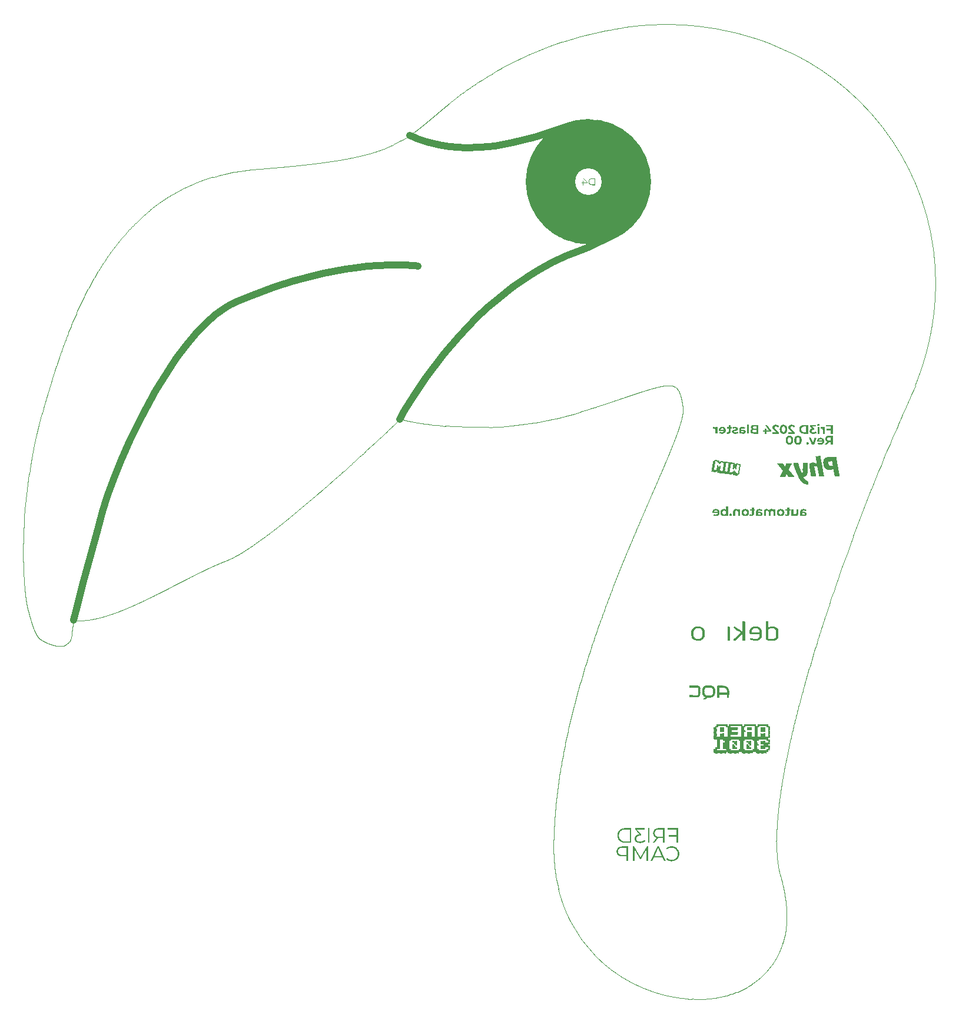
<source format=gbo>
G04*
G04 #@! TF.GenerationSoftware,Altium Limited,Altium Designer,24.4.0 (9)*
G04*
G04 Layer_Color=32896*
%FSLAX25Y25*%
%MOIN*%
G70*
G04*
G04 #@! TF.SameCoordinates,6A74A827-5FBE-472E-901E-0A1D8F3314CC*
G04*
G04*
G04 #@! TF.FilePolarity,Positive*
G04*
G01*
G75*
%ADD10C,0.00787*%
%ADD12C,0.27559*%
%ADD14C,0.00984*%
%ADD15C,0.00394*%
%ADD17C,0.03937*%
G36*
X167239Y266172D02*
X167240Y266111D01*
X167241Y266049D01*
X167303Y266050D01*
X167304Y265989D01*
X167305Y265928D01*
X167306Y265866D01*
X167307Y265805D01*
X167308Y265743D01*
X167309Y265682D01*
X167310Y265620D01*
X167372Y265622D01*
X167373Y265560D01*
X167374Y265499D01*
X167375Y265437D01*
X167376Y265376D01*
X167377Y265315D01*
X167378Y265253D01*
X167440Y265254D01*
X167441Y265193D01*
X167442Y265131D01*
X167443Y265070D01*
X167444Y265009D01*
X167445Y264947D01*
X167446Y264886D01*
X167507Y264887D01*
X167508Y264826D01*
X167510Y264764D01*
X167511Y264703D01*
X167512Y264641D01*
X167513Y264580D01*
X167514Y264518D01*
X167515Y264457D01*
X167576Y264458D01*
X167577Y264397D01*
X167578Y264335D01*
X167580Y264274D01*
X167581Y264212D01*
X167582Y264151D01*
X167583Y264090D01*
X167644Y264091D01*
X167645Y264029D01*
X167646Y263968D01*
X167648Y263906D01*
X167648Y263845D01*
X167650Y263784D01*
X167651Y263722D01*
X167712Y263723D01*
X167713Y263662D01*
X167714Y263600D01*
X167715Y263539D01*
X167716Y263478D01*
X167717Y263416D01*
X167719Y263355D01*
X167780Y263356D01*
X167781Y263295D01*
X167782Y263233D01*
X167783Y263172D01*
X167784Y263110D01*
X167785Y263049D01*
X167786Y262987D01*
X167787Y262926D01*
X167849Y262927D01*
X167850Y262866D01*
X167851Y262804D01*
X167852Y262743D01*
X167853Y262682D01*
X167854Y262620D01*
X167855Y262559D01*
X167917Y262560D01*
X167918Y262498D01*
X167919Y262437D01*
X167920Y262375D01*
X167921Y262314D01*
X167922Y262253D01*
X167923Y262191D01*
X167984Y262192D01*
X167986Y262131D01*
X167987Y262070D01*
X167988Y262008D01*
X167989Y261947D01*
X167990Y261885D01*
X167991Y261824D01*
X167992Y261762D01*
X168053Y261764D01*
X168054Y261702D01*
X168055Y261641D01*
X168057Y261579D01*
X168058Y261518D01*
X168059Y261456D01*
X168060Y261395D01*
X168121Y261396D01*
X168122Y261335D01*
X168123Y261273D01*
X168124Y261212D01*
X168125Y261151D01*
X168127Y261089D01*
X168128Y261028D01*
X168189Y261029D01*
X168190Y260967D01*
X168191Y260906D01*
X168192Y260844D01*
X168193Y260783D01*
X168194Y260722D01*
X168195Y260660D01*
X168257Y260661D01*
X168258Y260600D01*
X168259Y260539D01*
X168260Y260477D01*
X168261Y260416D01*
X168262Y260354D01*
X168263Y260293D01*
X168264Y260231D01*
X168326Y260233D01*
X168327Y260171D01*
X168328Y260110D01*
X168329Y260048D01*
X168330Y259987D01*
X168331Y259926D01*
X168332Y259864D01*
X168394Y259865D01*
X168395Y259804D01*
X168396Y259742D01*
X168397Y259681D01*
X168398Y259619D01*
X168399Y259558D01*
X168400Y259497D01*
X168462Y259498D01*
X168463Y259436D01*
X168464Y259375D01*
X168465Y259314D01*
X168466Y259252D01*
X168467Y259191D01*
X168468Y259129D01*
X168529Y259130D01*
X168530Y259069D01*
X168532Y259008D01*
X168533Y258946D01*
X168534Y258885D01*
X168535Y258823D01*
X168536Y258762D01*
X168537Y258700D01*
X168598Y258702D01*
X168599Y258640D01*
X168600Y258579D01*
X168602Y258517D01*
X168603Y258456D01*
X168604Y258395D01*
X168605Y258333D01*
X168666Y258334D01*
X168667Y258273D01*
X168668Y258211D01*
X168669Y258150D01*
X168670Y258089D01*
X168672Y258027D01*
X168673Y257966D01*
X168734Y257967D01*
X168735Y257905D01*
X168736Y257844D01*
X168737Y257783D01*
X168738Y257721D01*
X168739Y257660D01*
X168740Y257598D01*
X168741Y257537D01*
X168803Y257538D01*
X168804Y257477D01*
X168805Y257415D01*
X168806Y257354D01*
X168807Y257292D01*
X168808Y257231D01*
X168809Y257170D01*
X168871Y257171D01*
X168872Y257109D01*
X168873Y257048D01*
X168874Y256986D01*
X168875Y256925D01*
X168876Y256864D01*
X168877Y256802D01*
X168939Y256803D01*
X168940Y256742D01*
X168941Y256680D01*
X168942Y256619D01*
X168943Y256558D01*
X168944Y256496D01*
X168945Y256435D01*
X169006Y256436D01*
X169008Y256375D01*
X169009Y256313D01*
X169010Y256252D01*
X169011Y256190D01*
X169012Y256129D01*
X169013Y256067D01*
X169014Y256006D01*
X169075Y256007D01*
X169076Y255946D01*
X169077Y255884D01*
X169079Y255823D01*
X169080Y255762D01*
X169081Y255700D01*
X169082Y255639D01*
X169143Y255640D01*
X169144Y255578D01*
X169145Y255517D01*
X169146Y255455D01*
X169147Y255394D01*
X169149Y255333D01*
X169150Y255271D01*
X169211Y255272D01*
X169212Y255211D01*
X169213Y255150D01*
X169214Y255088D01*
X169215Y255027D01*
X169216Y254965D01*
X169218Y254904D01*
X169219Y254842D01*
X169280Y254843D01*
X169281Y254782D01*
X169282Y254721D01*
X166457Y254671D01*
X166456Y254733D01*
X166455Y254794D01*
X166394Y254793D01*
X166393Y254854D01*
X166392Y254916D01*
X166390Y254977D01*
X166389Y255039D01*
X166388Y255100D01*
X166387Y255162D01*
X166386Y255223D01*
X166325Y255222D01*
X166324Y255283D01*
X166323Y255345D01*
X166322Y255406D01*
X166320Y255468D01*
X166319Y255529D01*
X166318Y255590D01*
X166257Y255589D01*
X166256Y255651D01*
X166255Y255712D01*
X166254Y255773D01*
X166253Y255835D01*
X166252Y255896D01*
X166251Y255958D01*
X166189Y255957D01*
X166188Y256018D01*
X166187Y256080D01*
X166186Y256141D01*
X166185Y256202D01*
X166184Y256264D01*
X166183Y256325D01*
X166121Y256324D01*
X166120Y256385D01*
X166119Y256447D01*
X166118Y256508D01*
X166117Y256570D01*
X166116Y256631D01*
X166115Y256693D01*
X166114Y256754D01*
X166052Y256753D01*
X166051Y256814D01*
X166050Y256876D01*
X166049Y256937D01*
X166048Y256998D01*
X166047Y257060D01*
X166046Y257121D01*
X165984Y257120D01*
X165983Y257182D01*
X165982Y257243D01*
X165981Y257305D01*
X165980Y257366D01*
X165979Y257427D01*
X165978Y257489D01*
X165917Y257488D01*
X165916Y257549D01*
X165914Y257611D01*
X165913Y257672D01*
X165912Y257733D01*
X165911Y257795D01*
X165910Y257856D01*
X165909Y257917D01*
X165848Y257916D01*
X165847Y257978D01*
X165846Y258039D01*
X165845Y258101D01*
X165843Y258162D01*
X165842Y258224D01*
X165841Y258285D01*
X165780Y258284D01*
X165779Y258345D01*
X165778Y258407D01*
X165777Y258468D01*
X165776Y258529D01*
X165775Y258591D01*
X165773Y258652D01*
X165712Y258651D01*
X165711Y258713D01*
X165710Y258774D01*
X165709Y258835D01*
X165708Y258897D01*
X165707Y258958D01*
X165706Y259020D01*
X165644Y259019D01*
X165643Y259080D01*
X165642Y259141D01*
X165641Y259203D01*
X165640Y259264D01*
X165639Y259326D01*
X165638Y259387D01*
X165637Y259449D01*
X165575Y259447D01*
X165574Y259509D01*
X165573Y259570D01*
X165572Y259632D01*
X165571Y259693D01*
X165570Y259754D01*
X165569Y259816D01*
X165507Y259815D01*
X165506Y259876D01*
X165505Y259938D01*
X165504Y259999D01*
X165443Y259998D01*
X165442Y260059D01*
X165441Y260121D01*
X165379Y260120D01*
X165378Y260181D01*
X165317Y260180D01*
X165316Y260241D01*
X165193Y260239D01*
X165192Y260301D01*
X165130Y260300D01*
X165129Y260361D01*
X165006Y260359D01*
X165005Y260420D01*
X164821Y260417D01*
X164820Y260478D01*
X164513Y260473D01*
X164512Y260535D01*
X164144Y260528D01*
X164145Y260467D01*
X164022Y260465D01*
X164023Y260403D01*
X163961Y260402D01*
X163962Y260341D01*
X163901Y260340D01*
X163902Y260278D01*
X163903Y260217D01*
X163842Y260216D01*
X163843Y260154D01*
X163844Y260093D01*
X163845Y260032D01*
X163846Y259970D01*
X163847Y259909D01*
X163848Y259847D01*
X163910Y259848D01*
X163911Y259787D01*
X163912Y259725D01*
X163913Y259664D01*
X163914Y259603D01*
X163915Y259541D01*
X163916Y259480D01*
X163917Y259419D01*
X163979Y259419D01*
X163980Y259358D01*
X163981Y259297D01*
X163982Y259235D01*
X163983Y259174D01*
X163984Y259113D01*
X163985Y259051D01*
X164046Y259052D01*
X164048Y258991D01*
X164049Y258929D01*
X164050Y258868D01*
X164051Y258806D01*
X164052Y258745D01*
X164053Y258684D01*
X164054Y258622D01*
X164115Y258623D01*
X164116Y258562D01*
X164118Y258501D01*
X164119Y258439D01*
X164120Y258378D01*
X164121Y258316D01*
X164122Y258255D01*
X164183Y258256D01*
X164184Y258195D01*
X164185Y258133D01*
X164186Y258072D01*
X164188Y258010D01*
X164189Y257949D01*
X164190Y257888D01*
X164251Y257889D01*
X164252Y257827D01*
X164253Y257766D01*
X164254Y257704D01*
X164255Y257643D01*
X164256Y257582D01*
X164257Y257520D01*
X164319Y257521D01*
X164320Y257460D01*
X164321Y257398D01*
X164322Y257337D01*
X164323Y257276D01*
X164324Y257214D01*
X164325Y257153D01*
X164326Y257091D01*
X164388Y257092D01*
X164389Y257031D01*
X164390Y256970D01*
X164391Y256908D01*
X164392Y256847D01*
X164393Y256785D01*
X164394Y256724D01*
X164456Y256725D01*
X164457Y256664D01*
X164458Y256602D01*
X164459Y256541D01*
X164460Y256479D01*
X164461Y256418D01*
X164462Y256357D01*
X164463Y256295D01*
X164524Y256296D01*
X164526Y256235D01*
X164527Y256173D01*
X164528Y256112D01*
X164529Y256051D01*
X164530Y255989D01*
X164531Y255928D01*
X164592Y255929D01*
X164594Y255867D01*
X164594Y255806D01*
X164596Y255745D01*
X164597Y255683D01*
X164598Y255622D01*
X164599Y255560D01*
X164660Y255561D01*
X164661Y255500D01*
X164662Y255439D01*
X164664Y255377D01*
X164664Y255316D01*
X164666Y255254D01*
X164667Y255193D01*
X164668Y255132D01*
X164729Y255133D01*
X164730Y255071D01*
X164731Y255010D01*
X164732Y254948D01*
X164733Y254887D01*
X164734Y254826D01*
X164735Y254764D01*
X164797Y254765D01*
X164798Y254704D01*
X164799Y254642D01*
X161974Y254593D01*
X161973Y254655D01*
X161972Y254716D01*
X161911Y254715D01*
X161910Y254776D01*
X161909Y254838D01*
X161907Y254899D01*
X161906Y254960D01*
X161905Y255022D01*
X161904Y255083D01*
X161843Y255082D01*
X161842Y255144D01*
X161841Y255205D01*
X161840Y255266D01*
X161839Y255328D01*
X161837Y255389D01*
X161836Y255451D01*
X161835Y255512D01*
X161774Y255511D01*
X161773Y255572D01*
X161772Y255634D01*
X161771Y255695D01*
X161770Y255757D01*
X161769Y255818D01*
X161767Y255879D01*
X161706Y255878D01*
X161705Y255940D01*
X161704Y256001D01*
X161703Y256063D01*
X161702Y256124D01*
X161701Y256186D01*
X161700Y256247D01*
X161638Y256246D01*
X161637Y256307D01*
X161636Y256369D01*
X161635Y256430D01*
X161634Y256491D01*
X161633Y256553D01*
X161632Y256614D01*
X161570Y256613D01*
X161569Y256675D01*
X161568Y256736D01*
X161567Y256797D01*
X161566Y256859D01*
X161565Y256920D01*
X161564Y256982D01*
X161563Y257043D01*
X161502Y257042D01*
X161501Y257103D01*
X161499Y257165D01*
X161498Y257226D01*
X161497Y257288D01*
X161496Y257349D01*
X161495Y257410D01*
X161434Y257409D01*
X161433Y257471D01*
X161432Y257532D01*
X161431Y257594D01*
X161429Y257655D01*
X161428Y257716D01*
X161427Y257778D01*
X161366Y257777D01*
X161365Y257838D01*
X161364Y257900D01*
X161363Y257961D01*
X161362Y258022D01*
X161360Y258084D01*
X161359Y258145D01*
X161358Y258207D01*
X161297Y258206D01*
X161296Y258267D01*
X161295Y258328D01*
X161294Y258390D01*
X161293Y258451D01*
X161292Y258513D01*
X161291Y258574D01*
X161229Y258573D01*
X161228Y258634D01*
X161227Y258696D01*
X161226Y258757D01*
X161225Y258819D01*
X161224Y258880D01*
X161223Y258941D01*
X161161Y258940D01*
X161160Y259002D01*
X161159Y259063D01*
X161158Y259125D01*
X161157Y259186D01*
X161156Y259247D01*
X161155Y259309D01*
X161093Y259308D01*
X161092Y259369D01*
X161091Y259431D01*
X161090Y259492D01*
X161089Y259553D01*
X161088Y259615D01*
X161087Y259676D01*
X161086Y259738D01*
X161024Y259736D01*
X161023Y259798D01*
X161022Y259859D01*
X161021Y259921D01*
X161020Y259982D01*
X161019Y260044D01*
X161018Y260105D01*
X161017Y260166D01*
X160956Y260165D01*
X160954Y260227D01*
X160953Y260288D01*
X160952Y260350D01*
X160951Y260411D01*
X160950Y260472D01*
X160949Y260534D01*
X160948Y260595D01*
X160947Y260657D01*
X160946Y260718D01*
X160945Y260780D01*
X160944Y260841D01*
X160943Y260902D01*
X160942Y260964D01*
X160941Y261025D01*
X160940Y261087D01*
X160939Y261148D01*
X160937Y261209D01*
X160936Y261271D01*
X160998Y261272D01*
X160997Y261333D01*
X160995Y261395D01*
X160995Y261456D01*
X160993Y261517D01*
X161055Y261519D01*
X161054Y261580D01*
X161053Y261641D01*
X161052Y261703D01*
X161113Y261704D01*
X161112Y261765D01*
X161111Y261827D01*
X161172Y261828D01*
X161171Y261889D01*
X161170Y261950D01*
X161232Y261952D01*
X161231Y262013D01*
X161292Y262014D01*
X161291Y262075D01*
X161352Y262077D01*
X161351Y262138D01*
X161413Y262139D01*
X161411Y262200D01*
X161534Y262203D01*
X161533Y262264D01*
X161595Y262265D01*
X161594Y262327D01*
X161716Y262329D01*
X161715Y262390D01*
X161899Y262393D01*
X161899Y262455D01*
X162144Y262459D01*
X162143Y262520D01*
X163494Y262544D01*
X163495Y262483D01*
X163802Y262488D01*
X163803Y262426D01*
X163987Y262430D01*
X163988Y262368D01*
X164111Y262370D01*
X164112Y262309D01*
X164297Y262312D01*
X164298Y262251D01*
X164421Y262253D01*
X164422Y262192D01*
X164483Y262193D01*
X164484Y262131D01*
X164607Y262133D01*
X164608Y262072D01*
X164731Y262074D01*
X164732Y262013D01*
X164793Y262014D01*
X164794Y261952D01*
X164856Y261953D01*
X164857Y261892D01*
X164980Y261894D01*
X164981Y261833D01*
X165042Y261834D01*
X165043Y261772D01*
X165105Y261773D01*
X165106Y261712D01*
X165229Y261714D01*
X165227Y261776D01*
X165226Y261837D01*
X165165Y261836D01*
X165164Y261897D01*
X165163Y261959D01*
X165162Y262020D01*
X165161Y262082D01*
X165160Y262143D01*
X165159Y262204D01*
X165097Y262203D01*
X165096Y262265D01*
X165095Y262326D01*
X165094Y262388D01*
X165093Y262449D01*
X165092Y262510D01*
X165091Y262572D01*
X165090Y262633D01*
X165028Y262632D01*
X165027Y262694D01*
X165026Y262755D01*
X165025Y262816D01*
X165024Y262878D01*
X165023Y262939D01*
X165022Y263001D01*
X164960Y263000D01*
X164959Y263061D01*
X164958Y263122D01*
X164957Y263184D01*
X164956Y263245D01*
X164955Y263307D01*
X164954Y263368D01*
X164893Y263367D01*
X164892Y263428D01*
X164890Y263490D01*
X164889Y263551D01*
X164888Y263613D01*
X164887Y263674D01*
X164886Y263735D01*
X164825Y263734D01*
X164824Y263796D01*
X164823Y263857D01*
X164822Y263918D01*
X164820Y263980D01*
X164819Y264041D01*
X164818Y264103D01*
X164817Y264164D01*
X164756Y264163D01*
X164755Y264225D01*
X164754Y264286D01*
X164753Y264347D01*
X164752Y264409D01*
X164750Y264470D01*
X164749Y264532D01*
X164688Y264530D01*
X164687Y264592D01*
X164686Y264653D01*
X164685Y264715D01*
X164684Y264776D01*
X164683Y264838D01*
X164681Y264899D01*
X164620Y264898D01*
X164619Y264959D01*
X164618Y265021D01*
X164617Y265082D01*
X164616Y265144D01*
X164615Y265205D01*
X164614Y265266D01*
X164613Y265328D01*
X164551Y265327D01*
X164550Y265388D01*
X164549Y265450D01*
X164548Y265511D01*
X164547Y265572D01*
X164546Y265634D01*
X164545Y265695D01*
X164483Y265694D01*
X164482Y265756D01*
X164481Y265817D01*
X164480Y265878D01*
X164479Y265940D01*
X164478Y266001D01*
X164477Y266062D01*
X164416Y266061D01*
X164415Y266123D01*
X164413Y266184D01*
X167238Y266234D01*
X167239Y266172D01*
D02*
G37*
G36*
X151215Y262145D02*
X151154Y262144D01*
X151155Y262083D01*
X151156Y262021D01*
X151095Y262020D01*
X151096Y261959D01*
X151034Y261958D01*
X151035Y261896D01*
X151036Y261835D01*
X150975Y261834D01*
X150976Y261772D01*
X150977Y261711D01*
X150916Y261710D01*
X150917Y261649D01*
X150918Y261587D01*
X150856Y261586D01*
X150858Y261525D01*
X150859Y261463D01*
X150797Y261462D01*
X150798Y261401D01*
X150799Y261339D01*
X150738Y261338D01*
X150739Y261277D01*
X150740Y261216D01*
X150679Y261214D01*
X150680Y261153D01*
X150618Y261152D01*
X150619Y261091D01*
X150620Y261029D01*
X150559Y261028D01*
X150560Y260967D01*
X150561Y260905D01*
X150500Y260904D01*
X150501Y260843D01*
X150502Y260781D01*
X150441Y260780D01*
X150442Y260719D01*
X150443Y260658D01*
X150381Y260656D01*
X150382Y260595D01*
X150383Y260534D01*
X150322Y260533D01*
X150323Y260471D01*
X150324Y260410D01*
X150263Y260409D01*
X150264Y260347D01*
X150265Y260286D01*
X150204Y260285D01*
X150205Y260223D01*
X150143Y260222D01*
X150144Y260161D01*
X150145Y260100D01*
X150084Y260099D01*
X150085Y260037D01*
X150086Y259976D01*
X150025Y259975D01*
X150026Y259913D01*
X150027Y259852D01*
X149965Y259851D01*
X149967Y259789D01*
X149968Y259728D01*
X149906Y259727D01*
X149907Y259665D01*
X149908Y259604D01*
X149847Y259603D01*
X149848Y259541D01*
X149849Y259480D01*
X149788Y259479D01*
X149789Y259418D01*
X149727Y259417D01*
X149728Y259355D01*
X149729Y259294D01*
X149668Y259293D01*
X149669Y259231D01*
X149670Y259170D01*
X149609Y259169D01*
X149610Y259107D01*
X149611Y259046D01*
X149549Y259045D01*
X149550Y258983D01*
X149552Y258922D01*
X149490Y258921D01*
X149491Y258859D01*
X149492Y258798D01*
X149431Y258797D01*
X149432Y258736D01*
X149433Y258674D01*
X149372Y258673D01*
X149373Y258612D01*
X149311Y258611D01*
X149312Y258549D01*
X149313Y258488D01*
X149314Y258426D01*
X149376Y258428D01*
X149377Y258366D01*
X149378Y258305D01*
X149440Y258306D01*
X149441Y258244D01*
X149502Y258245D01*
X149503Y258184D01*
X149564Y258185D01*
X149565Y258124D01*
X149627Y258125D01*
X149628Y258063D01*
X149629Y258002D01*
X149690Y258003D01*
X149691Y257942D01*
X149753Y257943D01*
X149754Y257881D01*
X149815Y257882D01*
X149817Y257821D01*
X149818Y257759D01*
X149879Y257761D01*
X149880Y257699D01*
X149942Y257700D01*
X149943Y257639D01*
X150004Y257640D01*
X150005Y257578D01*
X150066Y257580D01*
X150067Y257518D01*
X150069Y257457D01*
X150130Y257458D01*
X150131Y257396D01*
X150192Y257398D01*
X150194Y257336D01*
X150255Y257337D01*
X150256Y257276D01*
X150317Y257277D01*
X150319Y257215D01*
X150320Y257154D01*
X150381Y257155D01*
X150382Y257094D01*
X150443Y257095D01*
X150444Y257033D01*
X150506Y257034D01*
X150507Y256973D01*
X150508Y256911D01*
X150569Y256913D01*
X150571Y256851D01*
X150632Y256852D01*
X150633Y256791D01*
X150694Y256792D01*
X150696Y256731D01*
X150757Y256732D01*
X150758Y256670D01*
X150759Y256609D01*
X150821Y256610D01*
X150822Y256549D01*
X150883Y256550D01*
X150884Y256488D01*
X150945Y256489D01*
X150947Y256428D01*
X150948Y256366D01*
X151009Y256367D01*
X151010Y256306D01*
X151072Y256307D01*
X151073Y256246D01*
X151134Y256247D01*
X151135Y256185D01*
X151197Y256186D01*
X151198Y256125D01*
X151199Y256064D01*
X151260Y256065D01*
X151261Y256003D01*
X151322Y256004D01*
X151324Y255943D01*
X151385Y255944D01*
X151386Y255883D01*
X151387Y255821D01*
X151449Y255822D01*
X151450Y255761D01*
X151511Y255762D01*
X151512Y255700D01*
X151574Y255701D01*
X151575Y255640D01*
X151636Y255641D01*
X151637Y255580D01*
X151638Y255518D01*
X151699Y255520D01*
X151701Y255458D01*
X151762Y255459D01*
X151763Y255398D01*
X151824Y255399D01*
X151826Y255337D01*
X151887Y255338D01*
X151888Y255277D01*
X151889Y255216D01*
X151951Y255217D01*
X151952Y255155D01*
X152013Y255156D01*
X152014Y255095D01*
X152076Y255096D01*
X152077Y255035D01*
X152078Y254973D01*
X152139Y254974D01*
X152140Y254913D01*
X152201Y254914D01*
X152203Y254853D01*
X152264Y254854D01*
X152265Y254792D01*
X152327Y254793D01*
X152328Y254732D01*
X152329Y254671D01*
X152390Y254672D01*
X152391Y254610D01*
X152453Y254611D01*
X152454Y254550D01*
X152515Y254551D01*
X152516Y254489D01*
X152577Y254490D01*
X152579Y254429D01*
X149140Y254369D01*
X149139Y254431D01*
X149137Y254492D01*
X149076Y254491D01*
X149075Y254552D01*
X149014Y254551D01*
X149012Y254613D01*
X149011Y254674D01*
X148950Y254673D01*
X148949Y254734D01*
X148888Y254733D01*
X148887Y254795D01*
X148885Y254856D01*
X148824Y254855D01*
X148823Y254916D01*
X148761Y254915D01*
X148760Y254977D01*
X148759Y255038D01*
X148698Y255037D01*
X148697Y255099D01*
X148635Y255097D01*
X148634Y255159D01*
X148633Y255220D01*
X148572Y255219D01*
X148571Y255281D01*
X148510Y255279D01*
X148508Y255341D01*
X148447Y255340D01*
X148446Y255401D01*
X148445Y255463D01*
X148383Y255462D01*
X148382Y255523D01*
X148321Y255522D01*
X148320Y255583D01*
X148319Y255645D01*
X148257Y255644D01*
X148256Y255705D01*
X148195Y255704D01*
X148194Y255765D01*
X148193Y255827D01*
X148131Y255826D01*
X148130Y255887D01*
X148069Y255886D01*
X148068Y255947D01*
X148067Y256009D01*
X147944Y256007D01*
X147945Y255945D01*
X147883Y255944D01*
X147885Y255883D01*
X147886Y255821D01*
X147887Y255760D01*
X147825Y255759D01*
X147826Y255698D01*
X147827Y255636D01*
X147829Y255575D01*
X147767Y255574D01*
X147768Y255512D01*
X147769Y255451D01*
X147770Y255389D01*
X147709Y255388D01*
X147710Y255327D01*
X147711Y255266D01*
X147650Y255264D01*
X147651Y255203D01*
X147652Y255142D01*
X147653Y255080D01*
X147591Y255079D01*
X147593Y255018D01*
X147594Y254956D01*
X147595Y254895D01*
X147533Y254894D01*
X147534Y254833D01*
X147535Y254771D01*
X147474Y254770D01*
X147475Y254709D01*
X147476Y254647D01*
X147477Y254586D01*
X147416Y254585D01*
X147417Y254523D01*
X147418Y254462D01*
X147419Y254400D01*
X147358Y254399D01*
X147359Y254338D01*
X144104Y254281D01*
X144103Y254343D01*
X144164Y254344D01*
X144163Y254405D01*
X144162Y254467D01*
X144224Y254468D01*
X144222Y254529D01*
X144221Y254590D01*
X144283Y254591D01*
X144282Y254653D01*
X144343Y254654D01*
X144342Y254715D01*
X144341Y254777D01*
X144403Y254778D01*
X144401Y254839D01*
X144400Y254901D01*
X144462Y254902D01*
X144461Y254963D01*
X144460Y255025D01*
X144521Y255026D01*
X144520Y255087D01*
X144519Y255149D01*
X144580Y255150D01*
X144579Y255211D01*
X144578Y255272D01*
X144640Y255273D01*
X144639Y255335D01*
X144637Y255396D01*
X144699Y255397D01*
X144698Y255459D01*
X144697Y255520D01*
X144758Y255521D01*
X144757Y255582D01*
X144818Y255584D01*
X144817Y255645D01*
X144816Y255707D01*
X144878Y255708D01*
X144877Y255769D01*
X144876Y255830D01*
X144937Y255832D01*
X144936Y255893D01*
X144935Y255954D01*
X144996Y255955D01*
X144995Y256017D01*
X144994Y256078D01*
X145055Y256079D01*
X145054Y256141D01*
X145053Y256202D01*
X145115Y256203D01*
X145114Y256264D01*
X145113Y256326D01*
X145174Y256327D01*
X145173Y256388D01*
X145172Y256450D01*
X145233Y256451D01*
X145232Y256512D01*
X145294Y256513D01*
X145292Y256575D01*
X145291Y256636D01*
X145353Y256637D01*
X145352Y256699D01*
X145351Y256760D01*
X145412Y256761D01*
X145411Y256823D01*
X145410Y256884D01*
X145471Y256885D01*
X145470Y256946D01*
X145469Y257008D01*
X145531Y257009D01*
X145530Y257070D01*
X145528Y257132D01*
X145590Y257133D01*
X145589Y257194D01*
X145588Y257256D01*
X145649Y257257D01*
X145648Y257318D01*
X145647Y257380D01*
X145709Y257381D01*
X145707Y257442D01*
X145706Y257504D01*
X145768Y257505D01*
X145767Y257566D01*
X145828Y257567D01*
X145827Y257628D01*
X145826Y257690D01*
X145887Y257691D01*
X145886Y257752D01*
X145885Y257814D01*
X145947Y257815D01*
X145946Y257876D01*
X145944Y257938D01*
X145883Y257937D01*
X145882Y257998D01*
X145821Y257997D01*
X145819Y258058D01*
X145758Y258057D01*
X145757Y258119D01*
X145696Y258118D01*
X145695Y258179D01*
X145694Y258240D01*
X145632Y258239D01*
X145631Y258301D01*
X145570Y258300D01*
X145569Y258361D01*
X145507Y258360D01*
X145506Y258421D01*
X145505Y258483D01*
X145443Y258482D01*
X145442Y258543D01*
X145381Y258542D01*
X145380Y258604D01*
X145318Y258602D01*
X145317Y258664D01*
X145256Y258663D01*
X145255Y258724D01*
X145254Y258786D01*
X145193Y258785D01*
X145191Y258846D01*
X145130Y258845D01*
X145129Y258906D01*
X145068Y258905D01*
X145066Y258967D01*
X145065Y259028D01*
X145004Y259027D01*
X145003Y259088D01*
X144942Y259087D01*
X144940Y259149D01*
X144879Y259148D01*
X144878Y259209D01*
X144877Y259270D01*
X144816Y259269D01*
X144814Y259331D01*
X144753Y259330D01*
X144752Y259391D01*
X144691Y259390D01*
X144690Y259451D01*
X144628Y259450D01*
X144627Y259512D01*
X144626Y259573D01*
X144564Y259572D01*
X144563Y259633D01*
X144502Y259632D01*
X144501Y259694D01*
X144439Y259693D01*
X144439Y259754D01*
X144437Y259816D01*
X144376Y259815D01*
X144375Y259876D01*
X144314Y259875D01*
X144313Y259936D01*
X144251Y259935D01*
X144250Y259997D01*
X144249Y260058D01*
X144187Y260057D01*
X144186Y260118D01*
X144125Y260117D01*
X144124Y260179D01*
X144062Y260178D01*
X144061Y260239D01*
X144000Y260238D01*
X143999Y260299D01*
X143998Y260361D01*
X143937Y260360D01*
X143935Y260421D01*
X143874Y260420D01*
X143873Y260482D01*
X143812Y260480D01*
X143810Y260542D01*
X143809Y260603D01*
X143748Y260602D01*
X143747Y260664D01*
X143685Y260662D01*
X143684Y260724D01*
X143623Y260723D01*
X143622Y260784D01*
X143621Y260846D01*
X143559Y260845D01*
X143558Y260906D01*
X143497Y260905D01*
X143496Y260966D01*
X143435Y260965D01*
X143433Y261027D01*
X143372Y261026D01*
X143371Y261087D01*
X143370Y261148D01*
X143308Y261147D01*
X143307Y261209D01*
X143246Y261208D01*
X143245Y261269D01*
X143184Y261268D01*
X143182Y261329D01*
X143181Y261391D01*
X143120Y261390D01*
X143119Y261451D01*
X143057Y261450D01*
X143056Y261511D01*
X142995Y261510D01*
X142994Y261572D01*
X142932Y261571D01*
X142931Y261632D01*
X142930Y261694D01*
X142869Y261693D01*
X142868Y261754D01*
X142806Y261753D01*
X142805Y261814D01*
X142744Y261813D01*
X142743Y261875D01*
X142742Y261936D01*
X142680Y261935D01*
X142679Y261996D01*
X142618Y261995D01*
X142617Y262057D01*
X145994Y262116D01*
X145995Y262054D01*
X146057Y262055D01*
X146058Y261994D01*
X146059Y261932D01*
X146121Y261933D01*
X146122Y261872D01*
X146183Y261873D01*
X146184Y261812D01*
X146185Y261750D01*
X146246Y261751D01*
X146247Y261690D01*
X146309Y261691D01*
X146310Y261630D01*
X146311Y261568D01*
X146372Y261569D01*
X146374Y261508D01*
X146435Y261509D01*
X146436Y261448D01*
X146437Y261386D01*
X146499Y261387D01*
X146500Y261326D01*
X146561Y261327D01*
X146562Y261265D01*
X146563Y261204D01*
X146625Y261205D01*
X146626Y261144D01*
X146687Y261145D01*
X146688Y261083D01*
X146689Y261022D01*
X146751Y261023D01*
X146752Y260962D01*
X146813Y260963D01*
X146814Y260901D01*
X146815Y260840D01*
X146877Y260841D01*
X146878Y260780D01*
X146939Y260781D01*
X146940Y260719D01*
X146941Y260658D01*
X147003Y260659D01*
X147004Y260597D01*
X147065Y260599D01*
X147066Y260537D01*
X147067Y260476D01*
X147129Y260477D01*
X147130Y260415D01*
X147191Y260417D01*
X147192Y260355D01*
X147315Y260357D01*
X147314Y260419D01*
X147313Y260480D01*
X147312Y260542D01*
X147311Y260603D01*
X147372Y260604D01*
X147371Y260665D01*
X147370Y260727D01*
X147369Y260788D01*
X147430Y260789D01*
X147429Y260851D01*
X147428Y260912D01*
X147427Y260974D01*
X147489Y260975D01*
X147488Y261036D01*
X147486Y261097D01*
X147485Y261159D01*
X147547Y261160D01*
X147546Y261221D01*
X147545Y261283D01*
X147544Y261344D01*
X147605Y261345D01*
X147604Y261407D01*
X147603Y261468D01*
X147602Y261529D01*
X147663Y261530D01*
X147662Y261592D01*
X147661Y261653D01*
X147660Y261715D01*
X147721Y261716D01*
X147720Y261777D01*
X147719Y261839D01*
X147718Y261900D01*
X147780Y261901D01*
X147778Y261963D01*
X147777Y262024D01*
X147776Y262085D01*
X147838Y262086D01*
X147837Y262148D01*
X151214Y262207D01*
X151215Y262145D01*
D02*
G37*
G36*
X160181Y262302D02*
X160120Y262301D01*
X160121Y262239D01*
X160122Y262178D01*
X160123Y262117D01*
X160124Y262055D01*
X160125Y261994D01*
X160126Y261932D01*
X160127Y261871D01*
X160128Y261809D01*
X160129Y261748D01*
X160131Y261687D01*
X160132Y261625D01*
X160133Y261564D01*
X160134Y261502D01*
X160135Y261441D01*
X160136Y261380D01*
X160137Y261318D01*
X160075Y261317D01*
X160076Y261256D01*
X160078Y261194D01*
X160079Y261133D01*
X160080Y261071D01*
X160081Y261010D01*
X160082Y260949D01*
X160083Y260887D01*
X160084Y260826D01*
X160085Y260764D01*
X160086Y260703D01*
X160087Y260642D01*
X160088Y260580D01*
X160089Y260519D01*
X160090Y260457D01*
X160029Y260456D01*
X160030Y260395D01*
X160031Y260333D01*
X160032Y260272D01*
X160033Y260211D01*
X160034Y260149D01*
X160036Y260088D01*
X160037Y260026D01*
X160038Y259965D01*
X160039Y259904D01*
X160040Y259842D01*
X160041Y259781D01*
X160042Y259719D01*
X160043Y259658D01*
X160044Y259597D01*
X160045Y259535D01*
X160046Y259474D01*
X159985Y259473D01*
X159986Y259411D01*
X159987Y259350D01*
X159988Y259289D01*
X159989Y259227D01*
X159990Y259166D01*
X159991Y259104D01*
X159992Y259043D01*
X159993Y258981D01*
X159994Y258920D01*
X159996Y258859D01*
X159997Y258797D01*
X159998Y258736D01*
X159999Y258674D01*
X160000Y258613D01*
X160001Y258552D01*
X160002Y258490D01*
X159941Y258489D01*
X159942Y258428D01*
X159943Y258366D01*
X159944Y258305D01*
X159945Y258243D01*
X159946Y258182D01*
X159947Y258121D01*
X159948Y258059D01*
X159949Y257998D01*
X159950Y257936D01*
X159951Y257875D01*
X159952Y257814D01*
X159953Y257752D01*
X159955Y257691D01*
X159956Y257629D01*
X159957Y257568D01*
X159895Y257567D01*
X159896Y257505D01*
X159897Y257444D01*
X159898Y257383D01*
X159899Y257321D01*
X159901Y257260D01*
X159902Y257198D01*
X159903Y257137D01*
X159904Y257076D01*
X159905Y257014D01*
X159906Y256953D01*
X159907Y256891D01*
X159908Y256830D01*
X159909Y256768D01*
X159910Y256707D01*
X159911Y256646D01*
X159850Y256645D01*
X159851Y256583D01*
X159852Y256522D01*
X159853Y256460D01*
X159854Y256399D01*
X159855Y256338D01*
X159856Y256276D01*
X159857Y256215D01*
X159796Y256214D01*
X159797Y256152D01*
X159798Y256091D01*
X159799Y256030D01*
X159800Y255968D01*
X159739Y255967D01*
X159740Y255906D01*
X159741Y255844D01*
X159742Y255783D01*
X159681Y255782D01*
X159682Y255720D01*
X159683Y255659D01*
X159621Y255658D01*
X159623Y255596D01*
X159624Y255535D01*
X159562Y255534D01*
X159563Y255472D01*
X159564Y255411D01*
X159503Y255410D01*
X159504Y255349D01*
X159442Y255347D01*
X159444Y255286D01*
X159445Y255225D01*
X159383Y255224D01*
X159384Y255162D01*
X159323Y255161D01*
X159324Y255100D01*
X159263Y255099D01*
X159264Y255037D01*
X159202Y255036D01*
X159203Y254975D01*
X159142Y254974D01*
X159143Y254912D01*
X159020Y254910D01*
X159021Y254849D01*
X158960Y254848D01*
X158961Y254786D01*
X158838Y254784D01*
X158839Y254723D01*
X158655Y254719D01*
X158656Y254658D01*
X158533Y254656D01*
X158534Y254594D01*
X158289Y254590D01*
X158290Y254529D01*
X157860Y254521D01*
X157861Y254460D01*
X157492Y254453D01*
X157493Y254392D01*
X157495Y254331D01*
X157556Y254332D01*
X157557Y254270D01*
X157558Y254209D01*
X157620Y254210D01*
X157621Y254149D01*
X157622Y254087D01*
X157683Y254088D01*
X157684Y254027D01*
X157746Y254028D01*
X157747Y253966D01*
X157748Y253905D01*
X157809Y253906D01*
X157810Y253845D01*
X157811Y253783D01*
X157873Y253784D01*
X157874Y253723D01*
X157935Y253724D01*
X157936Y253663D01*
X157937Y253601D01*
X157999Y253602D01*
X158000Y253541D01*
X158061Y253542D01*
X158062Y253481D01*
X158124Y253482D01*
X158125Y253420D01*
X158126Y253359D01*
X158187Y253360D01*
X158188Y253298D01*
X158250Y253299D01*
X158251Y253238D01*
X158312Y253239D01*
X158313Y253178D01*
X158375Y253179D01*
X158376Y253117D01*
X158437Y253118D01*
X158438Y253057D01*
X158500Y253058D01*
X158501Y252997D01*
X158562Y252998D01*
X158563Y252936D01*
X158625Y252938D01*
X158626Y252876D01*
X158687Y252877D01*
X158688Y252816D01*
X158750Y252817D01*
X158751Y252755D01*
X158812Y252757D01*
X158813Y252695D01*
X158936Y252697D01*
X158937Y252636D01*
X158998Y252637D01*
X159000Y252575D01*
X159061Y252577D01*
X159062Y252515D01*
X159185Y252517D01*
X159186Y252456D01*
X159247Y252457D01*
X159248Y252396D01*
X159371Y252398D01*
X159372Y252336D01*
X159434Y252337D01*
X159435Y252276D01*
X159557Y252278D01*
X159559Y252217D01*
X159681Y252219D01*
X159683Y252157D01*
X159805Y252160D01*
X159806Y252098D01*
X159929Y252100D01*
X159930Y252039D01*
X160053Y252041D01*
X160054Y251980D01*
X160177Y251982D01*
X160178Y251920D01*
X160179Y251859D01*
X160180Y251798D01*
X160181Y251736D01*
X160182Y251675D01*
X160183Y251613D01*
X160185Y251552D01*
X160186Y251490D01*
X160187Y251429D01*
X160188Y251368D01*
X160189Y251306D01*
X160190Y251245D01*
X160191Y251183D01*
X160192Y251122D01*
X160193Y251061D01*
X160194Y250999D01*
X160195Y250938D01*
X160196Y250876D01*
X160197Y250815D01*
X160198Y250754D01*
X160199Y250692D01*
X160201Y250631D01*
X160202Y250569D01*
X160203Y250508D01*
X160204Y250447D01*
X160205Y250385D01*
X160206Y250324D01*
X160207Y250262D01*
X160208Y250201D01*
X160209Y250139D01*
X160210Y250078D01*
X160211Y250017D01*
X160212Y249955D01*
X160151Y249954D01*
X160150Y250016D01*
X159720Y250008D01*
X159719Y250069D01*
X159351Y250063D01*
X159349Y250124D01*
X159104Y250120D01*
X159103Y250182D01*
X158857Y250177D01*
X158856Y250239D01*
X158672Y250236D01*
X158671Y250297D01*
X158548Y250295D01*
X158547Y250356D01*
X158363Y250353D01*
X158361Y250414D01*
X158239Y250412D01*
X158238Y250474D01*
X158115Y250471D01*
X158114Y250533D01*
X157991Y250531D01*
X157990Y250592D01*
X157867Y250590D01*
X157866Y250651D01*
X157743Y250649D01*
X157742Y250711D01*
X157681Y250710D01*
X157680Y250771D01*
X157557Y250769D01*
X157556Y250830D01*
X157494Y250829D01*
X157493Y250891D01*
X157370Y250888D01*
X157369Y250950D01*
X157308Y250949D01*
X157307Y251010D01*
X157184Y251008D01*
X157183Y251069D01*
X157122Y251068D01*
X157121Y251130D01*
X157059Y251129D01*
X157058Y251190D01*
X156997Y251189D01*
X156995Y251251D01*
X156934Y251249D01*
X156933Y251311D01*
X156810Y251309D01*
X156809Y251370D01*
X156748Y251369D01*
X156747Y251430D01*
X156685Y251429D01*
X156684Y251491D01*
X156623Y251490D01*
X156622Y251551D01*
X156560Y251550D01*
X156559Y251611D01*
X156498Y251610D01*
X156497Y251672D01*
X156435Y251671D01*
X156434Y251732D01*
X156373Y251731D01*
X156372Y251793D01*
X156371Y251854D01*
X156309Y251853D01*
X156308Y251914D01*
X156247Y251913D01*
X156246Y251975D01*
X156184Y251974D01*
X156183Y252035D01*
X156122Y252034D01*
X156121Y252095D01*
X156059Y252094D01*
X156058Y252156D01*
X156057Y252217D01*
X155996Y252216D01*
X155995Y252277D01*
X155933Y252276D01*
X155932Y252338D01*
X155871Y252337D01*
X155870Y252398D01*
X155869Y252459D01*
X155807Y252458D01*
X155806Y252520D01*
X155745Y252519D01*
X155744Y252580D01*
X155743Y252642D01*
X155681Y252640D01*
X155680Y252702D01*
X155619Y252701D01*
X155618Y252762D01*
X155556Y252761D01*
X155555Y252822D01*
X155554Y252884D01*
X155493Y252883D01*
X155492Y252944D01*
X155491Y253006D01*
X155429Y253005D01*
X155428Y253066D01*
X155367Y253065D01*
X155366Y253126D01*
X155365Y253188D01*
X155303Y253187D01*
X155302Y253248D01*
X155301Y253309D01*
X155240Y253308D01*
X155238Y253370D01*
X155237Y253431D01*
X155176Y253430D01*
X155175Y253492D01*
X155174Y253553D01*
X155112Y253552D01*
X155111Y253613D01*
X155050Y253612D01*
X155049Y253674D01*
X155048Y253735D01*
X155047Y253797D01*
X154985Y253795D01*
X154984Y253857D01*
X154923Y253856D01*
X154922Y253917D01*
X154921Y253979D01*
X154920Y254040D01*
X154858Y254039D01*
X154857Y254100D01*
X154856Y254162D01*
X154795Y254161D01*
X154794Y254222D01*
X154792Y254283D01*
X154731Y254282D01*
X154730Y254344D01*
X154729Y254405D01*
X154668Y254404D01*
X154666Y254466D01*
X154665Y254527D01*
X154664Y254588D01*
X154603Y254587D01*
X154602Y254649D01*
X154601Y254710D01*
X154539Y254709D01*
X154538Y254770D01*
X154537Y254832D01*
X154536Y254893D01*
X154475Y254892D01*
X154474Y254954D01*
X154473Y255015D01*
X154411Y255014D01*
X154410Y255075D01*
X154409Y255137D01*
X154408Y255198D01*
X154347Y255197D01*
X154346Y255258D01*
X154344Y255320D01*
X154283Y255319D01*
X154282Y255380D01*
X154281Y255442D01*
X154280Y255503D01*
X154218Y255502D01*
X154217Y255563D01*
X154216Y255625D01*
X154155Y255624D01*
X154154Y255685D01*
X154153Y255747D01*
X154152Y255808D01*
X154090Y255807D01*
X154089Y255868D01*
X154088Y255930D01*
X154027Y255929D01*
X154026Y255990D01*
X154025Y256051D01*
X154024Y256113D01*
X153962Y256112D01*
X153961Y256173D01*
X153960Y256235D01*
X153899Y256234D01*
X153897Y256295D01*
X153896Y256356D01*
X153895Y256418D01*
X153834Y256417D01*
X153833Y256478D01*
X153832Y256540D01*
X153770Y256539D01*
X153769Y256600D01*
X153768Y256661D01*
X153767Y256723D01*
X153706Y256722D01*
X153705Y256783D01*
X153703Y256844D01*
X153642Y256843D01*
X153641Y256905D01*
X153640Y256966D01*
X153639Y257028D01*
X153577Y257027D01*
X153577Y257088D01*
X153575Y257149D01*
X153514Y257148D01*
X153513Y257210D01*
X153512Y257271D01*
X153511Y257332D01*
X153449Y257331D01*
X153448Y257393D01*
X153447Y257454D01*
X153386Y257453D01*
X153385Y257515D01*
X153384Y257576D01*
X153383Y257637D01*
X153321Y257636D01*
X153320Y257698D01*
X153319Y257759D01*
X153258Y257758D01*
X153256Y257820D01*
X153255Y257881D01*
X153254Y257942D01*
X153193Y257941D01*
X153192Y258003D01*
X153191Y258064D01*
X153129Y258063D01*
X153128Y258124D01*
X153127Y258186D01*
X153126Y258247D01*
X153065Y258246D01*
X153064Y258308D01*
X153063Y258369D01*
X153001Y258368D01*
X153000Y258429D01*
X152999Y258491D01*
X152998Y258552D01*
X152937Y258551D01*
X152936Y258612D01*
X152935Y258674D01*
X152873Y258673D01*
X152872Y258734D01*
X152871Y258796D01*
X152870Y258857D01*
X152808Y258856D01*
X152807Y258917D01*
X152806Y258979D01*
X152745Y258978D01*
X152744Y259039D01*
X152743Y259101D01*
X152742Y259162D01*
X152680Y259161D01*
X152679Y259222D01*
X152678Y259284D01*
X152617Y259283D01*
X152616Y259344D01*
X152615Y259405D01*
X152553Y259404D01*
X152552Y259466D01*
X152551Y259527D01*
X152550Y259589D01*
X152489Y259588D01*
X152488Y259649D01*
X152486Y259710D01*
X152485Y259772D01*
X152424Y259771D01*
X152423Y259832D01*
X152422Y259893D01*
X152421Y259955D01*
X152359Y259954D01*
X152358Y260015D01*
X152357Y260077D01*
X152356Y260138D01*
X152295Y260137D01*
X152294Y260198D01*
X152293Y260260D01*
X152292Y260321D01*
X152290Y260383D01*
X152229Y260382D01*
X152228Y260443D01*
X152227Y260504D01*
X152226Y260566D01*
X152225Y260627D01*
X152163Y260626D01*
X152162Y260688D01*
X152161Y260749D01*
X152160Y260810D01*
X152159Y260872D01*
X152158Y260933D01*
X152096Y260932D01*
X152095Y260994D01*
X152094Y261055D01*
X152093Y261116D01*
X152092Y261178D01*
X152091Y261239D01*
X152090Y261301D01*
X152089Y261362D01*
X152088Y261423D01*
X152087Y261485D01*
X152086Y261546D01*
X152085Y261608D01*
X152084Y261669D01*
X152083Y261731D01*
X152082Y261792D01*
X152080Y261853D01*
X152079Y261915D01*
X152078Y261976D01*
X152077Y262037D01*
X152076Y262099D01*
X152075Y262160D01*
X152074Y262222D01*
X154837Y262270D01*
X154839Y262209D01*
X154840Y262147D01*
X154841Y262086D01*
X154842Y262024D01*
X154843Y261963D01*
X154844Y261901D01*
X154845Y261840D01*
X154846Y261779D01*
X154847Y261717D01*
X154848Y261656D01*
X154910Y261657D01*
X154911Y261596D01*
X154912Y261534D01*
X154913Y261473D01*
X154914Y261411D01*
X154915Y261350D01*
X154916Y261288D01*
X154977Y261290D01*
X154978Y261228D01*
X154980Y261167D01*
X154981Y261105D01*
X154982Y261044D01*
X154983Y260982D01*
X155044Y260984D01*
X155045Y260922D01*
X155046Y260861D01*
X155047Y260799D01*
X155049Y260738D01*
X155110Y260739D01*
X155111Y260678D01*
X155112Y260616D01*
X155113Y260555D01*
X155114Y260493D01*
X155175Y260494D01*
X155177Y260433D01*
X155178Y260372D01*
X155179Y260310D01*
X155240Y260311D01*
X155241Y260250D01*
X155242Y260189D01*
X155243Y260127D01*
X155305Y260128D01*
X155306Y260067D01*
X155307Y260005D01*
X155308Y259944D01*
X155369Y259945D01*
X155370Y259884D01*
X155372Y259822D01*
X155433Y259823D01*
X155434Y259762D01*
X155435Y259700D01*
X155436Y259639D01*
X155498Y259640D01*
X155499Y259579D01*
X155500Y259517D01*
X155501Y259456D01*
X155562Y259457D01*
X155563Y259396D01*
X155564Y259334D01*
X155566Y259273D01*
X155627Y259274D01*
X155628Y259212D01*
X155629Y259151D01*
X155690Y259152D01*
X155692Y259091D01*
X155693Y259029D01*
X155694Y258968D01*
X155755Y258969D01*
X155756Y258908D01*
X155757Y258846D01*
X155758Y258785D01*
X155820Y258786D01*
X155821Y258724D01*
X155822Y258663D01*
X155823Y258601D01*
X155884Y258603D01*
X155885Y258541D01*
X155886Y258480D01*
X155948Y258481D01*
X155949Y258419D01*
X155950Y258358D01*
X155951Y258297D01*
X156012Y258298D01*
X156014Y258236D01*
X156015Y258175D01*
X156016Y258113D01*
X156077Y258115D01*
X156078Y258053D01*
X156079Y257992D01*
X156080Y257930D01*
X156142Y257931D01*
X156143Y257870D01*
X156144Y257808D01*
X156205Y257810D01*
X156206Y257748D01*
X156207Y257687D01*
X156209Y257625D01*
X156270Y257626D01*
X156271Y257565D01*
X156272Y257504D01*
X156273Y257442D01*
X156334Y257443D01*
X156336Y257382D01*
X156337Y257320D01*
X156338Y257259D01*
X156399Y257260D01*
X156400Y257199D01*
X156401Y257137D01*
X156402Y257076D01*
X156464Y257077D01*
X156465Y257015D01*
X156466Y256954D01*
X156527Y256955D01*
X156528Y256894D01*
X156529Y256832D01*
X156530Y256771D01*
X156592Y256772D01*
X156593Y256711D01*
X156777Y256714D01*
X156776Y256775D01*
X156960Y256779D01*
X156959Y256840D01*
X157021Y256841D01*
X157020Y256902D01*
X157081Y256904D01*
X157080Y256965D01*
X157141Y256966D01*
X157140Y257027D01*
X157139Y257089D01*
X157138Y257150D01*
X157200Y257151D01*
X157199Y257213D01*
X157197Y257274D01*
X157196Y257335D01*
X157195Y257397D01*
X157194Y257458D01*
X157193Y257520D01*
X157192Y257581D01*
X157191Y257643D01*
X157190Y257704D01*
X157189Y257765D01*
X157188Y257827D01*
X157187Y257888D01*
X157186Y257950D01*
X157185Y258011D01*
X157184Y258072D01*
X157183Y258134D01*
X157181Y258195D01*
X157180Y258257D01*
X157179Y258318D01*
X157178Y258379D01*
X157177Y258441D01*
X157176Y258502D01*
X157175Y258564D01*
X157174Y258625D01*
X157173Y258686D01*
X157172Y258748D01*
X157233Y258749D01*
X157232Y258810D01*
X157231Y258872D01*
X157170Y258871D01*
X157168Y258932D01*
X157230Y258933D01*
X157229Y258995D01*
X157228Y259056D01*
X157227Y259117D01*
X157226Y259179D01*
X157225Y259240D01*
X157223Y259302D01*
X157222Y259363D01*
X157221Y259424D01*
X157220Y259486D01*
X157219Y259547D01*
X157218Y259609D01*
X157217Y259670D01*
X157216Y259732D01*
X157215Y259793D01*
X157214Y259854D01*
X157213Y259916D01*
X157212Y259977D01*
X157211Y260039D01*
X157210Y260100D01*
X157209Y260161D01*
X157207Y260223D01*
X157206Y260284D01*
X157205Y260346D01*
X157204Y260407D01*
X157203Y260468D01*
X157202Y260530D01*
X157201Y260591D01*
X157200Y260653D01*
X157199Y260714D01*
X157198Y260775D01*
X157197Y260837D01*
X157196Y260898D01*
X157195Y260960D01*
X157194Y261021D01*
X157192Y261083D01*
X157191Y261144D01*
X157190Y261205D01*
X157189Y261267D01*
X157188Y261328D01*
X157187Y261390D01*
X157186Y261451D01*
X157247Y261452D01*
X157246Y261513D01*
X157245Y261575D01*
X157244Y261636D01*
X157243Y261698D01*
X157242Y261759D01*
X157241Y261821D01*
X157240Y261882D01*
X157239Y261943D01*
X157238Y262005D01*
X157237Y262066D01*
X157236Y262128D01*
X157235Y262189D01*
X157234Y262250D01*
X157232Y262312D01*
X160180Y262363D01*
X160181Y262302D01*
D02*
G37*
G36*
X176218Y265592D02*
X176219Y265530D01*
X176220Y265469D01*
X176221Y265407D01*
X176222Y265346D01*
X176223Y265285D01*
X176285Y265286D01*
X176286Y265224D01*
X176287Y265163D01*
X176288Y265102D01*
X176289Y265040D01*
X176290Y264979D01*
X176291Y264917D01*
X176353Y264918D01*
X176354Y264857D01*
X176355Y264796D01*
X176356Y264734D01*
X176357Y264673D01*
X176358Y264611D01*
X176359Y264550D01*
X176360Y264489D01*
X176422Y264490D01*
X176423Y264428D01*
X176424Y264367D01*
X176425Y264305D01*
X176426Y264244D01*
X176427Y264183D01*
X176428Y264121D01*
X176489Y264122D01*
X176490Y264061D01*
X176491Y263999D01*
X176493Y263938D01*
X176494Y263877D01*
X176495Y263815D01*
X176496Y263754D01*
X176557Y263755D01*
X176558Y263693D01*
X176559Y263632D01*
X176560Y263571D01*
X176561Y263509D01*
X176563Y263448D01*
X176564Y263386D01*
X176565Y263325D01*
X176626Y263326D01*
X176627Y263265D01*
X176628Y263203D01*
X176629Y263142D01*
X176630Y263080D01*
X176631Y263019D01*
X176633Y262958D01*
X176694Y262959D01*
X176695Y262897D01*
X176696Y262836D01*
X176697Y262774D01*
X176698Y262713D01*
X176699Y262652D01*
X176700Y262590D01*
X176762Y262591D01*
X176763Y262530D01*
X176764Y262468D01*
X176765Y262407D01*
X176766Y262346D01*
X176767Y262284D01*
X176768Y262223D01*
X176769Y262161D01*
X176831Y262162D01*
X176832Y262101D01*
X176833Y262040D01*
X176834Y261978D01*
X176835Y261917D01*
X176836Y261855D01*
X176837Y261794D01*
X176899Y261795D01*
X176900Y261734D01*
X176901Y261672D01*
X176902Y261611D01*
X176903Y261549D01*
X176904Y261488D01*
X176905Y261427D01*
X176966Y261428D01*
X176968Y261366D01*
X176969Y261305D01*
X176970Y261243D01*
X176971Y261182D01*
X176972Y261121D01*
X176973Y261059D01*
X177034Y261060D01*
X177035Y260999D01*
X177036Y260937D01*
X177037Y260876D01*
X177039Y260815D01*
X177040Y260753D01*
X177041Y260692D01*
X177042Y260630D01*
X177103Y260631D01*
X177104Y260570D01*
X177105Y260509D01*
X177106Y260447D01*
X177107Y260386D01*
X177109Y260324D01*
X177110Y260263D01*
X177171Y260264D01*
X177172Y260203D01*
X177173Y260141D01*
X177174Y260080D01*
X177175Y260018D01*
X177176Y259957D01*
X177178Y259896D01*
X177239Y259897D01*
X177240Y259835D01*
X177241Y259774D01*
X177242Y259713D01*
X177243Y259651D01*
X177244Y259590D01*
X177245Y259528D01*
X177246Y259467D01*
X177308Y259468D01*
X177309Y259406D01*
X177310Y259345D01*
X177311Y259284D01*
X177312Y259222D01*
X177313Y259161D01*
X177314Y259099D01*
X177376Y259101D01*
X177377Y259039D01*
X177378Y258978D01*
X177379Y258916D01*
X177380Y258855D01*
X177381Y258793D01*
X177382Y258732D01*
X177444Y258733D01*
X177445Y258672D01*
X177446Y258610D01*
X177447Y258549D01*
X177448Y258488D01*
X177449Y258426D01*
X177450Y258365D01*
X177511Y258366D01*
X177512Y258304D01*
X177513Y258243D01*
X177515Y258182D01*
X177516Y258120D01*
X177517Y258059D01*
X177518Y257997D01*
X177519Y257936D01*
X177580Y257937D01*
X177581Y257875D01*
X177582Y257814D01*
X177583Y257753D01*
X177585Y257691D01*
X177586Y257630D01*
X177587Y257569D01*
X177648Y257570D01*
X177649Y257508D01*
X177650Y257447D01*
X177651Y257385D01*
X177652Y257324D01*
X177653Y257262D01*
X177655Y257201D01*
X177716Y257202D01*
X177717Y257141D01*
X177718Y257079D01*
X177719Y257018D01*
X177720Y256957D01*
X177721Y256895D01*
X177722Y256834D01*
X177784Y256835D01*
X177785Y256773D01*
X177786Y256712D01*
X177787Y256651D01*
X177788Y256589D01*
X177789Y256528D01*
X177790Y256466D01*
X177791Y256405D01*
X177853Y256406D01*
X177854Y256345D01*
X177855Y256283D01*
X177856Y256222D01*
X177857Y256160D01*
X177858Y256099D01*
X177859Y256037D01*
X177920Y256039D01*
X177921Y255977D01*
X177923Y255916D01*
X177924Y255854D01*
X177925Y255793D01*
X177926Y255732D01*
X177927Y255670D01*
X177988Y255671D01*
X177989Y255610D01*
X177990Y255548D01*
X177991Y255487D01*
X177993Y255426D01*
X177994Y255364D01*
X177995Y255303D01*
X177996Y255241D01*
X178057Y255242D01*
X178058Y255181D01*
X178059Y255120D01*
X178060Y255058D01*
X178061Y254997D01*
X178063Y254935D01*
X178124Y254937D01*
X178125Y254875D01*
X175239Y254825D01*
X175238Y254886D01*
X175237Y254947D01*
X175236Y255009D01*
X175234Y255070D01*
X175233Y255132D01*
X175232Y255193D01*
X175231Y255255D01*
X175170Y255254D01*
X175169Y255315D01*
X175168Y255376D01*
X175167Y255438D01*
X175166Y255499D01*
X175165Y255560D01*
X175163Y255622D01*
X175102Y255621D01*
X175101Y255682D01*
X175100Y255744D01*
X175099Y255805D01*
X175098Y255867D01*
X175097Y255928D01*
X175096Y255989D01*
X175034Y255988D01*
X175033Y256050D01*
X175032Y256111D01*
X175031Y256172D01*
X175030Y256234D01*
X175029Y256295D01*
X175028Y256357D01*
X175027Y256418D01*
X174965Y256417D01*
X174964Y256478D01*
X174963Y256540D01*
X174962Y256601D01*
X174961Y256663D01*
X174960Y256724D01*
X174959Y256785D01*
X174898Y256784D01*
X174896Y256846D01*
X174895Y256907D01*
X174894Y256969D01*
X174893Y257030D01*
X174892Y257091D01*
X174891Y257153D01*
X174830Y257152D01*
X174829Y257213D01*
X174828Y257275D01*
X174826Y257336D01*
X174825Y257398D01*
X174824Y257459D01*
X174823Y257520D01*
X174822Y257582D01*
X174761Y257581D01*
X174760Y257642D01*
X174759Y257703D01*
X174758Y257765D01*
X174756Y257826D01*
X174755Y257888D01*
X174754Y257949D01*
X174693Y257948D01*
X174692Y258009D01*
X174691Y258071D01*
X174690Y258132D01*
X174689Y258194D01*
X174688Y258255D01*
X174686Y258316D01*
X174625Y258315D01*
X174624Y258377D01*
X174623Y258438D01*
X174622Y258500D01*
X174621Y258561D01*
X174620Y258622D01*
X174619Y258684D01*
X174618Y258745D01*
X174310Y258740D01*
X174311Y258679D01*
X174004Y258673D01*
X174005Y258612D01*
X173698Y258606D01*
X173700Y258545D01*
X173270Y258537D01*
X173271Y258476D01*
X172718Y258466D01*
X172719Y258405D01*
X171614Y258386D01*
X171613Y258447D01*
X171244Y258441D01*
X171243Y258502D01*
X171059Y258499D01*
X171058Y258560D01*
X170874Y258557D01*
X170873Y258618D01*
X170688Y258615D01*
X170687Y258677D01*
X170564Y258675D01*
X170563Y258736D01*
X170502Y258735D01*
X170501Y258796D01*
X170378Y258794D01*
X170377Y258856D01*
X170316Y258854D01*
X170315Y258916D01*
X170192Y258914D01*
X170191Y258975D01*
X170129Y258974D01*
X170128Y259035D01*
X170067Y259034D01*
X170066Y259096D01*
X170004Y259095D01*
X170003Y259156D01*
X169942Y259155D01*
X169941Y259216D01*
X169879Y259215D01*
X169878Y259277D01*
X169877Y259338D01*
X169816Y259337D01*
X169815Y259399D01*
X169753Y259398D01*
X169752Y259459D01*
X169691Y259458D01*
X169690Y259519D01*
X169689Y259581D01*
X169627Y259580D01*
X169626Y259641D01*
X169565Y259640D01*
X169564Y259701D01*
X169563Y259763D01*
X169501Y259762D01*
X169500Y259823D01*
X169499Y259885D01*
X169438Y259883D01*
X169437Y259945D01*
X169436Y260006D01*
X169374Y260005D01*
X169373Y260067D01*
X169372Y260128D01*
X169371Y260189D01*
X169309Y260188D01*
X169308Y260250D01*
X169307Y260311D01*
X169246Y260310D01*
X169245Y260371D01*
X169244Y260433D01*
X169243Y260494D01*
X169181Y260493D01*
X169180Y260555D01*
X169179Y260616D01*
X169178Y260678D01*
X169177Y260739D01*
X169116Y260738D01*
X169114Y260799D01*
X169113Y260861D01*
X169112Y260922D01*
X169051Y260921D01*
X169050Y260982D01*
X169049Y261044D01*
X169048Y261105D01*
X169047Y261167D01*
X169046Y261228D01*
X168984Y261227D01*
X168983Y261288D01*
X168982Y261350D01*
X168981Y261411D01*
X168980Y261473D01*
X168979Y261534D01*
X168917Y261533D01*
X168916Y261594D01*
X168915Y261656D01*
X168914Y261717D01*
X168913Y261778D01*
X168912Y261840D01*
X168911Y261901D01*
X168910Y261963D01*
X168849Y261962D01*
X168848Y262023D01*
X168846Y262085D01*
X168845Y262146D01*
X168844Y262207D01*
X168843Y262269D01*
X168842Y262330D01*
X168841Y262392D01*
X168840Y262453D01*
X168839Y262514D01*
X168838Y262576D01*
X168837Y262637D01*
X168836Y262699D01*
X168835Y262760D01*
X168833Y262821D01*
X168832Y262883D01*
X168831Y262944D01*
X168830Y263006D01*
X168829Y263067D01*
X168828Y263128D01*
X168827Y263190D01*
X168888Y263191D01*
X168887Y263252D01*
X168886Y263314D01*
X168885Y263375D01*
X168884Y263437D01*
X168883Y263498D01*
X168945Y263499D01*
X168944Y263561D01*
X168942Y263622D01*
X168941Y263683D01*
X168940Y263745D01*
X169002Y263746D01*
X169001Y263807D01*
X169000Y263869D01*
X168999Y263930D01*
X169060Y263931D01*
X169059Y263993D01*
X169058Y264054D01*
X169057Y264115D01*
X169118Y264116D01*
X169117Y264178D01*
X169116Y264239D01*
X169177Y264240D01*
X169176Y264302D01*
X169238Y264303D01*
X169237Y264364D01*
X169236Y264426D01*
X169297Y264427D01*
X169296Y264488D01*
X169357Y264489D01*
X169356Y264551D01*
X169355Y264612D01*
X169416Y264613D01*
X169415Y264674D01*
X169477Y264675D01*
X169476Y264737D01*
X169537Y264738D01*
X169536Y264799D01*
X169597Y264801D01*
X169597Y264862D01*
X169658Y264863D01*
X169657Y264924D01*
X169718Y264925D01*
X169717Y264987D01*
X169840Y264989D01*
X169839Y265050D01*
X169900Y265052D01*
X169899Y265113D01*
X170022Y265115D01*
X170021Y265177D01*
X170082Y265177D01*
X170081Y265239D01*
X170204Y265241D01*
X170203Y265302D01*
X170387Y265306D01*
X170386Y265367D01*
X170571Y265370D01*
X170569Y265432D01*
X170754Y265435D01*
X170753Y265496D01*
X171121Y265503D01*
X171120Y265564D01*
X176217Y265653D01*
X176218Y265592D01*
D02*
G37*
G36*
X124117Y172851D02*
X124340Y172692D01*
X124558Y172474D01*
Y162086D01*
X124340Y161865D01*
X124340Y161867D01*
X124117Y161708D01*
X123871Y161646D01*
X123621Y161688D01*
X123387Y161828D01*
X123178Y162008D01*
X123103Y165464D01*
X121070Y163633D01*
X120280Y162926D01*
X119592Y162317D01*
X118994Y161795D01*
X118893Y161725D01*
X118684Y161654D01*
X118463Y161654D01*
X118250Y161728D01*
X118064Y161867D01*
X117912Y162042D01*
X117857Y162177D01*
X117881Y162311D01*
X117989Y162478D01*
X118103Y162598D01*
X118671Y163107D01*
X119342Y163701D01*
X120110Y164371D01*
X120868Y165031D01*
X121507Y165593D01*
X122077Y166098D01*
X122089Y166123D01*
X122078Y166147D01*
X121519Y166544D01*
X120891Y166986D01*
X120145Y167503D01*
X119392Y168030D01*
X118739Y168500D01*
X118188Y168908D01*
X118089Y169013D01*
X118022Y169272D01*
X118124Y169526D01*
X118381Y169712D01*
X118724Y169778D01*
X118953Y169725D01*
X119278Y169542D01*
X119846Y169154D01*
X121351Y168074D01*
X123103Y166811D01*
X123141Y169681D01*
X123178Y172550D01*
X123387Y172730D01*
X123621Y172871D01*
X123871Y172913D01*
X124117Y172851D01*
D02*
G37*
G36*
X131161Y169741D02*
X131659Y169662D01*
X132339Y169430D01*
X132935Y169086D01*
X133422Y168644D01*
X133784Y168121D01*
X133992Y167727D01*
Y163699D01*
X133794Y163326D01*
X133209Y162574D01*
X132379Y162036D01*
X131323Y161733D01*
X130077Y161675D01*
X129346Y161744D01*
X128572Y161885D01*
X127891Y162060D01*
X127541Y162234D01*
X127387Y162404D01*
X127327Y162608D01*
X127371Y162812D01*
X127509Y162982D01*
X127721Y163094D01*
X127965Y163129D01*
X128297Y163085D01*
X128809Y162948D01*
X129476Y162790D01*
X130152Y162712D01*
X130786Y162716D01*
X131324Y162806D01*
X131594Y162891D01*
X131793Y162982D01*
X131968Y163104D01*
X132164Y163284D01*
X132420Y163593D01*
X132578Y163907D01*
X132661Y164287D01*
X132685Y164774D01*
X132687Y164808D01*
X132687Y165378D01*
X132623D01*
X132623Y165378D01*
X130107D01*
X127876Y165398D01*
X127265Y165538D01*
X126999Y165904D01*
X126958Y166842D01*
X126982Y167354D01*
X127017Y167645D01*
X127080Y167870D01*
X127192Y168121D01*
X127555Y168649D01*
X128045Y169091D01*
X128648Y169433D01*
X129349Y169666D01*
X129852Y169743D01*
X130510Y169766D01*
X131161Y169741D01*
D02*
G37*
G36*
X137311Y172857D02*
X137525Y172717D01*
X137634Y172507D01*
X137676Y172104D01*
X137683Y170967D01*
X137683Y169982D01*
X137683Y169378D01*
X137683Y169346D01*
X138261Y169532D01*
X138287Y169538D01*
X138849Y169674D01*
X139544Y169754D01*
X140250Y169768D01*
X140868Y169707D01*
X141644Y169487D01*
X142344Y169107D01*
X142913Y168599D01*
X143301Y168004D01*
X143393Y167735D01*
X143440Y167426D01*
X143459Y166926D01*
X143463Y165751D01*
X143460Y164503D01*
X143439Y164038D01*
X143384Y163740D01*
X143269Y163435D01*
X142956Y162911D01*
X142556Y162484D01*
X142048Y162141D01*
X141412Y161863D01*
X141103Y161772D01*
X140812Y161722D01*
X140432Y161699D01*
X139772Y161693D01*
X138625Y161736D01*
X137655Y161868D01*
X136912Y162071D01*
X136523Y162338D01*
X136341Y162555D01*
Y167503D01*
X136345Y169408D01*
X136355Y171033D01*
X136369Y172472D01*
X136387Y172571D01*
X136517Y172733D01*
X136765Y172850D01*
X137054Y172899D01*
X137311Y172857D01*
D02*
G37*
G36*
X98450Y169750D02*
X99021Y169667D01*
X99751Y169430D01*
X100398Y169057D01*
X100928Y168571D01*
X101308Y167999D01*
X101550Y167506D01*
Y165715D01*
X101547Y164605D01*
X101526Y164131D01*
X101479Y163833D01*
X101384Y163563D01*
X101178Y163186D01*
X100932Y162856D01*
X100638Y162565D01*
X100291Y162307D01*
X99830Y162055D01*
X99328Y161867D01*
X98775Y161741D01*
X98157Y161673D01*
X97174Y161696D01*
X96275Y161887D01*
X95500Y162235D01*
X94886Y162726D01*
X94437Y163317D01*
X94185Y163928D01*
X94074Y164747D01*
X94068Y166075D01*
X94092Y166947D01*
X94125Y167317D01*
X94193Y167590D01*
X94333Y167930D01*
X94700Y168523D01*
X95186Y169001D01*
X95804Y169367D01*
X96560Y169630D01*
X97118Y169730D01*
X97781Y169771D01*
X98450Y169750D01*
D02*
G37*
G36*
X115593Y169728D02*
X115798Y169595D01*
X115981Y169412D01*
X115981Y165760D01*
X115978Y164351D01*
X115968Y163146D01*
X115954Y162086D01*
X115935Y161988D01*
X115847Y161869D01*
X115669Y161757D01*
X115454Y161676D01*
X115249Y161649D01*
X115152Y161660D01*
X115038Y161694D01*
X114926Y161744D01*
X114835Y161803D01*
X114639Y161959D01*
X114639Y169469D01*
X114835Y169623D01*
X115066Y169744D01*
X115333Y169780D01*
X115593Y169728D01*
D02*
G37*
G36*
X93239Y136438D02*
X93239Y136369D01*
X93307Y136369D01*
X93308Y136437D01*
X93376Y136437D01*
X93376Y136368D01*
X93444Y136368D01*
X93445Y136436D01*
X93513Y136435D01*
X93513Y136367D01*
X93581Y136366D01*
X93582Y136435D01*
X93650Y136434D01*
X93650Y136366D01*
X93718Y136365D01*
X93719Y136434D01*
X93787Y136433D01*
X93787Y136365D01*
X93855Y136364D01*
X93856Y136433D01*
X93924Y136432D01*
X93924Y136363D01*
X93992Y136363D01*
X93993Y136431D01*
X94061Y136431D01*
X94061Y136362D01*
X94129Y136362D01*
X94130Y136430D01*
X94198Y136430D01*
X94198Y136361D01*
X94266Y136361D01*
X94267Y136429D01*
X94335Y136428D01*
X94335Y136360D01*
X94403Y136359D01*
X94404Y136428D01*
X94472Y136427D01*
X94472Y136359D01*
X94540Y136358D01*
X94541Y136427D01*
X94609Y136426D01*
X94608Y136357D01*
X94677Y136357D01*
X94678Y136425D01*
X94746Y136425D01*
X94745Y136356D01*
X94814Y136356D01*
X94814Y136424D01*
X94883Y136424D01*
X94882Y136355D01*
X94951Y136354D01*
X94951Y136423D01*
X95020Y136422D01*
X95019Y136354D01*
X95088Y136353D01*
X95088Y136422D01*
X95157Y136421D01*
X95156Y136353D01*
X95225Y136352D01*
X95225Y136421D01*
X95294Y136420D01*
X95293Y136352D01*
X95362Y136351D01*
X95362Y136419D01*
X95431Y136419D01*
X95430Y136350D01*
X95499Y136350D01*
X95499Y136418D01*
X95568Y136418D01*
X95567Y136349D01*
X95636Y136349D01*
X95636Y136417D01*
X95705Y136416D01*
X95704Y136348D01*
X95773Y136347D01*
X95773Y136416D01*
X95842Y136415D01*
X95841Y136347D01*
X95910Y136346D01*
X95910Y136415D01*
X95979Y136414D01*
X95978Y136346D01*
X96047Y136345D01*
X96047Y136413D01*
X96116Y136413D01*
X96115Y136344D01*
X96184Y136344D01*
X96184Y136412D01*
X96253Y136412D01*
X96252Y136343D01*
X96320Y136343D01*
X96321Y136411D01*
X96390Y136410D01*
X96389Y136342D01*
X96457Y136341D01*
X96458Y136410D01*
X96526Y136409D01*
X96526Y136341D01*
X96594Y136340D01*
X96595Y136409D01*
X96663Y136408D01*
X96663Y136340D01*
X96731Y136339D01*
X96732Y136407D01*
X96800Y136407D01*
X96800Y136338D01*
X96868Y136338D01*
X96869Y136406D01*
X96937Y136406D01*
X96937Y136337D01*
X97005Y136337D01*
X97006Y136405D01*
X97074Y136405D01*
X97074Y136336D01*
X97142Y136335D01*
X97143Y136404D01*
X97211Y136403D01*
X97211Y136335D01*
X97279Y136334D01*
X97280Y136403D01*
X97348Y136402D01*
X97348Y136334D01*
X97416Y136333D01*
X97417Y136401D01*
X97485Y136401D01*
X97485Y136332D01*
X97553Y136332D01*
X97554Y136400D01*
X97622Y136400D01*
X97622Y136331D01*
X97690Y136331D01*
X97691Y136399D01*
X97759Y136398D01*
X97759Y136330D01*
X97827Y136329D01*
X97826Y136261D01*
X97895Y136260D01*
X97895Y136329D01*
X97964Y136328D01*
X97963Y136260D01*
X98169Y136258D01*
X98168Y136189D01*
X98374Y136188D01*
X98373Y136119D01*
X98441Y136119D01*
X98441Y136050D01*
X98509Y136049D01*
X98509Y135981D01*
X98714Y135979D01*
X98714Y135911D01*
X98713Y135842D01*
X98782Y135842D01*
X98781Y135773D01*
X98780Y135705D01*
X98849Y135704D01*
X98848Y135636D01*
X98917Y135635D01*
X98916Y135567D01*
X98985Y135566D01*
X98984Y135497D01*
X98983Y135429D01*
X99052Y135428D01*
X99051Y135360D01*
X99051Y135291D01*
X99119Y135291D01*
X99119Y135222D01*
X99118Y135154D01*
X99117Y135085D01*
X99186Y135085D01*
X99185Y135016D01*
X99117Y135017D01*
X99116Y134949D01*
X99185Y134948D01*
X99184Y134879D01*
X99183Y134811D01*
X99183Y134742D01*
X99182Y134674D01*
X99182Y134606D01*
X99250Y134605D01*
X99250Y134536D01*
X99181Y134537D01*
X99180Y134468D01*
X99249Y134468D01*
X99248Y134399D01*
X99180Y134400D01*
X99179Y134332D01*
X99248Y134331D01*
X99247Y134263D01*
X99179Y134263D01*
X99178Y134195D01*
X99247Y134194D01*
X99246Y134125D01*
X99177Y134126D01*
X99177Y134058D01*
X99245Y134057D01*
X99245Y133989D01*
X99176Y133989D01*
X99176Y133921D01*
X99244Y133920D01*
X99243Y133852D01*
X99175Y133852D01*
X99174Y133784D01*
X99243Y133783D01*
X99242Y133715D01*
X99174Y133715D01*
X99173Y133647D01*
X99242Y133646D01*
X99241Y133578D01*
X99173Y133578D01*
X99172Y133510D01*
X99240Y133509D01*
X99240Y133441D01*
X99172Y133441D01*
X99171Y133373D01*
X99239Y133372D01*
X99239Y133304D01*
X99170Y133304D01*
X99170Y133236D01*
X99238Y133235D01*
X99238Y133167D01*
X99169Y133167D01*
X99168Y133099D01*
X99237Y133098D01*
X99236Y133030D01*
X99168Y133030D01*
X99167Y132962D01*
X99236Y132961D01*
X99235Y132893D01*
X99167Y132894D01*
X99166Y132825D01*
X99235Y132824D01*
X99234Y132756D01*
X99165Y132756D01*
X99165Y132688D01*
X99233Y132687D01*
X99233Y132619D01*
X99164Y132620D01*
X99164Y132551D01*
X99232Y132551D01*
X99232Y132482D01*
X99163Y132483D01*
X99163Y132414D01*
X99231Y132413D01*
X99230Y132345D01*
X99162Y132346D01*
X99161Y132277D01*
X99230Y132277D01*
X99229Y132208D01*
X99161Y132209D01*
X99160Y132140D01*
X99229Y132140D01*
X99228Y132071D01*
X99159Y132072D01*
X99159Y132003D01*
X99227Y132003D01*
X99227Y131934D01*
X99158Y131935D01*
X99158Y131866D01*
X99226Y131866D01*
X99226Y131797D01*
X99157Y131798D01*
X99156Y131729D01*
X99225Y131729D01*
X99224Y131660D01*
X99156Y131661D01*
X99155Y131592D01*
X99224Y131592D01*
X99223Y131523D01*
X99155Y131524D01*
X99154Y131455D01*
X99223Y131455D01*
X99222Y131386D01*
X99154Y131387D01*
X99153Y131318D01*
X99221Y131318D01*
X99221Y131249D01*
X99152Y131250D01*
X99152Y131182D01*
X99151Y131113D01*
X99151Y131044D01*
X99150Y130976D01*
X99149Y130908D01*
X99081Y130908D01*
X99080Y130840D01*
X99080Y130771D01*
X99079Y130703D01*
X99011Y130703D01*
X99010Y130635D01*
X99079Y130634D01*
X99078Y130566D01*
X99009Y130566D01*
X99009Y130498D01*
X98940Y130499D01*
X98940Y130430D01*
X98871Y130431D01*
X98871Y130362D01*
X98870Y130294D01*
X98802Y130294D01*
X98801Y130226D01*
X98800Y130157D01*
X98732Y130158D01*
X98731Y130089D01*
X98663Y130090D01*
X98662Y130022D01*
X98525Y130023D01*
X98525Y129954D01*
X98456Y129955D01*
X98456Y129886D01*
X98319Y129888D01*
X98318Y129819D01*
X98250Y129820D01*
X98249Y129751D01*
X98044Y129753D01*
X98043Y129684D01*
X97838Y129686D01*
X97837Y129618D01*
X93043Y129660D01*
X93044Y129728D01*
X93045Y129797D01*
X93045Y129865D01*
X93046Y129934D01*
X93046Y130002D01*
X93047Y130070D01*
X93047Y130139D01*
X93048Y130208D01*
X93049Y130276D01*
X93049Y130344D01*
X93050Y130413D01*
X93050Y130481D01*
X93051Y130550D01*
X93052Y130618D01*
X93052Y130687D01*
X93053Y130755D01*
X93054Y130824D01*
X93054Y130892D01*
X93123Y130892D01*
X93122Y130823D01*
X93190Y130823D01*
X93191Y130891D01*
X93260Y130891D01*
X93259Y130822D01*
X93327Y130821D01*
X93328Y130890D01*
X93397Y130889D01*
X93396Y130821D01*
X93464Y130820D01*
X93465Y130889D01*
X93533Y130888D01*
X93533Y130820D01*
X93601Y130819D01*
X93602Y130887D01*
X93670Y130887D01*
X93670Y130818D01*
X93738Y130818D01*
X93739Y130886D01*
X93807Y130886D01*
X93807Y130817D01*
X93875Y130817D01*
X93876Y130885D01*
X93944Y130885D01*
X93944Y130816D01*
X94012Y130815D01*
X94013Y130884D01*
X94081Y130883D01*
X94081Y130815D01*
X94149Y130814D01*
X94150Y130883D01*
X94218Y130882D01*
X94218Y130814D01*
X94286Y130813D01*
X94287Y130882D01*
X94355Y130881D01*
X94355Y130813D01*
X94423Y130812D01*
X94424Y130880D01*
X94492Y130880D01*
X94491Y130811D01*
X94560Y130811D01*
X94561Y130879D01*
X94629Y130878D01*
X94629Y130810D01*
X94697Y130809D01*
X94698Y130878D01*
X94766Y130877D01*
X94766Y130809D01*
X94834Y130808D01*
X94835Y130877D01*
X94903Y130876D01*
X94902Y130808D01*
X94971Y130807D01*
X94972Y130876D01*
X95040Y130875D01*
X95039Y130807D01*
X95108Y130806D01*
X95108Y130874D01*
X95177Y130874D01*
X95176Y130805D01*
X95245Y130805D01*
X95245Y130873D01*
X95314Y130873D01*
X95313Y130804D01*
X95382Y130804D01*
X95382Y130872D01*
X95451Y130871D01*
X95450Y130803D01*
X95519Y130802D01*
X95519Y130871D01*
X95588Y130870D01*
X95587Y130802D01*
X95656Y130801D01*
X95656Y130870D01*
X95725Y130869D01*
X95724Y130800D01*
X95793Y130800D01*
X95793Y130868D01*
X95862Y130868D01*
X95861Y130799D01*
X95930Y130799D01*
X95930Y130867D01*
X95999Y130867D01*
X95998Y130798D01*
X96067Y130798D01*
X96067Y130866D01*
X96136Y130865D01*
X96135Y130797D01*
X96204Y130796D01*
X96204Y130865D01*
X96273Y130864D01*
X96272Y130796D01*
X96341Y130795D01*
X96341Y130864D01*
X96410Y130863D01*
X96409Y130795D01*
X96477Y130794D01*
X96478Y130862D01*
X96547Y130862D01*
X96546Y130793D01*
X96614Y130793D01*
X96615Y130861D01*
X96684Y130861D01*
X96683Y130792D01*
X96751Y130791D01*
X96752Y130860D01*
X96820Y130859D01*
X96820Y130791D01*
X96888Y130790D01*
X96889Y130859D01*
X96957Y130858D01*
X96957Y130790D01*
X97025Y130789D01*
X97026Y130858D01*
X97094Y130857D01*
X97094Y130789D01*
X97162Y130788D01*
X97163Y130856D01*
X97231Y130856D01*
X97231Y130787D01*
X97299Y130787D01*
X97300Y130855D01*
X97368Y130855D01*
X97368Y130786D01*
X97436Y130786D01*
X97437Y130854D01*
X97505Y130853D01*
X97505Y130785D01*
X97573Y130784D01*
X97574Y130853D01*
X97642Y130852D01*
X97643Y130921D01*
X97848Y130919D01*
X97849Y130987D01*
X97780Y130988D01*
X97781Y131056D01*
X97849Y131056D01*
X97850Y131124D01*
X97918Y131124D01*
X97919Y131192D01*
X97988Y131192D01*
X97988Y131260D01*
X97920Y131261D01*
X97920Y131329D01*
X97989Y131329D01*
X97989Y131397D01*
X97921Y131398D01*
X97922Y131466D01*
X97990Y131466D01*
X97991Y131534D01*
X97922Y131535D01*
X97923Y131603D01*
X97991Y131603D01*
X97992Y131671D01*
X97923Y131672D01*
X97924Y131740D01*
X97992Y131739D01*
X97993Y131808D01*
X97925Y131809D01*
X97925Y131877D01*
X97994Y131877D01*
X97994Y131945D01*
X97926Y131946D01*
X97926Y132014D01*
X97995Y132013D01*
X97995Y132082D01*
X97927Y132082D01*
X97927Y132151D01*
X97996Y132150D01*
X97997Y132219D01*
X97928Y132219D01*
X97929Y132288D01*
X97997Y132287D01*
X97998Y132356D01*
X97929Y132356D01*
X97930Y132425D01*
X97998Y132424D01*
X97999Y132493D01*
X97931Y132493D01*
X97931Y132562D01*
X98000Y132561D01*
X98000Y132630D01*
X97932Y132630D01*
X97932Y132699D01*
X98001Y132698D01*
X98001Y132767D01*
X97933Y132767D01*
X97934Y132836D01*
X98002Y132835D01*
X98002Y132904D01*
X97934Y132904D01*
X97935Y132973D01*
X98003Y132972D01*
X98004Y133041D01*
X97935Y133041D01*
X97936Y133110D01*
X98004Y133109D01*
X98005Y133178D01*
X97936Y133178D01*
X97937Y133247D01*
X98005Y133246D01*
X98006Y133315D01*
X97938Y133315D01*
X97938Y133384D01*
X98007Y133383D01*
X98007Y133451D01*
X97939Y133452D01*
X97939Y133520D01*
X98008Y133520D01*
X98009Y133588D01*
X97940Y133589D01*
X97941Y133658D01*
X98009Y133657D01*
X98010Y133725D01*
X97941Y133726D01*
X97942Y133794D01*
X98010Y133794D01*
X98011Y133862D01*
X97942Y133863D01*
X97943Y133931D01*
X98011Y133931D01*
X98012Y133999D01*
X97944Y134000D01*
X97944Y134068D01*
X98013Y134068D01*
X98013Y134136D01*
X97945Y134137D01*
X97945Y134205D01*
X98014Y134205D01*
X98014Y134273D01*
X97946Y134274D01*
X97947Y134342D01*
X98015Y134342D01*
X98016Y134410D01*
X97947Y134411D01*
X97948Y134479D01*
X98016Y134479D01*
X98017Y134547D01*
X97948Y134548D01*
X97949Y134616D01*
X98018Y134616D01*
X98018Y134684D01*
X97950Y134685D01*
X97950Y134753D01*
X97951Y134822D01*
X97951Y134890D01*
X97883Y134891D01*
X97883Y134959D01*
X97815Y134960D01*
X97816Y135028D01*
X97747Y135029D01*
X97748Y135097D01*
X97542Y135099D01*
X97543Y135168D01*
X97474Y135168D01*
X97474Y135100D01*
X97405Y135100D01*
X97406Y135169D01*
X97338Y135169D01*
X97337Y135101D01*
X97268Y135102D01*
X97269Y135170D01*
X97201Y135171D01*
X97200Y135102D01*
X97131Y135103D01*
X97132Y135171D01*
X97063Y135172D01*
X97063Y135103D01*
X96995Y135104D01*
X96995Y135172D01*
X96927Y135173D01*
X96926Y135105D01*
X96858Y135105D01*
X96858Y135174D01*
X96790Y135174D01*
X96789Y135106D01*
X96721Y135106D01*
X96721Y135175D01*
X96653Y135175D01*
X96652Y135107D01*
X96584Y135108D01*
X96584Y135176D01*
X96516Y135177D01*
X96515Y135108D01*
X96447Y135109D01*
X96447Y135177D01*
X96379Y135178D01*
X96378Y135109D01*
X96310Y135110D01*
X96310Y135178D01*
X96242Y135179D01*
X96241Y135110D01*
X96173Y135111D01*
X96173Y135180D01*
X96105Y135180D01*
X96104Y135112D01*
X96036Y135112D01*
X96036Y135181D01*
X95968Y135181D01*
X95967Y135113D01*
X95899Y135114D01*
X95899Y135182D01*
X95831Y135183D01*
X95830Y135114D01*
X95762Y135115D01*
X95762Y135183D01*
X95694Y135184D01*
X95693Y135115D01*
X95625Y135116D01*
X95626Y135184D01*
X95557Y135185D01*
X95556Y135117D01*
X95488Y135117D01*
X95489Y135186D01*
X95420Y135186D01*
X95419Y135118D01*
X95351Y135118D01*
X95352Y135187D01*
X95283Y135187D01*
X95283Y135119D01*
X95214Y135119D01*
X95215Y135188D01*
X95146Y135189D01*
X95145Y135120D01*
X95077Y135121D01*
X95078Y135189D01*
X95009Y135190D01*
X95009Y135121D01*
X94940Y135122D01*
X94941Y135190D01*
X94872Y135191D01*
X94872Y135122D01*
X94803Y135123D01*
X94804Y135192D01*
X94735Y135192D01*
X94735Y135124D01*
X94666Y135124D01*
X94667Y135193D01*
X94598Y135193D01*
X94598Y135125D01*
X94529Y135126D01*
X94530Y135194D01*
X94461Y135195D01*
X94461Y135126D01*
X94392Y135127D01*
X94393Y135195D01*
X94324Y135196D01*
X94324Y135127D01*
X94255Y135128D01*
X94256Y135196D01*
X94187Y135197D01*
X94187Y135128D01*
X94118Y135129D01*
X94119Y135197D01*
X94051Y135198D01*
X94050Y135130D01*
X93981Y135130D01*
X93982Y135199D01*
X93914Y135199D01*
X93913Y135131D01*
X93844Y135131D01*
X93845Y135200D01*
X93777Y135201D01*
X93776Y135132D01*
X93708Y135133D01*
X93708Y135201D01*
X93639Y135202D01*
X93639Y135133D01*
X93571Y135134D01*
X93571Y135202D01*
X93503Y135203D01*
X93502Y135134D01*
X93433Y135135D01*
X93434Y135204D01*
X93366Y135204D01*
X93365Y135136D01*
X93297Y135136D01*
X93297Y135205D01*
X93229Y135205D01*
X93228Y135137D01*
X93160Y135137D01*
X93160Y135206D01*
X93092Y135206D01*
X93092Y135275D01*
X93093Y135343D01*
X93094Y135412D01*
X93094Y135480D01*
X93095Y135549D01*
X93095Y135617D01*
X93096Y135686D01*
X93097Y135754D01*
X93097Y135823D01*
X93098Y135891D01*
X93098Y135960D01*
X93099Y136028D01*
X93099Y136097D01*
X93100Y136165D01*
X93101Y136234D01*
X93101Y136302D01*
X93102Y136371D01*
X93170Y136370D01*
X93171Y136439D01*
X93239Y136438D01*
D02*
G37*
G36*
X102759Y136423D02*
X102758Y136355D01*
X102827Y136354D01*
X102827Y136423D01*
X102896Y136422D01*
X102895Y136354D01*
X102963Y136353D01*
X102964Y136422D01*
X103170Y136420D01*
X103169Y136351D01*
X103237Y136351D01*
X103238Y136419D01*
X103444Y136417D01*
X103443Y136349D01*
X103511Y136348D01*
X103512Y136417D01*
X103717Y136415D01*
X103717Y136346D01*
X103785Y136346D01*
X103786Y136414D01*
X103991Y136413D01*
X103991Y136344D01*
X104059Y136344D01*
X104060Y136412D01*
X104265Y136410D01*
X104265Y136342D01*
X104333Y136341D01*
X104334Y136410D01*
X104539Y136408D01*
X104539Y136339D01*
X104607Y136339D01*
X104608Y136407D01*
X104813Y136405D01*
X104813Y136337D01*
X104881Y136336D01*
X104882Y136405D01*
X104950Y136404D01*
X104949Y136336D01*
X105018Y136335D01*
X105018Y136404D01*
X105087Y136403D01*
X105086Y136335D01*
X105155Y136334D01*
X105155Y136402D01*
X105224Y136402D01*
X105223Y136333D01*
X105566Y136330D01*
X105565Y136262D01*
X105634Y136261D01*
X105634Y136330D01*
X105703Y136329D01*
X105702Y136261D01*
X105771Y136260D01*
X105770Y136192D01*
X105975Y136190D01*
X105975Y136121D01*
X106043Y136121D01*
X106043Y136052D01*
X106248Y136050D01*
X106248Y135982D01*
X106316Y135981D01*
X106315Y135913D01*
X106452Y135912D01*
X106452Y135843D01*
X106451Y135775D01*
X106657Y135773D01*
X106656Y135705D01*
X106725Y135704D01*
X106724Y135635D01*
X106792Y135635D01*
X106792Y135566D01*
X106860Y135566D01*
X106860Y135497D01*
X106928Y135497D01*
X106928Y135428D01*
X106996Y135427D01*
X106995Y135359D01*
X107064Y135359D01*
X107063Y135290D01*
X107063Y135222D01*
X107131Y135221D01*
X107131Y135152D01*
X107130Y135084D01*
X107199Y135083D01*
X107198Y135015D01*
X107266Y135014D01*
X107266Y134946D01*
X107265Y134877D01*
X107265Y134809D01*
X107333Y134808D01*
X107333Y134740D01*
X107401Y134739D01*
X107400Y134671D01*
X107400Y134602D01*
X107399Y134534D01*
X107468Y134533D01*
X107467Y134465D01*
X107466Y134396D01*
X107466Y134328D01*
X107534Y134327D01*
X107534Y134259D01*
X107533Y134190D01*
X107533Y134122D01*
X107601Y134121D01*
X107600Y134053D01*
X107532Y134053D01*
X107531Y133985D01*
X107600Y133984D01*
X107599Y133916D01*
X107531Y133916D01*
X107530Y133848D01*
X107599Y133847D01*
X107598Y133779D01*
X107597Y133710D01*
X107597Y133642D01*
X107596Y133573D01*
X107596Y133505D01*
X107595Y133436D01*
X107594Y133368D01*
X107594Y133299D01*
X107593Y133231D01*
X107593Y133162D01*
X107592Y133094D01*
X107591Y133025D01*
X107591Y132957D01*
X107590Y132888D01*
X107590Y132820D01*
X107589Y132752D01*
X107589Y132683D01*
X107588Y132615D01*
X107587Y132546D01*
X107587Y132478D01*
X107586Y132409D01*
X107586Y132341D01*
X107585Y132272D01*
X107584Y132204D01*
X107584Y132135D01*
X107583Y132067D01*
X107582Y131998D01*
X107514Y131999D01*
X107513Y131930D01*
X107582Y131930D01*
X107581Y131861D01*
X107513Y131862D01*
X107512Y131793D01*
X107581Y131793D01*
X107580Y131724D01*
X107512Y131725D01*
X107511Y131656D01*
X107510Y131588D01*
X107510Y131519D01*
X107441Y131520D01*
X107441Y131452D01*
X107440Y131383D01*
X107439Y131315D01*
X107371Y131315D01*
X107370Y131247D01*
X107439Y131246D01*
X107438Y131178D01*
X107370Y131178D01*
X107369Y131110D01*
X107301Y131110D01*
X107300Y131042D01*
X107300Y130973D01*
X107299Y130905D01*
X107230Y130905D01*
X107230Y130837D01*
X107161Y130838D01*
X107161Y130769D01*
X107092Y130770D01*
X107092Y130701D01*
X107160Y130701D01*
X107160Y130632D01*
X107091Y130633D01*
X107091Y130564D01*
X107022Y130565D01*
X107021Y130497D01*
X106953Y130497D01*
X106952Y130429D01*
X106884Y130429D01*
X106883Y130361D01*
X106815Y130361D01*
X106814Y130293D01*
X106746Y130293D01*
X106745Y130225D01*
X106677Y130226D01*
X106676Y130157D01*
X106608Y130158D01*
X106607Y130089D01*
X106539Y130090D01*
X106538Y130021D01*
X106470Y130022D01*
X106469Y129953D01*
X106400Y129954D01*
X106400Y129885D01*
X106331Y129886D01*
X106331Y129818D01*
X106125Y129819D01*
X106125Y129751D01*
X106056Y129752D01*
X106056Y129683D01*
X105850Y129685D01*
X105850Y129616D01*
X105781Y129617D01*
X105780Y129549D01*
X105712Y129549D01*
X105713Y129618D01*
X105644Y129618D01*
X105644Y129550D01*
X105438Y129551D01*
X105438Y129483D01*
X105369Y129484D01*
X105370Y129552D01*
X105301Y129553D01*
X105300Y129484D01*
X105095Y129486D01*
X105095Y129418D01*
X105026Y129418D01*
X105027Y129487D01*
X104958Y129487D01*
X104958Y129419D01*
X104889Y129419D01*
X104890Y129488D01*
X104821Y129488D01*
X104821Y129420D01*
X104752Y129420D01*
X104753Y129489D01*
X104684Y129490D01*
X104684Y129421D01*
X104615Y129422D01*
X104616Y129490D01*
X104547Y129491D01*
X104547Y129422D01*
X104478Y129423D01*
X104479Y129491D01*
X104410Y129492D01*
X104410Y129423D01*
X104341Y129424D01*
X104342Y129493D01*
X104273Y129493D01*
X104273Y129425D01*
X104204Y129425D01*
X104205Y129494D01*
X104136Y129494D01*
X104136Y129426D01*
X104067Y129427D01*
X104068Y129495D01*
X103999Y129496D01*
X103999Y129427D01*
X103930Y129428D01*
X103931Y129496D01*
X103863Y129497D01*
X103862Y129428D01*
X103793Y129429D01*
X103794Y129497D01*
X103726Y129498D01*
X103725Y129429D01*
X103656Y129430D01*
X103657Y129499D01*
X103589Y129499D01*
X103588Y129431D01*
X103383Y129432D01*
X103382Y129364D01*
X103381Y129296D01*
X103244Y129297D01*
X103244Y129228D01*
X103175Y129229D01*
X103175Y129160D01*
X103106Y129161D01*
X103106Y129092D01*
X103037Y129093D01*
X103036Y129025D01*
X102968Y129025D01*
X102968Y128957D01*
X102899Y128957D01*
X102898Y128889D01*
X102693Y128891D01*
X102692Y128822D01*
X102761Y128822D01*
X102760Y128753D01*
X102555Y128755D01*
X102554Y128686D01*
X102486Y128687D01*
X102485Y128619D01*
X102417Y128619D01*
X102416Y128551D01*
X102348Y128551D01*
X102347Y128483D01*
X102278Y128483D01*
X102279Y128552D01*
X102211Y128552D01*
X102210Y128484D01*
X102141Y128484D01*
X102142Y128553D01*
X102074Y128554D01*
X102073Y128485D01*
X102005Y128486D01*
X102005Y128554D01*
X101937Y128555D01*
X101936Y128486D01*
X101868Y128487D01*
X101868Y128555D01*
X101800Y128556D01*
X101799Y128488D01*
X101731Y128488D01*
X101731Y128557D01*
X101663Y128557D01*
X101662Y128489D01*
X101594Y128489D01*
X101594Y128558D01*
X101526Y128558D01*
X101525Y128490D01*
X101457Y128490D01*
X101457Y128559D01*
X101389Y128560D01*
X101388Y128491D01*
X101320Y128492D01*
X101320Y128560D01*
X101252Y128561D01*
X101251Y128492D01*
X101183Y128493D01*
X101183Y128561D01*
X101115Y128562D01*
X101114Y128493D01*
X101046Y128494D01*
X101047Y128563D01*
X100978Y128563D01*
X100977Y128495D01*
X100909Y128495D01*
X100909Y128564D01*
X100841Y128564D01*
X100840Y128496D01*
X100772Y128496D01*
X100773Y128565D01*
X100704Y128566D01*
X100704Y128497D01*
X100635Y128498D01*
X100636Y128566D01*
X100704Y128566D01*
X100705Y128634D01*
X100773Y128633D01*
X100774Y128702D01*
X100842Y128701D01*
X100843Y128770D01*
X100911Y128769D01*
X100912Y128838D01*
X100980Y128837D01*
X100981Y128905D01*
X101049Y128905D01*
X101050Y128973D01*
X101256Y128972D01*
X101256Y129040D01*
X101257Y129109D01*
X101394Y129107D01*
X101394Y129176D01*
X101463Y129175D01*
X101463Y129244D01*
X101532Y129243D01*
X101532Y129312D01*
X101601Y129311D01*
X101602Y129379D01*
X101670Y129379D01*
X101671Y129447D01*
X101739Y129447D01*
X101740Y129515D01*
X101877Y129514D01*
X101877Y129583D01*
X101878Y129651D01*
X101946Y129650D01*
X101947Y129719D01*
X101878Y129719D01*
X101879Y129788D01*
X101811Y129789D01*
X101810Y129720D01*
X101741Y129721D01*
X101742Y129789D01*
X101673Y129790D01*
X101674Y129858D01*
X101606Y129859D01*
X101606Y129927D01*
X101538Y129928D01*
X101538Y129996D01*
X101333Y129998D01*
X101333Y130067D01*
X101265Y130067D01*
X101266Y130136D01*
X101197Y130136D01*
X101198Y130205D01*
X101129Y130206D01*
X101130Y130274D01*
X101061Y130274D01*
X101062Y130343D01*
X100994Y130344D01*
X100994Y130412D01*
X100926Y130413D01*
X100926Y130481D01*
X100858Y130482D01*
X100858Y130550D01*
X100790Y130551D01*
X100791Y130619D01*
X100791Y130688D01*
X100723Y130688D01*
X100723Y130757D01*
X100724Y130825D01*
X100655Y130826D01*
X100656Y130894D01*
X100587Y130895D01*
X100588Y130964D01*
X100520Y130964D01*
X100520Y131033D01*
X100589Y131032D01*
X100589Y131100D01*
X100521Y131101D01*
X100521Y131169D01*
X100453Y131170D01*
X100453Y131239D01*
X100454Y131307D01*
X100455Y131376D01*
X100386Y131376D01*
X100387Y131445D01*
X100455Y131444D01*
X100456Y131512D01*
X100387Y131513D01*
X100388Y131582D01*
X100389Y131650D01*
X100389Y131719D01*
X100321Y131719D01*
X100321Y131788D01*
X100322Y131856D01*
X100322Y131925D01*
X100323Y131993D01*
X100324Y132062D01*
X100255Y132062D01*
X100256Y132131D01*
X100324Y132130D01*
X100325Y132199D01*
X100256Y132199D01*
X100257Y132268D01*
X100326Y132267D01*
X100326Y132335D01*
X100258Y132336D01*
X100258Y132404D01*
X100327Y132404D01*
X100327Y132473D01*
X100259Y132473D01*
X100259Y132542D01*
X100328Y132541D01*
X100329Y132609D01*
X100260Y132610D01*
X100260Y132678D01*
X100329Y132678D01*
X100330Y132746D01*
X100261Y132747D01*
X100262Y132815D01*
X100330Y132815D01*
X100331Y132883D01*
X100262Y132884D01*
X100263Y132952D01*
X100331Y132952D01*
X100332Y133020D01*
X100264Y133021D01*
X100264Y133089D01*
X100333Y133089D01*
X100333Y133157D01*
X100265Y133158D01*
X100265Y133226D01*
X100334Y133226D01*
X100334Y133294D01*
X100266Y133295D01*
X100267Y133363D01*
X100335Y133363D01*
X100336Y133431D01*
X100267Y133432D01*
X100268Y133500D01*
X100336Y133500D01*
X100337Y133568D01*
X100268Y133569D01*
X100269Y133637D01*
X100337Y133637D01*
X100338Y133705D01*
X100269Y133706D01*
X100270Y133774D01*
X100339Y133774D01*
X100339Y133842D01*
X100271Y133843D01*
X100271Y133911D01*
X100340Y133911D01*
X100340Y133979D01*
X100341Y134047D01*
X100342Y134116D01*
X100342Y134184D01*
X100343Y134253D01*
X100411Y134252D01*
X100412Y134321D01*
X100412Y134389D01*
X100413Y134458D01*
X100481Y134457D01*
X100482Y134526D01*
X100414Y134526D01*
X100414Y134595D01*
X100483Y134594D01*
X100483Y134663D01*
X100552Y134662D01*
X100552Y134731D01*
X100553Y134799D01*
X100554Y134867D01*
X100622Y134867D01*
X100623Y134935D01*
X100691Y134935D01*
X100692Y135003D01*
X100692Y135072D01*
X100693Y135140D01*
X100761Y135140D01*
X100762Y135208D01*
X100830Y135207D01*
X100831Y135276D01*
X100900Y135275D01*
X100900Y135344D01*
X100832Y135344D01*
X100832Y135413D01*
X100969Y135412D01*
X100970Y135480D01*
X100970Y135549D01*
X101039Y135548D01*
X101040Y135617D01*
X101108Y135616D01*
X101109Y135684D01*
X101246Y135683D01*
X101246Y135752D01*
X101247Y135820D01*
X101452Y135818D01*
X101453Y135887D01*
X101521Y135886D01*
X101522Y135955D01*
X101590Y135954D01*
X101591Y136023D01*
X101659Y136022D01*
X101660Y136091D01*
X101865Y136089D01*
X101866Y136157D01*
X101935Y136157D01*
X101935Y136225D01*
X102141Y136223D01*
X102141Y136292D01*
X102210Y136291D01*
X102209Y136223D01*
X102278Y136222D01*
X102278Y136291D01*
X102347Y136290D01*
X102347Y136358D01*
X102416Y136358D01*
X102415Y136289D01*
X102484Y136289D01*
X102484Y136357D01*
X102690Y136355D01*
X102690Y136424D01*
X102759Y136423D01*
D02*
G37*
G36*
X109401Y136297D02*
X109400Y136228D01*
X109468Y136228D01*
X109469Y136296D01*
X109538Y136296D01*
X109537Y136227D01*
X109605Y136227D01*
X109606Y136295D01*
X109675Y136294D01*
X109674Y136226D01*
X109742Y136225D01*
X109743Y136294D01*
X109811Y136293D01*
X109811Y136225D01*
X109879Y136224D01*
X109880Y136293D01*
X109948Y136292D01*
X109948Y136224D01*
X110016Y136223D01*
X110017Y136292D01*
X110085Y136291D01*
X110085Y136222D01*
X110153Y136222D01*
X110154Y136290D01*
X110222Y136290D01*
X110222Y136221D01*
X110290Y136221D01*
X110291Y136289D01*
X110359Y136288D01*
X110359Y136220D01*
X110427Y136220D01*
X110428Y136288D01*
X110496Y136287D01*
X110496Y136219D01*
X110564Y136218D01*
X110565Y136287D01*
X110633Y136286D01*
X110633Y136218D01*
X110701Y136217D01*
X110702Y136285D01*
X110770Y136285D01*
X110770Y136216D01*
X110838Y136216D01*
X110839Y136284D01*
X110907Y136284D01*
X110907Y136215D01*
X110975Y136215D01*
X110976Y136283D01*
X111044Y136283D01*
X111044Y136214D01*
X111112Y136213D01*
X111113Y136282D01*
X111181Y136281D01*
X111180Y136213D01*
X111249Y136212D01*
X111249Y136281D01*
X111318Y136280D01*
X111317Y136212D01*
X111386Y136211D01*
X111387Y136279D01*
X111455Y136279D01*
X111454Y136211D01*
X111523Y136210D01*
X111523Y136278D01*
X111592Y136278D01*
X111591Y136209D01*
X111660Y136209D01*
X111660Y136277D01*
X111729Y136277D01*
X111728Y136208D01*
X111797Y136207D01*
X111797Y136276D01*
X111866Y136275D01*
X111865Y136207D01*
X111934Y136206D01*
X111934Y136275D01*
X112003Y136274D01*
X112002Y136206D01*
X112071Y136205D01*
X112071Y136274D01*
X112140Y136273D01*
X112139Y136205D01*
X112208Y136204D01*
X112208Y136272D01*
X112277Y136272D01*
X112276Y136203D01*
X112345Y136203D01*
X112345Y136271D01*
X112414Y136271D01*
X112413Y136202D01*
X112482Y136202D01*
X112482Y136270D01*
X112551Y136269D01*
X112550Y136201D01*
X112756Y136199D01*
X112755Y136131D01*
X112823Y136130D01*
X112824Y136199D01*
X112892Y136198D01*
X112892Y136129D01*
X113234Y136126D01*
X113234Y136058D01*
X113302Y136057D01*
X113302Y135989D01*
X113370Y135988D01*
X113371Y136057D01*
X113439Y136056D01*
X113438Y135988D01*
X113644Y135986D01*
X113643Y135917D01*
X113712Y135917D01*
X113711Y135848D01*
X113917Y135847D01*
X113916Y135778D01*
X113985Y135777D01*
X113984Y135709D01*
X114121Y135708D01*
X114120Y135639D01*
X114120Y135571D01*
X114325Y135569D01*
X114324Y135501D01*
X114393Y135500D01*
X114392Y135432D01*
X114461Y135431D01*
X114460Y135362D01*
X114529Y135362D01*
X114528Y135293D01*
X114597Y135293D01*
X114596Y135224D01*
X114665Y135224D01*
X114664Y135155D01*
X114732Y135155D01*
X114732Y135086D01*
X114800Y135085D01*
X114800Y135017D01*
X114868Y135017D01*
X114868Y134948D01*
X114867Y134880D01*
X115004Y134878D01*
X115003Y134810D01*
X114935Y134810D01*
X114934Y134742D01*
X115003Y134741D01*
X115002Y134673D01*
X115071Y134672D01*
X115070Y134604D01*
X115138Y134603D01*
X115138Y134535D01*
X115137Y134466D01*
X115137Y134398D01*
X115205Y134397D01*
X115205Y134329D01*
X115273Y134328D01*
X115272Y134260D01*
X115272Y134191D01*
X115340Y134190D01*
X115340Y134122D01*
X115339Y134054D01*
X115408Y134053D01*
X115407Y133984D01*
X115339Y133985D01*
X115338Y133917D01*
X115407Y133916D01*
X115406Y133847D01*
X115405Y133779D01*
X115405Y133711D01*
X115473Y133710D01*
X115473Y133642D01*
X115472Y133573D01*
X115471Y133504D01*
X115540Y133504D01*
X115539Y133435D01*
X115471Y133436D01*
X115470Y133368D01*
X115539Y133367D01*
X115538Y133299D01*
X115470Y133299D01*
X115469Y133231D01*
X115537Y133230D01*
X115537Y133161D01*
X115468Y133162D01*
X115468Y133094D01*
X115536Y133093D01*
X115536Y133025D01*
X115535Y132956D01*
X115534Y132888D01*
X115534Y132819D01*
X115533Y132751D01*
X115533Y132682D01*
X115532Y132614D01*
X115532Y132545D01*
X115531Y132477D01*
X115530Y132408D01*
X115530Y132340D01*
X115529Y132271D01*
X115529Y132203D01*
X115528Y132134D01*
X115527Y132066D01*
X115527Y131997D01*
X115526Y131929D01*
X115525Y131860D01*
X115525Y131792D01*
X115524Y131723D01*
X115524Y131655D01*
X115523Y131587D01*
X115523Y131518D01*
X115522Y131449D01*
X115521Y131381D01*
X115521Y131313D01*
X115520Y131244D01*
X115519Y131176D01*
X115519Y131107D01*
X115518Y131039D01*
X115518Y130970D01*
X115517Y130902D01*
X115517Y130833D01*
X115516Y130765D01*
X115515Y130696D01*
X115515Y130628D01*
X115514Y130559D01*
X115514Y130491D01*
X115513Y130422D01*
X115512Y130354D01*
X115512Y130285D01*
X115511Y130217D01*
X115511Y130148D01*
X115510Y130080D01*
X115509Y130011D01*
X115509Y129943D01*
X115508Y129875D01*
X115508Y129806D01*
X115507Y129738D01*
X115506Y129669D01*
X115506Y129601D01*
X115505Y129532D01*
X115505Y129464D01*
X114272Y129474D01*
X114273Y129543D01*
X114273Y129611D01*
X114274Y129680D01*
X114274Y129748D01*
X114275Y129817D01*
X114276Y129885D01*
X114276Y129954D01*
X114277Y130022D01*
X114277Y130091D01*
X114278Y130159D01*
X114278Y130228D01*
X114279Y130296D01*
X114280Y130365D01*
X114280Y130433D01*
X114281Y130502D01*
X114281Y130570D01*
X114282Y130639D01*
X114283Y130707D01*
X114283Y130775D01*
X114284Y130844D01*
X114285Y130912D01*
X114285Y130981D01*
X114286Y131050D01*
X114286Y131118D01*
X109972Y131156D01*
X109971Y131087D01*
X110040Y131087D01*
X110039Y131018D01*
X109971Y131019D01*
X109970Y130950D01*
X110039Y130949D01*
X110038Y130881D01*
X109970Y130882D01*
X109969Y130813D01*
X110038Y130813D01*
X110037Y130744D01*
X109968Y130745D01*
X109968Y130676D01*
X110036Y130676D01*
X110036Y130607D01*
X109967Y130608D01*
X109967Y130539D01*
X110035Y130539D01*
X110035Y130470D01*
X109966Y130471D01*
X109966Y130402D01*
X110034Y130402D01*
X110033Y130333D01*
X109965Y130334D01*
X109964Y130265D01*
X110033Y130265D01*
X110032Y130196D01*
X109964Y130197D01*
X109963Y130128D01*
X110032Y130128D01*
X110031Y130059D01*
X109962Y130060D01*
X109962Y129991D01*
X110030Y129991D01*
X110030Y129922D01*
X109961Y129923D01*
X109961Y129854D01*
X110029Y129854D01*
X110029Y129785D01*
X109960Y129786D01*
X109959Y129718D01*
X110028Y129717D01*
X110027Y129648D01*
X109959Y129649D01*
X109958Y129580D01*
X110027Y129580D01*
X110026Y129511D01*
X108725Y129523D01*
X108726Y129591D01*
X108794Y129591D01*
X108795Y129659D01*
X108726Y129660D01*
X108727Y129728D01*
X108795Y129728D01*
X108796Y129796D01*
X108728Y129797D01*
X108728Y129865D01*
X108797Y129865D01*
X108797Y129933D01*
X108729Y129934D01*
X108729Y130002D01*
X108798Y130002D01*
X108798Y130070D01*
X108730Y130071D01*
X108730Y130139D01*
X108799Y130139D01*
X108800Y130207D01*
X108731Y130208D01*
X108732Y130276D01*
X108800Y130275D01*
X108801Y130344D01*
X108732Y130345D01*
X108733Y130413D01*
X108801Y130412D01*
X108802Y130481D01*
X108733Y130482D01*
X108734Y130550D01*
X108803Y130549D01*
X108803Y130618D01*
X108735Y130619D01*
X108735Y130687D01*
X108804Y130686D01*
X108804Y130755D01*
X108736Y130755D01*
X108737Y130824D01*
X108805Y130823D01*
X108806Y130892D01*
X108737Y130892D01*
X108738Y130961D01*
X108806Y130960D01*
X108807Y131029D01*
X108738Y131029D01*
X108739Y131098D01*
X108807Y131097D01*
X108808Y131166D01*
X108739Y131166D01*
X108740Y131235D01*
X108809Y131234D01*
X108809Y131303D01*
X108741Y131303D01*
X108741Y131372D01*
X108810Y131371D01*
X108810Y131440D01*
X108742Y131440D01*
X108742Y131509D01*
X108811Y131508D01*
X108811Y131577D01*
X108743Y131577D01*
X108744Y131646D01*
X108812Y131645D01*
X108813Y131714D01*
X108744Y131714D01*
X108745Y131783D01*
X108813Y131782D01*
X108814Y131851D01*
X108745Y131851D01*
X108746Y131920D01*
X108815Y131919D01*
X108815Y131988D01*
X108747Y131988D01*
X108747Y132056D01*
X108816Y132056D01*
X108816Y132124D01*
X108748Y132125D01*
X108748Y132194D01*
X108817Y132193D01*
X108818Y132261D01*
X108749Y132262D01*
X108750Y132330D01*
X108818Y132330D01*
X108819Y132398D01*
X108750Y132399D01*
X108751Y132467D01*
X108819Y132467D01*
X108820Y132535D01*
X108751Y132536D01*
X108752Y132604D01*
X108820Y132604D01*
X108821Y132672D01*
X108753Y132673D01*
X108753Y132741D01*
X108822Y132741D01*
X108822Y132809D01*
X108754Y132810D01*
X108754Y132878D01*
X108823Y132878D01*
X108824Y132946D01*
X108755Y132947D01*
X108756Y133015D01*
X108824Y133015D01*
X108825Y133083D01*
X108756Y133084D01*
X108757Y133152D01*
X108825Y133152D01*
X108826Y133220D01*
X108757Y133221D01*
X108758Y133289D01*
X108826Y133289D01*
X108827Y133357D01*
X108759Y133358D01*
X108759Y133426D01*
X108828Y133425D01*
X108828Y133494D01*
X108760Y133495D01*
X108760Y133563D01*
X108829Y133563D01*
X108829Y133631D01*
X108761Y133632D01*
X108762Y133700D01*
X108830Y133700D01*
X108831Y133768D01*
X108762Y133768D01*
X108763Y133837D01*
X108831Y133836D01*
X108832Y133905D01*
X108763Y133905D01*
X108764Y133974D01*
X108832Y133973D01*
X108833Y134042D01*
X108765Y134043D01*
X108765Y134111D01*
X108834Y134110D01*
X108834Y134179D01*
X108766Y134179D01*
X108766Y134248D01*
X108835Y134247D01*
X108835Y134316D01*
X108767Y134316D01*
X108767Y134385D01*
X108836Y134384D01*
X108837Y134453D01*
X108768Y134453D01*
X108769Y134522D01*
X108837Y134521D01*
X108838Y134590D01*
X108769Y134590D01*
X108770Y134659D01*
X108838Y134658D01*
X108839Y134727D01*
X108771Y134727D01*
X108771Y134796D01*
X108840Y134795D01*
X108840Y134864D01*
X108772Y134864D01*
X108772Y134933D01*
X108841Y134932D01*
X108841Y135001D01*
X108773Y135001D01*
X108774Y135070D01*
X108842Y135069D01*
X108843Y135137D01*
X108774Y135138D01*
X108775Y135207D01*
X108843Y135206D01*
X108844Y135275D01*
X108775Y135275D01*
X108776Y135344D01*
X108844Y135343D01*
X108845Y135411D01*
X108776Y135412D01*
X108777Y135480D01*
X108846Y135480D01*
X108846Y135548D01*
X108778Y135549D01*
X108778Y135617D01*
X108847Y135617D01*
X108847Y135685D01*
X108848Y135754D01*
X108849Y135822D01*
X108849Y135891D01*
X108918Y135890D01*
X108918Y135959D01*
X108919Y136027D01*
X108987Y136027D01*
X108988Y136095D01*
X109056Y136094D01*
X109057Y136163D01*
X109125Y136162D01*
X109126Y136231D01*
X109332Y136229D01*
X109332Y136298D01*
X109401Y136297D01*
D02*
G37*
G36*
X137681Y114319D02*
X137624D01*
Y114377D01*
X137681D01*
Y114319D01*
D02*
G37*
G36*
X137565Y114377D02*
Y114319D01*
X137624D01*
Y114261D01*
X137681D01*
Y114203D01*
X137624D01*
Y114145D01*
X137681D01*
Y114087D01*
X137624D01*
Y114029D01*
X137681D01*
Y113971D01*
X137624D01*
Y113913D01*
X137681Y113913D01*
Y113855D01*
X137624D01*
Y113797D01*
X137681Y113797D01*
Y113739D01*
X137624D01*
Y113681D01*
X137681D01*
Y113623D01*
X137624D01*
Y113565D01*
X137681D01*
Y113507D01*
X137740D01*
X137740Y113449D01*
X137798Y113449D01*
Y113507D01*
X137856D01*
Y113449D01*
X137914D01*
Y113507D01*
X137972D01*
X137972Y113449D01*
X138030D01*
Y113507D01*
X138088D01*
X138088Y113449D01*
X138146D01*
X138146Y113507D01*
X138204D01*
Y113449D01*
X138262D01*
Y113507D01*
X138320D01*
X138320Y113449D01*
X138378Y113449D01*
Y113507D01*
X138436D01*
Y113449D01*
X138494Y113449D01*
X138494Y113507D01*
X138552D01*
X138552Y113449D01*
Y113391D01*
Y113333D01*
X138552Y113275D01*
X138552Y113216D01*
X138494D01*
Y113159D01*
X138552D01*
Y113101D01*
X138552Y113042D01*
X138552Y112984D01*
Y112926D01*
X138552Y112868D01*
X138552Y112810D01*
Y112752D01*
X138494D01*
X138494Y112694D01*
X138552D01*
X138552Y112636D01*
Y112578D01*
Y112520D01*
X138552Y112462D01*
Y112404D01*
X138552Y112346D01*
Y112288D01*
X138494D01*
X138494Y112230D01*
X138552D01*
X138552Y112172D01*
Y112114D01*
X138552Y112056D01*
Y111998D01*
Y111940D01*
X138552Y111882D01*
X138552Y111824D01*
X138494D01*
Y111766D01*
X138552D01*
Y111708D01*
Y111650D01*
Y111592D01*
Y111534D01*
Y111476D01*
X138552Y111417D01*
X138552Y111360D01*
X138494D01*
Y111302D01*
X138552D01*
Y111243D01*
X138552Y111185D01*
Y111127D01*
X138552Y111069D01*
Y111011D01*
X138552Y110953D01*
X138552Y110895D01*
X138494D01*
Y110837D01*
X138552D01*
Y110779D01*
X138552Y110721D01*
X138552Y110663D01*
Y110605D01*
X138552Y110547D01*
X138552Y110489D01*
Y110431D01*
X138494D01*
Y110373D01*
X138552D01*
Y110315D01*
Y110257D01*
Y110199D01*
X138552Y110141D01*
X138552Y110083D01*
Y110025D01*
Y109967D01*
X138494D01*
Y109909D01*
X138552D01*
Y109851D01*
Y109793D01*
Y109735D01*
X138552Y109677D01*
X138552Y109618D01*
Y109561D01*
Y109502D01*
X138494Y109502D01*
Y109444D01*
X138552D01*
Y109386D01*
Y109328D01*
X138552Y109270D01*
X138552Y109212D01*
Y109154D01*
X138552Y109096D01*
Y109038D01*
X138494D01*
X138494Y108980D01*
X138552D01*
Y108922D01*
X138552Y108864D01*
Y108806D01*
X138552Y108748D01*
Y108690D01*
X138552Y108632D01*
X138552Y108574D01*
X138494D01*
Y108516D01*
X138552D01*
Y108458D01*
X138552Y108400D01*
X138552Y108342D01*
Y108284D01*
X138552Y108226D01*
X138552Y108168D01*
Y108110D01*
X138494D01*
X138494Y108052D01*
X138552D01*
Y107994D01*
X138552Y107936D01*
Y107878D01*
Y107819D01*
X138552Y107762D01*
X138552Y107703D01*
Y107645D01*
X138494D01*
X138494Y107587D01*
X138552D01*
Y107529D01*
X138552Y107471D01*
Y107413D01*
X138552Y107355D01*
X138552Y107297D01*
Y107239D01*
Y107181D01*
X138494Y107181D01*
Y107123D01*
X138552D01*
Y107065D01*
Y107007D01*
Y106949D01*
Y106891D01*
Y106833D01*
X138552Y106775D01*
Y106717D01*
X138552Y106659D01*
X138436Y106659D01*
Y106601D01*
X138378D01*
Y106659D01*
X138320Y106659D01*
Y106601D01*
X138262D01*
Y106659D01*
X138204D01*
Y106601D01*
X138146D01*
Y106659D01*
X138088D01*
Y106601D01*
X138030D01*
Y106659D01*
X137972Y106659D01*
X137972Y106601D01*
X137914D01*
Y106659D01*
X137856D01*
Y106601D01*
X137798D01*
Y106659D01*
X137740Y106659D01*
Y106601D01*
X137681D01*
Y106543D01*
X137624D01*
Y106485D01*
X137681D01*
Y106427D01*
X137624D01*
Y106369D01*
X137681D01*
Y106311D01*
X137624D01*
Y106253D01*
X137681D01*
Y106195D01*
X137624D01*
Y106137D01*
X137681D01*
Y106079D01*
X137624D01*
Y106020D01*
X137681D01*
Y105963D01*
X137624D01*
Y105904D01*
X137681D01*
Y105846D01*
X137624D01*
Y105788D01*
X138494D01*
X138494Y105730D01*
X138552D01*
X138552Y105672D01*
Y105614D01*
Y105556D01*
X138552Y105498D01*
Y105440D01*
X138552Y105382D01*
X138552Y105324D01*
X138494D01*
Y105266D01*
X138552D01*
X138552Y105208D01*
Y105150D01*
Y105092D01*
Y105034D01*
X138552Y104976D01*
X138552Y104918D01*
Y104860D01*
X138494D01*
X138494Y104802D01*
X138552D01*
X138552Y104744D01*
Y104686D01*
X138552Y104628D01*
X138552Y104570D01*
Y104512D01*
X138552Y104454D01*
X138552Y104396D01*
X138494D01*
Y104338D01*
X138552D01*
Y104280D01*
X138552Y104221D01*
Y104164D01*
X138552Y104105D01*
Y104047D01*
X138552Y103989D01*
X138552Y103931D01*
X138494D01*
Y103873D01*
X138552D01*
Y103815D01*
X138552Y103757D01*
X138552Y103699D01*
Y103641D01*
Y103583D01*
Y103525D01*
Y103467D01*
X138494D01*
Y103409D01*
X138552D01*
Y103351D01*
Y103293D01*
Y103235D01*
Y103177D01*
Y103119D01*
X138494D01*
Y103177D01*
X138436D01*
Y103119D01*
X138378D01*
Y103177D01*
X138320D01*
Y103119D01*
X138262Y103119D01*
Y103177D01*
X138204D01*
Y103119D01*
X138146Y103119D01*
Y103177D01*
X138088D01*
X138088Y103119D01*
X138030Y103119D01*
Y103177D01*
X137972D01*
X137972Y103119D01*
X137914Y103119D01*
Y103177D01*
X137856D01*
Y103119D01*
X137798Y103119D01*
Y103177D01*
X137740D01*
Y103119D01*
X137681D01*
Y103061D01*
X137624D01*
Y103003D01*
X137681D01*
Y102945D01*
X137624D01*
Y102887D01*
X137681D01*
Y102829D01*
X137624D01*
Y102771D01*
X137681D01*
Y102713D01*
X137624D01*
Y102655D01*
X137681D01*
Y102597D01*
X137624D01*
Y102539D01*
X137681D01*
Y102481D01*
X137624D01*
Y102422D01*
X137681D01*
Y102365D01*
X137624D01*
Y102306D01*
X137681D01*
Y102248D01*
X137740D01*
Y102306D01*
X137798D01*
Y102248D01*
X137856D01*
Y102306D01*
X137914D01*
Y102248D01*
X137972D01*
Y102306D01*
X138030Y102306D01*
Y102248D01*
X138088D01*
Y102306D01*
X138146Y102306D01*
Y102248D01*
X138204D01*
Y102306D01*
X138262D01*
Y102248D01*
X138320D01*
Y102306D01*
X138378Y102306D01*
Y102248D01*
X138436D01*
Y102306D01*
X138494D01*
X138494Y102248D01*
X138552D01*
Y102190D01*
X138552Y102132D01*
Y102074D01*
X138494D01*
X138494Y102016D01*
X138552D01*
Y101958D01*
X138552Y101900D01*
Y101842D01*
X138552Y101784D01*
Y101726D01*
X138552Y101668D01*
X138552Y101610D01*
X138494D01*
Y101552D01*
X138552D01*
Y101494D01*
Y101436D01*
Y101378D01*
Y101320D01*
Y101262D01*
Y101204D01*
Y101146D01*
X138494D01*
X138494Y101088D01*
X138552Y101088D01*
X138552Y101030D01*
Y100972D01*
X138552Y100914D01*
X138552Y100856D01*
Y100798D01*
X138552Y100740D01*
Y100682D01*
X138494D01*
X138494Y100624D01*
X138552D01*
Y100566D01*
X138552Y100507D01*
Y100449D01*
X138552Y100391D01*
X138552Y100333D01*
Y100275D01*
Y100217D01*
X138494D01*
X138494Y100159D01*
X138552D01*
X138552Y100101D01*
Y100043D01*
X138552Y99985D01*
X138552Y99927D01*
Y99869D01*
X138552Y99811D01*
Y99753D01*
X138494D01*
X138494Y99695D01*
X138552D01*
Y99637D01*
X138494D01*
X138494Y99579D01*
X138436D01*
Y99637D01*
X138378D01*
Y99579D01*
X138320D01*
X138320Y99637D01*
X138262D01*
Y99579D01*
X138204D01*
Y99637D01*
X138146D01*
X138146Y99579D01*
X138088D01*
X138088Y99637D01*
X138030D01*
Y99579D01*
X137972Y99579D01*
X137972Y99637D01*
X137914D01*
Y99579D01*
X137856Y99579D01*
Y99637D01*
X137798D01*
Y99579D01*
X137740D01*
X137740Y99637D01*
X137681D01*
Y99579D01*
X137624D01*
Y99521D01*
X137681D01*
Y99463D01*
X137624D01*
Y99405D01*
X137681D01*
Y99347D01*
X137624D01*
Y99289D01*
X137681D01*
Y99231D01*
X137624D01*
Y99173D01*
X137681D01*
Y99115D01*
X137624D01*
Y99057D01*
X137681D01*
Y98999D01*
X137624D01*
Y98941D01*
X137681D01*
Y98883D01*
X137624D01*
Y98825D01*
X137681D01*
Y98766D01*
X137507Y98766D01*
Y98708D01*
X137449D01*
Y98766D01*
X137391Y98766D01*
Y98708D01*
X137333D01*
Y98766D01*
X137275Y98766D01*
X137275Y98708D01*
X137217D01*
Y98766D01*
X137159D01*
Y98708D01*
X137101Y98708D01*
Y98766D01*
X137043D01*
Y98708D01*
X136985Y98708D01*
Y98766D01*
X136927D01*
Y98708D01*
X136869D01*
Y98766D01*
X136811Y98766D01*
Y98708D01*
X136753Y98708D01*
Y98650D01*
X136753Y98592D01*
X136753Y98534D01*
X136811Y98534D01*
Y98476D01*
X136753Y98476D01*
Y98418D01*
Y98360D01*
Y98302D01*
Y98244D01*
X136753Y98186D01*
Y98128D01*
X136753Y98070D01*
X136811Y98070D01*
Y98012D01*
X136753D01*
Y97954D01*
X136753Y97896D01*
Y97838D01*
X136695D01*
Y97896D01*
X136637Y97896D01*
Y97838D01*
X136579D01*
Y97896D01*
X136521Y97896D01*
Y97838D01*
X136463D01*
Y97896D01*
X136405Y97896D01*
Y97838D01*
X136347D01*
Y97896D01*
X136289Y97896D01*
X136289Y97838D01*
X136231D01*
X136231Y97896D01*
X136173D01*
X136173Y97838D01*
X136115D01*
Y97896D01*
X136057D01*
Y97838D01*
X135999D01*
Y97896D01*
X135941Y97896D01*
Y97838D01*
X135882D01*
Y97896D01*
X135825Y97896D01*
Y97838D01*
X135766D01*
Y97896D01*
X135708Y97896D01*
Y97838D01*
X135650D01*
Y97896D01*
X135592Y97896D01*
Y97838D01*
X135534D01*
Y97896D01*
X135476Y97896D01*
Y97838D01*
X135418D01*
Y97896D01*
X135360Y97896D01*
Y97838D01*
X135302D01*
Y97896D01*
X135244Y97896D01*
Y97838D01*
X135186D01*
Y97896D01*
X135128Y97896D01*
Y97838D01*
X135070D01*
Y97896D01*
X135012D01*
Y97838D01*
X134954D01*
Y97896D01*
X134896D01*
X134896Y97838D01*
X134838D01*
Y97896D01*
X134780D01*
Y97838D01*
X134722D01*
Y97896D01*
X134664Y97896D01*
Y97838D01*
X134606D01*
Y97896D01*
X134548Y97896D01*
Y97838D01*
X134490D01*
Y97896D01*
X134432Y97896D01*
Y97838D01*
X134374D01*
Y97896D01*
X134316Y97896D01*
Y97838D01*
X134258D01*
Y97896D01*
X134200Y97896D01*
Y97838D01*
X134142D01*
Y97896D01*
X134083Y97896D01*
Y97838D01*
X134026D01*
Y97896D01*
X133967Y97896D01*
Y97838D01*
X133909D01*
X133909Y97896D01*
X133851D01*
X133851Y97838D01*
X133793D01*
Y97896D01*
X133735D01*
Y97838D01*
X133677D01*
Y97896D01*
X133619Y97896D01*
Y97838D01*
X133561D01*
Y97896D01*
X133503D01*
Y97838D01*
X133445D01*
Y97896D01*
X133387D01*
Y97838D01*
X133329D01*
Y97896D01*
X133271D01*
Y97838D01*
X133213D01*
Y97896D01*
X133155D01*
Y97838D01*
X133097D01*
Y97896D01*
X133039D01*
Y97838D01*
X132981D01*
Y97896D01*
X132923D01*
Y97838D01*
X132865D01*
X132865Y97896D01*
X132807D01*
X132807Y97838D01*
X132749D01*
Y97896D01*
X132691D01*
Y97838D01*
X132633D01*
X132633Y97896D01*
X132575D01*
X132575Y97838D01*
X132517D01*
Y97896D01*
X132459D01*
Y97838D01*
X132401D01*
Y97896D01*
X132343Y97896D01*
Y97838D01*
X132284D01*
Y97896D01*
X132227Y97896D01*
Y97838D01*
X132168D01*
Y97896D01*
X132110Y97896D01*
Y97838D01*
X132052D01*
Y97896D01*
X131994D01*
Y97838D01*
X131936D01*
Y97896D01*
X131878Y97896D01*
Y97838D01*
X131820D01*
Y97896D01*
X131762Y97896D01*
Y97838D01*
X131704D01*
Y97896D01*
X131646D01*
Y97838D01*
X131588D01*
X131588Y97896D01*
X131530D01*
Y97838D01*
X131472D01*
Y97896D01*
X131414Y97896D01*
X131414Y97838D01*
X131356D01*
X131356Y97896D01*
X131298Y97896D01*
Y97838D01*
X131240D01*
Y97896D01*
X131182D01*
Y97838D01*
X131124D01*
Y97896D01*
X131066D01*
Y97838D01*
X131008D01*
Y97896D01*
X130950Y97896D01*
Y97838D01*
X130892D01*
Y97896D01*
X130834Y97896D01*
Y97838D01*
X130776D01*
Y97896D01*
X130718D01*
Y97838D01*
X130660D01*
Y97896D01*
X130602Y97896D01*
Y97838D01*
X130544D01*
X130543Y97896D01*
X130602Y97896D01*
X130602Y97954D01*
Y98012D01*
X130602Y98070D01*
X130543Y98070D01*
Y98128D01*
X130602D01*
Y98186D01*
X130602Y98244D01*
X130602Y98302D01*
X130543D01*
X130544Y98360D01*
X130602D01*
X130602Y98418D01*
X130602Y98476D01*
Y98534D01*
X130544D01*
X130543Y98592D01*
X130602D01*
X130602Y98650D01*
Y98708D01*
Y98766D01*
X130544D01*
Y98708D01*
X130485Y98708D01*
Y98766D01*
X130428D01*
X130428Y98708D01*
X130369D01*
Y98766D01*
X130311Y98766D01*
X130311Y98708D01*
X130253D01*
Y98766D01*
X130079Y98766D01*
Y98708D01*
X130021Y98708D01*
Y98766D01*
X129963D01*
Y98708D01*
X129905D01*
Y98766D01*
X129847Y98766D01*
Y98708D01*
X129789Y98708D01*
Y98766D01*
X129731D01*
Y98708D01*
X129673Y98708D01*
Y98766D01*
X129615D01*
Y98708D01*
X129557Y98708D01*
Y98766D01*
X129499D01*
Y98708D01*
X129441D01*
Y98766D01*
X129383D01*
Y98708D01*
X129325D01*
Y98766D01*
X129151D01*
Y98708D01*
X129093D01*
Y98766D01*
X129035Y98766D01*
X129035Y98708D01*
X128977D01*
Y98766D01*
X128919D01*
Y98708D01*
X128861Y98708D01*
Y98766D01*
X128803D01*
Y98708D01*
X128861D01*
Y98650D01*
X128803D01*
Y98592D01*
X128861D01*
X128861Y98534D01*
X128803Y98534D01*
X128803Y98476D01*
X128861D01*
X128861Y98418D01*
X128803D01*
Y98360D01*
X128861Y98360D01*
X128861Y98302D01*
X128803D01*
X128803Y98244D01*
X128861D01*
X128861Y98186D01*
X128803D01*
Y98128D01*
X128861D01*
Y98070D01*
X128803D01*
Y98012D01*
X128861D01*
Y97954D01*
X128803D01*
Y97896D01*
X128744Y97896D01*
Y97838D01*
X128686D01*
Y97896D01*
X128629Y97896D01*
Y97838D01*
X128570D01*
Y97896D01*
X128512D01*
Y97838D01*
X128454D01*
Y97896D01*
X128396Y97896D01*
Y97838D01*
X128338D01*
Y97896D01*
X128280Y97896D01*
Y97838D01*
X128222D01*
Y97896D01*
X128164Y97896D01*
Y97838D01*
X128106D01*
Y97896D01*
X128048D01*
Y97838D01*
X127990D01*
X127990Y97896D01*
X127932D01*
X127932Y97838D01*
X127874D01*
X127874Y97896D01*
X127816Y97896D01*
Y97838D01*
X127758D01*
Y97896D01*
X127700Y97896D01*
Y97838D01*
X127642D01*
Y97896D01*
X127584Y97896D01*
Y97838D01*
X127526D01*
Y97896D01*
X127468Y97896D01*
Y97838D01*
X127410D01*
Y97896D01*
X127352Y97896D01*
Y97838D01*
X127294D01*
Y97896D01*
X127236Y97896D01*
Y97838D01*
X127178D01*
Y97896D01*
X127120Y97896D01*
X127120Y97838D01*
X127062D01*
Y97896D01*
X127004Y97896D01*
Y97838D01*
X126946D01*
X126945Y97896D01*
X126888D01*
Y97838D01*
X126830D01*
Y97896D01*
X126771D01*
Y97838D01*
X126713D01*
X126713Y97896D01*
X126655D01*
X126655Y97838D01*
X126597D01*
Y97896D01*
X126539D01*
Y97838D01*
X126481D01*
Y97896D01*
X126423D01*
Y97838D01*
X126365D01*
Y97896D01*
X126307D01*
Y97838D01*
X126249D01*
Y97896D01*
X126191Y97896D01*
Y97838D01*
X126133D01*
Y97896D01*
X126075D01*
Y97838D01*
X126017D01*
Y97896D01*
X125959D01*
Y97838D01*
X125901D01*
Y97896D01*
X125843Y97896D01*
X125843Y97838D01*
X125785D01*
Y97896D01*
X125727Y97896D01*
Y97838D01*
X125669D01*
X125669Y97896D01*
X125611D01*
X125611Y97838D01*
X125553D01*
X125553Y97896D01*
X125495Y97896D01*
Y97838D01*
X125437D01*
Y97896D01*
X125379Y97896D01*
Y97838D01*
X125321D01*
Y97896D01*
X125263Y97896D01*
Y97838D01*
X125205D01*
Y97896D01*
X125146Y97896D01*
Y97838D01*
X125089D01*
Y97896D01*
X125031D01*
Y97838D01*
X124972D01*
Y97896D01*
X124914Y97896D01*
Y97838D01*
X124856D01*
Y97896D01*
X124798D01*
Y97838D01*
X124740D01*
Y97896D01*
X124682D01*
Y97838D01*
X124624D01*
X124624Y97896D01*
X124566D01*
X124566Y97838D01*
X124508D01*
Y97896D01*
X124450Y97896D01*
X124450Y97838D01*
X124392D01*
X124392Y97896D01*
X124334D01*
Y97838D01*
X124276D01*
Y97896D01*
X124218D01*
Y97838D01*
X124160D01*
Y97896D01*
X124102Y97896D01*
Y97838D01*
X124044D01*
Y97896D01*
X123986Y97896D01*
Y97838D01*
X123928D01*
Y97896D01*
X123870Y97896D01*
Y97838D01*
X123812D01*
Y97896D01*
X123754D01*
Y97838D01*
X123696D01*
Y97896D01*
X123638Y97896D01*
Y97838D01*
X123580D01*
Y97896D01*
X123522Y97896D01*
Y97838D01*
X123464D01*
Y97896D01*
X123406Y97896D01*
Y97838D01*
X123348D01*
X123347Y97896D01*
X123290D01*
Y97838D01*
X123231D01*
X123231Y97896D01*
X123173Y97896D01*
Y97838D01*
X123115D01*
X123115Y97896D01*
X123057D01*
Y97838D01*
X122999D01*
Y97896D01*
X122941D01*
Y97838D01*
X122883D01*
Y97896D01*
X122825Y97896D01*
Y97838D01*
X122767D01*
Y97896D01*
X122709Y97896D01*
Y97954D01*
X122651D01*
Y98012D01*
X122709D01*
Y98070D01*
X122651D01*
Y98128D01*
X122709D01*
Y98186D01*
X122651D01*
Y98244D01*
X122709D01*
X122709Y98302D01*
X122651D01*
Y98360D01*
X122709D01*
Y98418D01*
X122651D01*
Y98476D01*
X122709D01*
Y98534D01*
X122651D01*
Y98592D01*
X122709D01*
Y98650D01*
X122651D01*
Y98708D01*
X122593D01*
Y98766D01*
X122535Y98766D01*
Y98708D01*
X122477Y98708D01*
Y98766D01*
X122419D01*
Y98708D01*
X122361Y98708D01*
Y98766D01*
X122303D01*
Y98708D01*
X122245Y98708D01*
Y98766D01*
X122187D01*
X122187Y98708D01*
X122129D01*
Y98766D01*
X122071Y98766D01*
X122071Y98708D01*
X122013D01*
Y98766D01*
X121955D01*
Y98708D01*
X121897D01*
X121897Y98766D01*
X121723Y98766D01*
Y98708D01*
X121665Y98708D01*
Y98766D01*
X121607Y98766D01*
Y98708D01*
X121548D01*
Y98766D01*
X121491D01*
Y98708D01*
X121432D01*
Y98766D01*
X121374Y98766D01*
Y98708D01*
X121316Y98708D01*
Y98766D01*
X121258D01*
Y98708D01*
X121200D01*
Y98766D01*
X121142Y98766D01*
Y98708D01*
X121084D01*
Y98766D01*
X121026D01*
Y98708D01*
X120968D01*
Y98766D01*
X120910Y98766D01*
Y98708D01*
X120910Y98650D01*
Y98592D01*
X120968D01*
Y98534D01*
X120910D01*
Y98476D01*
X120968D01*
Y98418D01*
X120910D01*
X120910Y98360D01*
X120910Y98302D01*
X120910Y98244D01*
X120968D01*
Y98186D01*
X120910D01*
Y98128D01*
X120968D01*
Y98070D01*
X120910D01*
Y98012D01*
X120968D01*
Y97954D01*
X120910D01*
Y97896D01*
X120852Y97896D01*
Y97838D01*
X120794D01*
X120794Y97896D01*
X120736D01*
X120736Y97838D01*
X120678D01*
Y97896D01*
X120620Y97896D01*
Y97838D01*
X120562D01*
Y97896D01*
X120504Y97896D01*
Y97838D01*
X120446D01*
Y97896D01*
X120388Y97896D01*
Y97838D01*
X120330D01*
Y97896D01*
X120272Y97896D01*
Y97838D01*
X120214D01*
Y97896D01*
X120156D01*
Y97838D01*
X120098D01*
Y97896D01*
X120040Y97896D01*
Y97838D01*
X119982D01*
Y97896D01*
X119924Y97896D01*
Y97838D01*
X119866D01*
Y97896D01*
X119808Y97896D01*
Y97838D01*
X119749D01*
X119749Y97896D01*
X119692D01*
X119692Y97838D01*
X119633D01*
Y97896D01*
X119575D01*
Y97838D01*
X119517D01*
X119517Y97896D01*
X119459Y97896D01*
Y97838D01*
X119401D01*
Y97896D01*
X119343D01*
Y97838D01*
X119285D01*
Y97896D01*
X119227Y97896D01*
Y97838D01*
X119169D01*
Y97896D01*
X119111D01*
Y97838D01*
X119053D01*
Y97896D01*
X118995Y97896D01*
Y97838D01*
X118937D01*
Y97896D01*
X118879Y97896D01*
Y97838D01*
X118821D01*
Y97896D01*
X118763Y97896D01*
Y97838D01*
X118705D01*
X118705Y97896D01*
X118647D01*
Y97838D01*
X118589D01*
X118589Y97896D01*
X118531Y97896D01*
Y97838D01*
X118473D01*
X118473Y97896D01*
X118415D01*
X118415Y97838D01*
X118357D01*
Y97896D01*
X118299Y97896D01*
Y97838D01*
X118241D01*
Y97896D01*
X118183Y97896D01*
Y97838D01*
X118125D01*
Y97896D01*
X118067D01*
Y97838D01*
X118009D01*
Y97896D01*
X117950Y97896D01*
Y97838D01*
X117893D01*
Y97896D01*
X117834D01*
Y97838D01*
X117776D01*
Y97896D01*
X117718D01*
Y97838D01*
X117660D01*
Y97896D01*
X117602Y97896D01*
X117602Y97838D01*
X117544D01*
Y97896D01*
X117486D01*
Y97838D01*
X117428D01*
X117428Y97896D01*
X117370D01*
X117370Y97838D01*
X117312D01*
Y97896D01*
X117254D01*
Y97838D01*
X117196D01*
Y97896D01*
X117138Y97896D01*
Y97838D01*
X117080D01*
Y97896D01*
X117022D01*
Y97838D01*
X116964D01*
Y97896D01*
X116906Y97896D01*
Y97838D01*
X116848D01*
Y97896D01*
X116790D01*
Y97838D01*
X116732D01*
Y97896D01*
X116674Y97896D01*
Y97838D01*
X116616D01*
Y97896D01*
X116558Y97896D01*
Y97838D01*
X116500D01*
Y97896D01*
X116442Y97896D01*
Y97838D01*
X116384D01*
X116384Y97896D01*
X116326D01*
Y97838D01*
X116268D01*
X116268Y97896D01*
X116210Y97896D01*
Y97838D01*
X116151D01*
X116151Y97896D01*
X116094D01*
Y97838D01*
X116035D01*
Y97896D01*
X115977D01*
Y97838D01*
X115919D01*
Y97896D01*
X115861Y97896D01*
Y97838D01*
X115803D01*
Y97896D01*
X115745D01*
Y97838D01*
X115687D01*
Y97896D01*
X115629D01*
Y97838D01*
X115571D01*
Y97896D01*
X115513Y97896D01*
Y97838D01*
X115455D01*
Y97896D01*
X115397Y97896D01*
Y97838D01*
X115339D01*
Y97896D01*
X115281Y97896D01*
X115281Y97838D01*
X115223D01*
Y97896D01*
X115165Y97896D01*
Y97838D01*
X115107D01*
X115107Y97896D01*
X115049D01*
Y97838D01*
X114991D01*
X114991Y97896D01*
X114933D01*
X114933Y97838D01*
X114875D01*
X114875Y97896D01*
X114817D01*
X114817Y97838D01*
X114759D01*
Y97896D01*
Y97954D01*
Y98012D01*
Y98070D01*
Y98128D01*
Y98186D01*
Y98244D01*
Y98302D01*
Y98360D01*
X114817D01*
X114817Y98418D01*
X114759Y98418D01*
Y98476D01*
Y98534D01*
Y98592D01*
Y98650D01*
Y98708D01*
X114701D01*
Y98766D01*
X114643D01*
Y98708D01*
X114585D01*
Y98766D01*
X114527D01*
Y98708D01*
X114469D01*
Y98766D01*
X114295D01*
Y98708D01*
X114236D01*
Y98766D01*
X114178Y98766D01*
Y98708D01*
X114120Y98708D01*
Y98766D01*
X114062D01*
Y98708D01*
X114004Y98708D01*
Y98766D01*
X113888Y98766D01*
Y98708D01*
Y98650D01*
X113830Y98650D01*
Y98592D01*
X113888D01*
Y98534D01*
X113830D01*
Y98476D01*
X113888D01*
Y98418D01*
X113830Y98418D01*
X113830Y98360D01*
X113888D01*
Y98302D01*
X113830D01*
X113830Y98244D01*
X113888D01*
Y98186D01*
X113830Y98186D01*
Y98128D01*
X113888Y98128D01*
Y98070D01*
X113830Y98070D01*
Y98012D01*
X113888Y98012D01*
Y97954D01*
X113830Y97954D01*
Y97896D01*
X113772D01*
X113772Y97838D01*
X113714D01*
Y97896D01*
X113656Y97896D01*
X113656Y97838D01*
X113598D01*
Y97896D01*
X113540D01*
Y97838D01*
X113482D01*
Y97896D01*
X113424Y97896D01*
Y97838D01*
X113366D01*
Y97896D01*
X113308Y97896D01*
Y97838D01*
X113250D01*
Y97896D01*
X113192D01*
Y97838D01*
X113134D01*
Y97896D01*
X113076Y97896D01*
Y97838D01*
X113018D01*
Y97896D01*
X112960Y97896D01*
Y97838D01*
X112902D01*
Y97896D01*
X112844Y97896D01*
Y97838D01*
X112786D01*
X112786Y97896D01*
X112728D01*
X112728Y97838D01*
X112670D01*
Y97896D01*
X112612D01*
Y97838D01*
X112554D01*
Y97896D01*
X112496Y97896D01*
Y97838D01*
X112437D01*
Y97896D01*
X112379D01*
Y97838D01*
X112321D01*
Y97896D01*
X112263Y97896D01*
Y97838D01*
X112205D01*
Y97896D01*
X112147D01*
Y97838D01*
X112089D01*
Y97896D01*
X112031Y97896D01*
Y97838D01*
X111973D01*
Y97896D01*
X111915Y97896D01*
Y97838D01*
X111857D01*
Y97896D01*
X111799D01*
Y97838D01*
X111741D01*
Y97896D01*
X111683Y97896D01*
Y97838D01*
X111625D01*
Y97896D01*
X111567Y97896D01*
Y97838D01*
X111509D01*
Y97896D01*
X111451Y97896D01*
X111451Y97838D01*
X111393D01*
X111393Y97896D01*
X111335Y97896D01*
Y97838D01*
X111277D01*
Y97896D01*
X111219Y97896D01*
Y97838D01*
X111161D01*
Y97896D01*
X111103D01*
Y97838D01*
X111045D01*
Y97896D01*
X110987Y97896D01*
Y97838D01*
X110929D01*
Y97896D01*
X110871D01*
Y97838D01*
X110813D01*
Y97896D01*
X110755D01*
Y97838D01*
X110696D01*
Y97896D01*
X110638Y97896D01*
X110638Y97838D01*
X110580D01*
Y97896D01*
X110522Y97896D01*
X110522Y97838D01*
X110464D01*
X110464Y97896D01*
X110406D01*
X110406Y97838D01*
X110348D01*
X110348Y97896D01*
X110290Y97896D01*
Y97838D01*
X110232D01*
X110232Y97896D01*
X110174D01*
Y97838D01*
X110116D01*
Y97896D01*
X110058D01*
Y97838D01*
X110000D01*
Y97896D01*
X109942Y97896D01*
Y97838D01*
X109884D01*
Y97896D01*
X109826D01*
Y97838D01*
X109768D01*
Y97896D01*
X109710Y97896D01*
Y97838D01*
X109652D01*
Y97896D01*
X109594Y97896D01*
Y97838D01*
X109536D01*
Y97896D01*
X109478Y97896D01*
Y97838D01*
X109420D01*
Y97896D01*
X109362Y97896D01*
X109362Y97838D01*
X109304D01*
Y97896D01*
X109246Y97896D01*
Y97838D01*
X109188D01*
X109188Y97896D01*
X109130D01*
X109130Y97838D01*
X109072D01*
Y97896D01*
X109014Y97896D01*
X109014Y97838D01*
X108956D01*
Y97896D01*
X108897D01*
Y97838D01*
X108839D01*
Y97896D01*
X108781D01*
Y97838D01*
X108723D01*
Y97896D01*
X108665D01*
Y97838D01*
X108607D01*
Y97896D01*
X108549Y97896D01*
Y97838D01*
X108491D01*
Y97896D01*
X108433D01*
Y97838D01*
X108375D01*
Y97896D01*
X108317D01*
Y97838D01*
X108259D01*
Y97896D01*
X108201Y97896D01*
Y97838D01*
X108143D01*
X108143Y97896D01*
X108085D01*
Y97838D01*
X108027D01*
X108027Y97896D01*
X107969Y97896D01*
Y97838D01*
X107911D01*
X107911Y97896D01*
X107853D01*
X107853Y97838D01*
X107795D01*
Y97896D01*
X107737D01*
Y97838D01*
X107679D01*
Y97896D01*
X107621D01*
Y97838D01*
X107563D01*
Y97896D01*
X107505D01*
Y97838D01*
X107447D01*
Y97896D01*
X107389Y97896D01*
Y97838D01*
X107331D01*
Y97896D01*
X107273D01*
Y97838D01*
X107215D01*
Y97896D01*
X107157Y97896D01*
Y97838D01*
X107098D01*
Y97896D01*
X107041Y97896D01*
X107041Y97838D01*
X106982D01*
Y97896D01*
X106924Y97896D01*
Y97838D01*
X106866D01*
X106866Y97896D01*
X106808D01*
Y97954D01*
X106866D01*
Y98012D01*
X106808D01*
Y98070D01*
Y98128D01*
Y98186D01*
X106866D01*
X106866Y98244D01*
X106808D01*
Y98302D01*
Y98360D01*
Y98418D01*
X106866D01*
X106866Y98476D01*
X106808D01*
Y98534D01*
Y98592D01*
Y98650D01*
X106866D01*
X106866Y98708D01*
X106808D01*
Y98766D01*
Y98825D01*
Y98883D01*
X106866D01*
X106866Y98941D01*
X106808D01*
Y98999D01*
Y99057D01*
Y99115D01*
X106866D01*
X106866Y99173D01*
X106808D01*
Y99231D01*
Y99289D01*
Y99347D01*
X106866D01*
X106866Y99405D01*
X106808D01*
Y99463D01*
Y99521D01*
Y99579D01*
X106866D01*
X106866Y99637D01*
X106808D01*
Y99695D01*
Y99753D01*
Y99811D01*
X106866D01*
X106866Y99869D01*
X106808D01*
Y99927D01*
Y99985D01*
Y100043D01*
X106866D01*
X106866Y100101D01*
X106808D01*
Y100159D01*
Y100217D01*
Y100275D01*
X106866D01*
Y100333D01*
X106808D01*
Y100391D01*
Y100449D01*
Y100507D01*
X106866D01*
Y100449D01*
X106924D01*
Y100507D01*
X106982Y100507D01*
Y100449D01*
X107041D01*
Y100507D01*
X107098D01*
Y100449D01*
X107157D01*
Y100507D01*
X107215Y100507D01*
Y100449D01*
X107273D01*
Y100507D01*
X107331Y100507D01*
Y100449D01*
X107389D01*
X107389Y100507D01*
X107447D01*
Y100449D01*
X107505D01*
Y100507D01*
X107563D01*
X107563Y100449D01*
X107621D01*
Y100507D01*
X107679D01*
Y100566D01*
X107737D01*
Y100624D01*
X107679D01*
Y100682D01*
X107737D01*
Y100740D01*
X107679D01*
Y100798D01*
X107737D01*
Y100856D01*
X107679D01*
Y100914D01*
X107737D01*
Y100972D01*
X107679D01*
Y101030D01*
X107737D01*
Y101088D01*
X107679D01*
Y101146D01*
X107737D01*
Y101204D01*
X107679D01*
Y101262D01*
X107737D01*
Y101320D01*
X107679D01*
Y101378D01*
X108607D01*
Y101436D01*
Y101494D01*
Y101552D01*
Y101610D01*
Y101668D01*
Y101726D01*
Y101784D01*
Y101842D01*
Y101900D01*
Y101958D01*
Y102016D01*
Y102074D01*
Y102132D01*
Y102190D01*
Y102248D01*
Y102306D01*
Y102365D01*
Y102422D01*
Y102481D01*
Y102539D01*
Y102597D01*
Y102655D01*
Y102713D01*
Y102771D01*
Y102829D01*
Y102887D01*
Y102945D01*
Y103003D01*
Y103061D01*
Y103119D01*
Y103177D01*
Y103235D01*
Y103293D01*
Y103351D01*
Y103409D01*
Y103467D01*
Y103525D01*
Y103583D01*
Y103641D01*
Y103699D01*
Y103757D01*
Y103815D01*
Y103873D01*
Y103931D01*
Y103989D01*
Y104047D01*
Y104105D01*
Y104164D01*
Y104221D01*
Y104280D01*
Y104338D01*
Y104396D01*
Y104454D01*
Y104512D01*
Y104570D01*
Y104628D01*
Y104686D01*
Y104744D01*
Y104802D01*
Y104860D01*
Y104918D01*
Y104976D01*
Y105034D01*
Y105092D01*
Y105150D01*
Y105208D01*
Y105266D01*
Y105324D01*
Y105382D01*
Y105440D01*
Y105498D01*
Y105556D01*
Y105614D01*
Y105672D01*
Y105730D01*
Y105788D01*
X108549Y105788D01*
Y105730D01*
X108491D01*
Y105788D01*
X108317Y105788D01*
Y105730D01*
X108259Y105730D01*
Y105788D01*
X108317Y105788D01*
Y105846D01*
X108259D01*
Y105788D01*
X108085D01*
Y105730D01*
X108027Y105730D01*
X108027Y105788D01*
X107853D01*
X107853Y105730D01*
X107795D01*
Y105788D01*
X107621D01*
Y105730D01*
X107563D01*
Y105788D01*
X107389D01*
Y105846D01*
X107331D01*
Y105788D01*
X107389D01*
Y105730D01*
X107331D01*
Y105788D01*
X107157D01*
Y105730D01*
X107098D01*
Y105788D01*
X106924D01*
Y105730D01*
X106866D01*
X106866Y105788D01*
X106808D01*
Y105846D01*
X106866D01*
Y105904D01*
X106808Y105904D01*
Y105963D01*
Y106020D01*
Y106079D01*
X106866D01*
X106866Y106137D01*
X106808D01*
Y106195D01*
Y106253D01*
Y106311D01*
X106866D01*
X106866Y106369D01*
X106808D01*
Y106427D01*
Y106485D01*
Y106543D01*
X106866D01*
X106866Y106601D01*
X106808D01*
Y106659D01*
Y106717D01*
Y106775D01*
X106866D01*
X106866Y106833D01*
X106808D01*
Y106891D01*
Y106949D01*
Y107007D01*
X106866D01*
Y107065D01*
X106808D01*
Y107123D01*
Y107181D01*
Y107239D01*
X106866D01*
Y107297D01*
X106808D01*
Y107355D01*
Y107413D01*
Y107471D01*
X106866D01*
X106866Y107529D01*
X106808D01*
Y107587D01*
Y107645D01*
Y107703D01*
X106866D01*
X106866Y107762D01*
X106808D01*
Y107819D01*
Y107878D01*
Y107936D01*
X106866D01*
X106866Y107994D01*
X106808D01*
Y108052D01*
Y108110D01*
Y108168D01*
X106866D01*
X106866Y108226D01*
X106808D01*
Y108284D01*
Y108342D01*
Y108400D01*
X106866D01*
X106866Y108458D01*
X106808D01*
Y108516D01*
Y108574D01*
Y108632D01*
X106866D01*
X106866Y108690D01*
X106808D01*
Y108748D01*
Y108806D01*
Y108864D01*
X106866D01*
X106866Y108922D01*
X106808D01*
Y108980D01*
Y109038D01*
Y109096D01*
X106866D01*
X106866Y109154D01*
X106808D01*
Y109212D01*
Y109270D01*
Y109328D01*
X106866D01*
X106866Y109386D01*
X106808D01*
Y109444D01*
Y109502D01*
Y109561D01*
X106866D01*
Y109618D01*
X106808D01*
Y109677D01*
Y109735D01*
Y109793D01*
X106866D01*
Y109851D01*
X106808D01*
Y109909D01*
Y109967D01*
Y110025D01*
X106866D01*
Y110083D01*
X106808D01*
Y110141D01*
Y110199D01*
Y110257D01*
X106866D01*
Y110315D01*
X106808D01*
Y110373D01*
Y110431D01*
Y110489D01*
X106866D01*
X106866Y110547D01*
X106808D01*
Y110605D01*
Y110663D01*
Y110721D01*
X106866D01*
X106866Y110779D01*
X106808D01*
Y110837D01*
Y110895D01*
Y110953D01*
X106866D01*
X106866Y111011D01*
X106808D01*
Y111069D01*
Y111127D01*
Y111185D01*
X106866D01*
X106866Y111243D01*
X106808D01*
Y111302D01*
Y111360D01*
Y111417D01*
X106866D01*
X106866Y111476D01*
X106808D01*
Y111534D01*
Y111592D01*
Y111650D01*
X106866D01*
Y111708D01*
X106808D01*
Y111766D01*
Y111824D01*
Y111882D01*
X106866D01*
X106866Y111940D01*
X106808D01*
Y111998D01*
Y112056D01*
Y112114D01*
X106866D01*
Y112172D01*
X106808D01*
Y112230D01*
Y112288D01*
Y112346D01*
X106866D01*
X106866Y112404D01*
X106808D01*
Y112462D01*
Y112520D01*
Y112578D01*
X106866D01*
Y112636D01*
X107679Y112636D01*
Y112694D01*
Y112752D01*
Y112810D01*
Y112868D01*
Y112926D01*
Y112984D01*
Y113042D01*
Y113101D01*
Y113159D01*
Y113216D01*
Y113275D01*
Y113333D01*
Y113391D01*
Y113449D01*
X107737D01*
Y113507D01*
X107795D01*
Y113449D01*
X107853Y113449D01*
X107853Y113507D01*
X107911D01*
X107911Y113449D01*
X107969Y113449D01*
Y113507D01*
X108027D01*
X108027Y113449D01*
X108085D01*
Y113507D01*
X108143D01*
X108143Y113449D01*
X108201Y113449D01*
Y113507D01*
X108259D01*
Y113449D01*
X108317D01*
X108317Y113507D01*
X108375D01*
X108375Y113449D01*
X108433D01*
Y113507D01*
X108491D01*
Y113565D01*
X108549D01*
Y113623D01*
X108491D01*
Y113681D01*
X108549Y113681D01*
Y113739D01*
X108491D01*
Y113797D01*
X108549D01*
Y113855D01*
X108491D01*
Y113913D01*
X108549D01*
Y113971D01*
X108491D01*
Y114029D01*
X108549D01*
Y114087D01*
X108491D01*
Y114145D01*
X108549D01*
Y114203D01*
X108491D01*
Y114261D01*
X108549D01*
Y114319D01*
X108607D01*
Y114377D01*
X108665Y114377D01*
Y114319D01*
X108723D01*
Y114377D01*
X108781Y114377D01*
Y114319D01*
X108839D01*
Y114377D01*
X108897Y114377D01*
Y114319D01*
X108956D01*
Y114377D01*
X109014D01*
X109014Y114319D01*
X109072D01*
Y114377D01*
X109130Y114377D01*
X109130Y114319D01*
X109188D01*
X109188Y114377D01*
X109246Y114377D01*
Y114319D01*
X109304D01*
Y114377D01*
X109362D01*
X109362Y114319D01*
X109420D01*
Y114377D01*
X109478D01*
Y114319D01*
X109536D01*
Y114377D01*
X109594D01*
Y114319D01*
X109652D01*
Y114377D01*
X109710D01*
Y114319D01*
X109768D01*
Y114377D01*
X109826Y114377D01*
Y114319D01*
X109884D01*
Y114377D01*
X109942D01*
Y114319D01*
X110000D01*
Y114377D01*
X110058Y114377D01*
Y114319D01*
X110116D01*
Y114377D01*
X110174Y114377D01*
Y114319D01*
X110232D01*
X110232Y114377D01*
X110290Y114377D01*
Y114319D01*
X110348D01*
X110348Y114377D01*
X110406D01*
X110406Y114319D01*
X110464D01*
X110464Y114377D01*
X110522D01*
X110522Y114319D01*
X110580D01*
Y114377D01*
X110638Y114377D01*
X110638Y114319D01*
X110696D01*
Y114377D01*
X110755D01*
Y114319D01*
X110813D01*
Y114377D01*
X110871D01*
Y114319D01*
X110929D01*
Y114377D01*
X110987D01*
Y114319D01*
X111045D01*
Y114377D01*
X111103Y114377D01*
Y114319D01*
X111161D01*
Y114377D01*
X111219D01*
Y114319D01*
X111277D01*
Y114377D01*
X111335Y114377D01*
Y114319D01*
X111393D01*
X111393Y114377D01*
X111451D01*
X111451Y114319D01*
X111509D01*
Y114377D01*
X111567D01*
Y114319D01*
X111625D01*
Y114377D01*
X111683D01*
Y114319D01*
X111741D01*
Y114377D01*
X111799D01*
Y114319D01*
X111857D01*
Y114377D01*
X111915Y114377D01*
Y114319D01*
X111973D01*
Y114377D01*
X112031D01*
Y114319D01*
X112089D01*
Y114377D01*
X112147Y114377D01*
Y114319D01*
X112205D01*
Y114377D01*
X112263D01*
Y114319D01*
X112321D01*
Y114377D01*
X112379Y114377D01*
Y114319D01*
X112437D01*
Y114377D01*
X112496Y114377D01*
Y114319D01*
X112554D01*
Y114377D01*
X112612D01*
Y114319D01*
X112670D01*
Y114377D01*
X112728Y114377D01*
X112728Y114319D01*
X112786D01*
X112786Y114377D01*
X112844Y114377D01*
Y114319D01*
X112902D01*
Y114377D01*
X112960D01*
Y114319D01*
X113018D01*
Y114377D01*
X113076D01*
Y114319D01*
X113134D01*
Y114377D01*
X113192Y114377D01*
Y114319D01*
X113250D01*
Y114377D01*
X113308D01*
Y114319D01*
X113366D01*
Y114377D01*
X113424D01*
Y114319D01*
X113482D01*
Y114377D01*
X113540Y114377D01*
Y114319D01*
X113598D01*
Y114377D01*
X113656D01*
X113656Y114319D01*
X113714D01*
Y114377D01*
X113772Y114377D01*
X113772Y114319D01*
X113830D01*
X113830Y114377D01*
X113888Y114377D01*
Y114319D01*
X113946D01*
X113946Y114377D01*
X114004D01*
Y114319D01*
X114062D01*
X114062Y114377D01*
X114120Y114377D01*
Y114319D01*
X114178D01*
Y114377D01*
X114236Y114377D01*
Y114319D01*
X114295D01*
Y114377D01*
X114353D01*
Y114319D01*
X114411D01*
Y114377D01*
X114469Y114377D01*
Y114319D01*
X114527D01*
X114527Y114261D01*
X114527Y114203D01*
Y114145D01*
X114585D01*
Y114087D01*
X114527D01*
Y114029D01*
Y113971D01*
Y113913D01*
X114585D01*
Y113855D01*
X114527D01*
Y113797D01*
Y113739D01*
Y113681D01*
X114585D01*
X114585Y113623D01*
X114527Y113623D01*
Y113565D01*
Y113507D01*
Y113449D01*
X114585Y113449D01*
X114585Y113507D01*
X114643D01*
X114643Y113449D01*
X114701Y113449D01*
Y113507D01*
X114759D01*
Y113449D01*
X114817Y113449D01*
X114817Y113507D01*
X114875D01*
X114875Y113449D01*
X114933D01*
X114933Y113507D01*
X114991D01*
X114991Y113449D01*
X115049D01*
Y113507D01*
X115107D01*
X115107Y113449D01*
X115165Y113449D01*
Y113507D01*
X115223D01*
Y113449D01*
X115281D01*
X115281Y113507D01*
X115339D01*
D01*
X115339D01*
X115339Y113565D01*
X115397D01*
Y113623D01*
X115339D01*
X115339Y113681D01*
X115397D01*
Y113739D01*
X115339D01*
Y113797D01*
X115397D01*
Y113855D01*
X115339D01*
Y113913D01*
X115397D01*
Y113971D01*
X115339D01*
Y114029D01*
X115397D01*
Y114087D01*
X115339D01*
Y114145D01*
X115397D01*
Y114203D01*
X115339D01*
X115339Y114261D01*
X115397D01*
X115397Y114319D01*
X115455D01*
Y114377D01*
X115513D01*
Y114319D01*
X115571D01*
Y114377D01*
X115629Y114377D01*
Y114319D01*
X115687D01*
Y114377D01*
X115745Y114377D01*
Y114319D01*
X115803D01*
Y114377D01*
X115861D01*
Y114319D01*
X115919D01*
Y114377D01*
X115977Y114377D01*
Y114319D01*
X116035D01*
Y114377D01*
X116094Y114377D01*
Y114319D01*
X116151D01*
X116151Y114377D01*
X116210Y114377D01*
Y114319D01*
X116268D01*
X116268Y114377D01*
X116326D01*
Y114319D01*
X116384D01*
X116384Y114377D01*
X116442Y114377D01*
Y114319D01*
X116500D01*
Y114377D01*
X116558D01*
Y114319D01*
X116616D01*
Y114377D01*
X116674D01*
Y114319D01*
X116732D01*
Y114377D01*
X116790Y114377D01*
Y114319D01*
X116848D01*
Y114377D01*
X116906D01*
Y114319D01*
X116964D01*
Y114377D01*
X117022Y114377D01*
Y114319D01*
X117080D01*
Y114377D01*
X117138D01*
Y114319D01*
X117196D01*
Y114377D01*
X117254Y114377D01*
Y114319D01*
X117312D01*
Y114377D01*
X117370Y114377D01*
X117370Y114319D01*
X117428D01*
X117428Y114377D01*
X117486Y114377D01*
Y114319D01*
X117544D01*
Y114377D01*
X117602Y114377D01*
X117602Y114319D01*
X117660D01*
Y114377D01*
X117718D01*
Y114319D01*
X117776D01*
Y114377D01*
X117834D01*
Y114319D01*
X117893D01*
Y114377D01*
X117950D01*
Y114319D01*
X118009D01*
Y114377D01*
X118067Y114377D01*
Y114319D01*
X118125D01*
Y114377D01*
X118183D01*
Y114319D01*
X118241D01*
Y114377D01*
X118299D01*
Y114319D01*
X118357D01*
Y114377D01*
X118415Y114377D01*
X118415Y114319D01*
X118473D01*
X118473Y114377D01*
X118531Y114377D01*
Y114319D01*
X118589D01*
X118589Y114377D01*
X118647D01*
Y114319D01*
X118705D01*
X118705Y114377D01*
X118763Y114377D01*
Y114319D01*
X118821D01*
Y114377D01*
X118879D01*
Y114319D01*
X118937D01*
Y114377D01*
X118995D01*
Y114319D01*
X119053D01*
Y114377D01*
X119111Y114377D01*
Y114319D01*
X119169D01*
Y114377D01*
X119227D01*
Y114319D01*
X119285D01*
Y114377D01*
X119343Y114377D01*
Y114319D01*
X119401D01*
Y114377D01*
X119459D01*
Y114319D01*
X119517D01*
X119517Y114377D01*
X119575Y114377D01*
Y114319D01*
X119633D01*
Y114377D01*
X119692Y114377D01*
X119692Y114319D01*
X119749D01*
X119749Y114377D01*
X119808Y114377D01*
Y114319D01*
X119866D01*
Y114377D01*
X119924D01*
Y114319D01*
X119982D01*
Y114377D01*
X120040D01*
Y114319D01*
X120098D01*
Y114377D01*
X120156Y114377D01*
Y114319D01*
X120214D01*
Y114377D01*
X120272D01*
Y114319D01*
X120330D01*
Y114377D01*
X120388D01*
Y114319D01*
X120446D01*
Y114377D01*
X120504D01*
Y114319D01*
X120562D01*
Y114377D01*
X120620D01*
Y114319D01*
X120678D01*
Y114377D01*
X120736Y114377D01*
X120736Y114319D01*
X120794D01*
X120794Y114377D01*
X120852Y114377D01*
Y114319D01*
X120910D01*
X120910Y114377D01*
X120968D01*
Y114319D01*
X121026D01*
X121026Y114377D01*
X121084Y114377D01*
Y114319D01*
X121142D01*
Y114377D01*
X121200D01*
X121200Y114319D01*
X121258D01*
Y114377D01*
X121316D01*
Y114319D01*
X121374D01*
Y114377D01*
X121432Y114377D01*
Y114319D01*
X121491D01*
Y114377D01*
X121548D01*
Y114319D01*
X121607D01*
Y114377D01*
X121665Y114377D01*
Y114319D01*
X121723D01*
Y114377D01*
X121781D01*
Y114319D01*
X121839D01*
Y114377D01*
X121897D01*
X121897Y114319D01*
X121955D01*
Y114377D01*
X122013Y114377D01*
X122013Y114319D01*
X122071D01*
X122071Y114377D01*
X122129Y114377D01*
Y114319D01*
X122187D01*
X122187Y114377D01*
X122245D01*
Y114319D01*
X122303D01*
X122303Y114377D01*
X122361Y114377D01*
Y114319D01*
X122419D01*
Y114377D01*
X122477D01*
Y114319D01*
X122535D01*
Y114377D01*
X122593Y114377D01*
Y114319D01*
X122651D01*
Y114377D01*
X122709D01*
Y114319D01*
X122767D01*
Y114377D01*
X122825D01*
Y114319D01*
X122883D01*
Y114377D01*
X122941Y114377D01*
Y114319D01*
X122999D01*
Y114377D01*
X123057Y114377D01*
Y114319D01*
X123115D01*
Y114261D01*
Y114203D01*
Y114145D01*
Y114087D01*
Y114029D01*
Y113971D01*
X123115Y113913D01*
X123115Y113855D01*
Y113797D01*
X123115Y113739D01*
Y113681D01*
X123115Y113623D01*
Y113565D01*
X123115Y113507D01*
X123115Y113449D01*
X123173Y113449D01*
Y113507D01*
X123231D01*
X123231Y113449D01*
X123290D01*
Y113507D01*
X123348D01*
X123347Y113449D01*
X123406Y113449D01*
Y113507D01*
X123464D01*
Y113449D01*
X123522D01*
Y113507D01*
X123580D01*
Y113449D01*
X123638D01*
Y113507D01*
X123696D01*
Y113449D01*
X123754D01*
X123754Y113507D01*
X123812D01*
X123812Y113449D01*
X123870D01*
X123870Y113507D01*
X123928Y113507D01*
Y113565D01*
X123986D01*
Y113623D01*
X123928D01*
Y113681D01*
X123986Y113681D01*
X123986Y113739D01*
X123928D01*
Y113797D01*
X123986D01*
Y113855D01*
X123928D01*
Y113913D01*
X123986D01*
Y113971D01*
X123928D01*
Y114029D01*
X123986D01*
Y114087D01*
X123928D01*
Y114145D01*
X123986D01*
Y114203D01*
X123928D01*
Y114261D01*
X123986D01*
Y114319D01*
X124044D01*
Y114377D01*
X124102D01*
Y114319D01*
X124160D01*
Y114377D01*
X124218Y114377D01*
Y114319D01*
X124276D01*
Y114377D01*
X124334Y114377D01*
Y114319D01*
X124392D01*
X124392Y114377D01*
X124450D01*
X124450Y114319D01*
X124508D01*
Y114377D01*
X124566Y114377D01*
X124566Y114319D01*
X124624D01*
X124624Y114377D01*
X124682Y114377D01*
Y114319D01*
X124740D01*
Y114377D01*
X124798D01*
Y114319D01*
X124856D01*
Y114377D01*
X124914D01*
Y114319D01*
X124972D01*
Y114377D01*
X125031Y114377D01*
Y114319D01*
X125089D01*
Y114377D01*
X125146D01*
Y114319D01*
X125205D01*
Y114377D01*
X125263D01*
Y114319D01*
X125321D01*
Y114377D01*
X125379D01*
Y114319D01*
X125437D01*
Y114377D01*
X125495Y114377D01*
Y114319D01*
X125553D01*
X125553Y114377D01*
X125611D01*
X125611Y114319D01*
X125669D01*
X125669Y114377D01*
X125727Y114377D01*
Y114319D01*
X125785D01*
Y114377D01*
X125843D01*
X125843Y114319D01*
X125901D01*
Y114377D01*
X125959D01*
Y114319D01*
X126017D01*
Y114377D01*
X126075D01*
Y114319D01*
X126133D01*
Y114377D01*
X126191D01*
Y114319D01*
X126249D01*
Y114377D01*
X126307Y114377D01*
Y114319D01*
X126365D01*
Y114377D01*
X126423D01*
Y114319D01*
X126481D01*
Y114377D01*
X126539D01*
Y114319D01*
X126597D01*
Y114377D01*
X126655Y114377D01*
X126655Y114319D01*
X126713D01*
X126713Y114377D01*
X126771Y114377D01*
Y114319D01*
X126830D01*
Y114377D01*
X126888Y114377D01*
Y114319D01*
X126946D01*
X126945Y114377D01*
X127004Y114377D01*
Y114319D01*
X127062D01*
Y114377D01*
X127120D01*
X127120Y114319D01*
X127178D01*
Y114377D01*
X127236D01*
Y114319D01*
X127294D01*
Y114377D01*
X127352D01*
Y114319D01*
X127410D01*
Y114377D01*
X127468D01*
Y114319D01*
X127526D01*
Y114377D01*
X127584D01*
Y114319D01*
X127642D01*
Y114377D01*
X127700D01*
Y114319D01*
X127758D01*
Y114377D01*
X127816Y114377D01*
Y114319D01*
X127874D01*
X127874Y114377D01*
X127932D01*
X127932Y114319D01*
X127990D01*
X127990Y114377D01*
X128048Y114377D01*
Y114319D01*
X128106D01*
Y114377D01*
X128164Y114377D01*
Y114319D01*
X128222D01*
Y114377D01*
X128280D01*
Y114319D01*
X128338D01*
Y114377D01*
X128396D01*
Y114319D01*
X128454D01*
Y114377D01*
X128512D01*
Y114319D01*
X128570D01*
Y114377D01*
X128629Y114377D01*
Y114319D01*
X128686D01*
Y114377D01*
X128744D01*
Y114319D01*
X128803D01*
Y114377D01*
X128861D01*
Y114319D01*
X128919D01*
Y114377D01*
X128977Y114377D01*
X128977Y114319D01*
X129035D01*
X129035Y114377D01*
X129093Y114377D01*
Y114319D01*
X129151D01*
X129151Y114377D01*
X129209D01*
Y114319D01*
X129267D01*
X129267Y114377D01*
X129325Y114377D01*
Y114319D01*
X129383D01*
Y114377D01*
X129441Y114377D01*
X129441Y114319D01*
X129499D01*
Y114377D01*
X129557D01*
Y114319D01*
X129615D01*
Y114377D01*
X129673D01*
Y114319D01*
X129731D01*
Y114377D01*
X129789D01*
Y114319D01*
X129847D01*
Y114377D01*
X129905Y114377D01*
Y114319D01*
X129963D01*
Y114377D01*
X130021D01*
Y114319D01*
X130079D01*
Y114377D01*
X130137Y114377D01*
Y114319D01*
X130195D01*
Y114377D01*
X130253Y114377D01*
X130253Y114319D01*
X130311D01*
X130311Y114377D01*
X130369D01*
X130369Y114319D01*
X130428D01*
X130428Y114377D01*
X130485D01*
Y114319D01*
X130544D01*
X130543Y114377D01*
X130602Y114377D01*
Y114319D01*
X130660D01*
Y114377D01*
X130718Y114377D01*
Y114319D01*
X130776D01*
Y114377D01*
X130834D01*
Y114319D01*
X130834Y114261D01*
X130834Y114203D01*
X130776D01*
Y114145D01*
X130834D01*
Y114087D01*
X130776D01*
Y114029D01*
X130834D01*
Y113971D01*
X130776D01*
Y113913D01*
X130834D01*
Y113855D01*
X130776D01*
Y113797D01*
X130834D01*
Y113739D01*
X130776D01*
Y113681D01*
X130834D01*
Y113623D01*
X130776Y113623D01*
Y113565D01*
X130834D01*
Y113507D01*
X130892D01*
Y113449D01*
X130950D01*
X130950Y113507D01*
X131008D01*
Y113449D01*
X131066Y113449D01*
Y113507D01*
X131124D01*
X131124Y113449D01*
X131182Y113449D01*
Y113507D01*
X131240D01*
Y113449D01*
X131298D01*
Y113507D01*
X131356D01*
X131356Y113449D01*
X131414D01*
X131414Y113507D01*
X131472D01*
Y113449D01*
X131530Y113449D01*
Y113507D01*
X131588D01*
X131588Y113449D01*
X131646Y113449D01*
Y113507D01*
X131704D01*
Y113565D01*
X131646D01*
Y113623D01*
X131704D01*
Y113681D01*
X131646D01*
Y113739D01*
X131704D01*
Y113797D01*
X131646D01*
Y113855D01*
Y113913D01*
Y113971D01*
X131704D01*
Y114029D01*
X131646D01*
Y114087D01*
X131704D01*
Y114145D01*
X131646D01*
Y114203D01*
X131704D01*
X131704Y114261D01*
X131646Y114261D01*
Y114319D01*
X131704D01*
Y114377D01*
X131762Y114377D01*
Y114319D01*
X131820D01*
Y114377D01*
X131878D01*
Y114319D01*
X131936D01*
Y114377D01*
X131994Y114377D01*
Y114319D01*
X132052D01*
Y114377D01*
X132110D01*
Y114319D01*
X132168D01*
Y114377D01*
X132227D01*
Y114319D01*
X132284D01*
Y114377D01*
X132343D01*
Y114319D01*
X132401D01*
Y114377D01*
X132459Y114377D01*
Y114319D01*
X132517D01*
Y114377D01*
X132575Y114377D01*
X132575Y114319D01*
X132633D01*
X132633Y114377D01*
X132691Y114377D01*
Y114319D01*
X132749D01*
Y114377D01*
X132807Y114377D01*
X132807Y114319D01*
X132865D01*
X132865Y114377D01*
X132923Y114377D01*
Y114319D01*
X132981D01*
Y114377D01*
X133039D01*
Y114319D01*
X133097D01*
Y114377D01*
X133155D01*
Y114319D01*
X133213D01*
Y114377D01*
X133271D01*
Y114319D01*
X133329D01*
Y114377D01*
X133387D01*
Y114319D01*
X133445D01*
Y114377D01*
X133503D01*
Y114319D01*
X133561D01*
Y114377D01*
X133619D01*
Y114319D01*
X133677D01*
Y114377D01*
X133735Y114377D01*
Y114319D01*
X133793D01*
Y114377D01*
X133851Y114377D01*
X133851Y114319D01*
X133909D01*
X133909Y114377D01*
X133967Y114377D01*
Y114319D01*
X134026D01*
Y114377D01*
X134083D01*
Y114319D01*
X134142D01*
Y114377D01*
X134200D01*
Y114319D01*
X134258D01*
Y114377D01*
X134316D01*
Y114319D01*
X134374D01*
Y114377D01*
X134432D01*
Y114319D01*
X134490D01*
Y114377D01*
X134548D01*
Y114319D01*
X134606D01*
Y114377D01*
X134664D01*
Y114319D01*
X134722D01*
Y114377D01*
X134780Y114377D01*
Y114319D01*
X134838D01*
Y114377D01*
X134896Y114377D01*
X134896Y114319D01*
X134954D01*
Y114377D01*
X135012Y114377D01*
Y114319D01*
X135070D01*
Y114377D01*
X135128Y114377D01*
Y114319D01*
X135186D01*
Y114377D01*
X135244D01*
Y114319D01*
X135302D01*
Y114377D01*
X135360D01*
Y114319D01*
X135418D01*
Y114377D01*
X135476D01*
Y114319D01*
X135534D01*
Y114377D01*
X135592D01*
Y114319D01*
X135650D01*
Y114377D01*
X135708D01*
Y114319D01*
X135766D01*
Y114377D01*
X135825D01*
Y114319D01*
X135882D01*
Y114377D01*
X135941D01*
Y114319D01*
X135999D01*
Y114377D01*
X136057Y114377D01*
Y114319D01*
X136115D01*
Y114377D01*
X136173Y114377D01*
X136173Y114319D01*
X136231D01*
X136231Y114377D01*
X136289D01*
X136289Y114319D01*
X136347D01*
Y114377D01*
X136405Y114377D01*
Y114319D01*
X136463D01*
Y114377D01*
X136521D01*
Y114319D01*
X136579D01*
Y114377D01*
X136637D01*
Y114319D01*
X136695D01*
Y114377D01*
X136753D01*
Y114319D01*
X136811D01*
Y114377D01*
X136869Y114377D01*
Y114319D01*
X136927D01*
Y114377D01*
X136985D01*
Y114319D01*
X137043D01*
Y114377D01*
X137101D01*
Y114319D01*
X137159D01*
Y114377D01*
X137217Y114377D01*
X137217Y114319D01*
X137275D01*
X137275Y114377D01*
X137333D01*
X137333Y114319D01*
X137391D01*
X137391Y114377D01*
X137449D01*
Y114319D01*
X137507D01*
X137507Y114377D01*
X137565Y114377D01*
D02*
G37*
G36*
X114585Y114319D02*
X114527D01*
Y114377D01*
X114585D01*
Y114319D01*
D02*
G37*
G36*
X128861Y98708D02*
Y98708D01*
D01*
Y98708D01*
D01*
D02*
G37*
G36*
X122709Y97838D02*
X122651D01*
Y97896D01*
X122709D01*
Y97838D01*
D02*
G37*
G36*
X67728Y55593D02*
X67728Y54828D01*
X63473D01*
X65780Y51938D01*
Y51309D01*
X65185Y51309D01*
X65181Y51309D01*
X65162Y51309D01*
X65144Y51308D01*
X65126Y51308D01*
X65107Y51308D01*
X65089Y51308D01*
X65071Y51307D01*
X65053Y51307D01*
X65035Y51306D01*
X65017Y51306D01*
X65000Y51305D01*
X64982Y51305D01*
X64964Y51304D01*
X64947Y51303D01*
X64929Y51302D01*
X64912Y51301D01*
X64894Y51300D01*
X64877Y51299D01*
X64860Y51298D01*
X64843Y51297D01*
X64826Y51296D01*
X64809Y51295D01*
X64793Y51293D01*
X64776Y51292D01*
X64759Y51290D01*
X64743Y51289D01*
X64726Y51287D01*
X64710Y51286D01*
X64693Y51284D01*
X64677Y51282D01*
X64661Y51280D01*
X64645Y51279D01*
X64629Y51277D01*
X64613Y51275D01*
X64597Y51272D01*
X64581Y51270D01*
X64566Y51268D01*
X64550Y51266D01*
X64534Y51264D01*
X64519Y51261D01*
X64504Y51259D01*
X64488Y51257D01*
X64473Y51254D01*
X64458Y51251D01*
X64443Y51249D01*
X64428Y51246D01*
X64413Y51243D01*
X64398Y51240D01*
X64383Y51238D01*
X64369Y51235D01*
X64354Y51232D01*
X64340Y51229D01*
X64325Y51226D01*
X64311Y51222D01*
X64297Y51219D01*
X64282Y51216D01*
X64268Y51213D01*
X64254Y51209D01*
X64240Y51206D01*
X64226Y51202D01*
X64213Y51199D01*
X64199Y51195D01*
X64185Y51192D01*
X64172Y51188D01*
X64158Y51184D01*
X64145Y51180D01*
X64131Y51176D01*
X64118Y51173D01*
X64105Y51169D01*
X64092Y51165D01*
X64079Y51160D01*
X64066Y51156D01*
X64053Y51152D01*
X64040Y51148D01*
X64027Y51143D01*
X64015Y51139D01*
X64002Y51135D01*
X63990Y51130D01*
X63977Y51126D01*
X63965Y51121D01*
X63953Y51117D01*
X63940Y51112D01*
X63928Y51107D01*
X63916Y51102D01*
X63904Y51097D01*
X63892Y51092D01*
X63881Y51088D01*
X63866Y51081D01*
X63851Y51075D01*
X63837Y51069D01*
X63823Y51062D01*
X63809Y51055D01*
X63794Y51049D01*
X63780Y51042D01*
X63767Y51035D01*
X63753Y51028D01*
X63739Y51021D01*
X63726Y51014D01*
X63713Y51007D01*
X63699Y51000D01*
X63686Y50993D01*
X63673Y50985D01*
X63660Y50978D01*
X63648Y50970D01*
X63635Y50963D01*
X63622Y50955D01*
X63608Y50945D01*
X63593Y50936D01*
X63578Y50926D01*
X63564Y50917D01*
X63550Y50907D01*
X63536Y50897D01*
X63522Y50887D01*
X63506Y50875D01*
X63490Y50863D01*
X63475Y50851D01*
X63459Y50839D01*
X63442Y50825D01*
X63425Y50810D01*
X63409Y50796D01*
X63390Y50779D01*
Y50779D01*
X63388Y50777D01*
X63383Y50772D01*
X63378Y50767D01*
X63373Y50763D01*
X63371Y50760D01*
X63371Y50760D01*
X63371Y50760D01*
X63368Y50758D01*
X63363Y50753D01*
X63358Y50749D01*
X63354Y50744D01*
X63351Y50741D01*
X63351D01*
X63348Y50739D01*
X63343Y50733D01*
X63337Y50727D01*
X63331Y50721D01*
X63328Y50718D01*
X63328Y50718D01*
X63325Y50715D01*
X63319Y50709D01*
X63313Y50702D01*
X63307Y50696D01*
X63305Y50693D01*
X63305Y50693D01*
X63301Y50689D01*
X63294Y50681D01*
X63287Y50673D01*
X63280Y50665D01*
X63276Y50660D01*
X63276D01*
X63257Y50638D01*
X63222Y50592D01*
X63188Y50545D01*
X63156Y50496D01*
X63141Y50471D01*
X63137Y50464D01*
X63130Y50451D01*
X63122Y50438D01*
X63115Y50425D01*
X63112Y50418D01*
X63109Y50413D01*
X63104Y50404D01*
X63099Y50394D01*
X63095Y50385D01*
X63092Y50380D01*
X63090Y50376D01*
X63087Y50369D01*
X63083Y50361D01*
X63079Y50353D01*
X63077Y50349D01*
X63077Y50349D01*
X63077Y50349D01*
X63076Y50346D01*
X63073Y50338D01*
X63069Y50331D01*
X63066Y50324D01*
X63065Y50320D01*
X63063Y50317D01*
X63060Y50310D01*
X63057Y50303D01*
X63055Y50296D01*
X63053Y50293D01*
Y50293D01*
X63052Y50290D01*
X63050Y50284D01*
X63047Y50278D01*
X63045Y50271D01*
X63043Y50268D01*
X63043D01*
X63043Y50268D01*
Y50268D01*
D01*
X63035Y50246D01*
X63027Y50223D01*
X63020Y50203D01*
X63013Y50182D01*
X63007Y50162D01*
X63002Y50143D01*
X62997Y50125D01*
X62992Y50107D01*
X62987Y50088D01*
X62982Y50069D01*
X62979Y50053D01*
X62975Y50037D01*
X62972Y50021D01*
X62969Y50005D01*
X62966Y49988D01*
X62963Y49972D01*
X62960Y49955D01*
X62958Y49938D01*
X62955Y49922D01*
X62953Y49905D01*
X62951Y49891D01*
X62949Y49876D01*
X62948Y49862D01*
X62946Y49848D01*
X62945Y49834D01*
X62944Y49819D01*
X62943Y49805D01*
X62942Y49790D01*
X62941Y49776D01*
X62940Y49761D01*
X62939Y49747D01*
X62939Y49732D01*
X62938Y49717D01*
X62938Y49703D01*
X62937Y49688D01*
X62937Y49673D01*
X62937Y49655D01*
X62937Y49639D01*
X62937Y49624D01*
X62938Y49608D01*
X62938Y49593D01*
X62939Y49578D01*
X62939Y49560D01*
X62940Y49542D01*
X62941Y49523D01*
X62943Y49506D01*
X62944Y49488D01*
X62946Y49470D01*
X62947Y49452D01*
X62949Y49435D01*
X62951Y49417D01*
X62954Y49400D01*
X62956Y49382D01*
X62959Y49365D01*
X62961Y49348D01*
X62965Y49328D01*
X62968Y49308D01*
X62972Y49288D01*
X62976Y49269D01*
X62980Y49250D01*
X62985Y49230D01*
X62989Y49211D01*
X62995Y49189D01*
X63001Y49168D01*
X63007Y49146D01*
X63014Y49123D01*
X63022Y49099D01*
X63030Y49075D01*
X63031Y49072D01*
X63033Y49066D01*
X63036Y49059D01*
X63038Y49053D01*
X63039Y49049D01*
Y49049D01*
X63041Y49046D01*
X63043Y49039D01*
X63046Y49032D01*
X63049Y49025D01*
X63050Y49021D01*
X63052Y49018D01*
X63055Y49010D01*
X63058Y49002D01*
X63061Y48995D01*
X63062Y48991D01*
X63062Y48991D01*
X63064Y48987D01*
X63068Y48979D01*
X63071Y48971D01*
X63075Y48963D01*
X63077Y48959D01*
X63076Y48959D01*
X63078Y48954D01*
X63083Y48945D01*
X63087Y48936D01*
X63091Y48927D01*
X63094Y48922D01*
X63094D01*
X63096Y48916D01*
X63102Y48905D01*
X63108Y48893D01*
X63114Y48882D01*
X63117Y48876D01*
X63130Y48852D01*
X63158Y48804D01*
X63188Y48757D01*
X63219Y48711D01*
X63236Y48689D01*
X63242Y48681D01*
X63254Y48665D01*
X63266Y48650D01*
X63278Y48635D01*
X63284Y48628D01*
X63284Y48628D01*
X63289Y48623D01*
X63297Y48613D01*
X63305Y48603D01*
X63314Y48594D01*
X63318Y48589D01*
X63318Y48589D01*
X63322Y48585D01*
X63329Y48578D01*
X63336Y48570D01*
X63342Y48563D01*
X63346Y48559D01*
X63349Y48556D01*
X63355Y48550D01*
X63361Y48544D01*
X63368Y48537D01*
X63371Y48534D01*
X63371Y48534D01*
X63374Y48531D01*
X63380Y48526D01*
X63385Y48520D01*
X63391Y48514D01*
X63394Y48511D01*
X63394Y48511D01*
X63397Y48509D01*
X63403Y48504D01*
X63408Y48499D01*
X63414Y48493D01*
X63416Y48491D01*
X63416Y48491D01*
X63419Y48489D01*
X63424Y48484D01*
X63429Y48480D01*
X63434Y48475D01*
X63437Y48473D01*
X63437D01*
X63456Y48456D01*
X63475Y48440D01*
X63492Y48426D01*
X63510Y48413D01*
X63528Y48399D01*
X63546Y48386D01*
X63562Y48374D01*
X63578Y48363D01*
X63595Y48351D01*
X63611Y48340D01*
X63628Y48329D01*
X63645Y48319D01*
X63660Y48309D01*
X63675Y48300D01*
X63690Y48292D01*
X63705Y48283D01*
X63721Y48274D01*
X63736Y48266D01*
X63752Y48257D01*
X63767Y48249D01*
X63783Y48241D01*
X63800Y48233D01*
X63816Y48225D01*
X63832Y48217D01*
X63846Y48210D01*
X63860Y48204D01*
X63874Y48198D01*
X63888Y48192D01*
X63902Y48186D01*
X63916Y48180D01*
X63931Y48174D01*
X63945Y48168D01*
X63960Y48162D01*
X63974Y48156D01*
X63989Y48151D01*
X64004Y48145D01*
X64019Y48140D01*
X64034Y48135D01*
X64049Y48129D01*
X64064Y48124D01*
X64080Y48119D01*
X64095Y48114D01*
X64111Y48109D01*
X64126Y48104D01*
X64142Y48100D01*
X64158Y48095D01*
X64174Y48090D01*
X64190Y48086D01*
X64206Y48081D01*
X64223Y48077D01*
X64239Y48073D01*
X64255Y48069D01*
X64272Y48065D01*
X64289Y48061D01*
X64305Y48057D01*
X64322Y48053D01*
X64339Y48050D01*
X64356Y48046D01*
X64373Y48043D01*
X64390Y48039D01*
X64408Y48036D01*
X64425Y48033D01*
X64443Y48029D01*
X64460Y48026D01*
X64478Y48023D01*
X64496Y48020D01*
X64514Y48018D01*
X64532Y48015D01*
X64550Y48013D01*
X64568Y48010D01*
X64586Y48008D01*
X64605Y48005D01*
X64623Y48003D01*
X64641Y48001D01*
X64660Y47999D01*
X64679Y47997D01*
X64698Y47995D01*
X64717Y47993D01*
X64736Y47991D01*
X64755Y47990D01*
X64774Y47988D01*
X64793Y47987D01*
X64813Y47986D01*
X64832Y47984D01*
X64852Y47983D01*
X64872Y47982D01*
X64891Y47982D01*
X64911Y47981D01*
X64931Y47980D01*
X64951Y47979D01*
X64972Y47979D01*
X64992Y47978D01*
X65012Y47978D01*
X65033Y47978D01*
X65053Y47978D01*
X65078Y47977D01*
X65123Y47978D01*
Y47978D01*
X65167Y47978D01*
X65255Y47981D01*
X65343Y47986D01*
X65431Y47992D01*
X65475Y47996D01*
Y47996D01*
X65499Y47998D01*
X65548Y48003D01*
X65597Y48009D01*
X65646Y48015D01*
X65671Y48018D01*
X65689Y48021D01*
X65725Y48026D01*
X65761Y48032D01*
X65797Y48038D01*
X65815Y48041D01*
X65815Y48041D01*
X65829Y48043D01*
X65857Y48048D01*
X65886Y48054D01*
X65915Y48059D01*
X65929Y48062D01*
X65929Y48062D01*
X65941Y48065D01*
X65965Y48070D01*
X65990Y48075D01*
X66014Y48081D01*
X66027Y48083D01*
X66027Y48083D01*
X66037Y48086D01*
X66058Y48091D01*
X66080Y48096D01*
X66101Y48101D01*
X66111Y48103D01*
Y48103D01*
X66121Y48106D01*
X66140Y48111D01*
X66158Y48116D01*
X66177Y48120D01*
X66186Y48123D01*
X66186Y48123D01*
X66186Y48123D01*
X66195Y48125D01*
X66212Y48130D01*
X66229Y48135D01*
X66246Y48140D01*
X66255Y48142D01*
X66255Y48142D01*
X66317Y48161D01*
X66375Y48179D01*
X66431Y48198D01*
X66480Y48215D01*
X66528Y48232D01*
X66574Y48250D01*
X66616Y48266D01*
X66655Y48282D01*
X66694Y48299D01*
X66730Y48314D01*
X66766Y48330D01*
X66799Y48345D01*
X66831Y48360D01*
X66863Y48376D01*
X66892Y48390D01*
X66922Y48405D01*
X66951Y48420D01*
X66977Y48434D01*
X67003Y48448D01*
X67028Y48463D01*
X67054Y48477D01*
X67077Y48490D01*
X67100Y48504D01*
X67122Y48517D01*
X67145Y48531D01*
X67167Y48545D01*
X67189Y48559D01*
X67208Y48572D01*
X67228Y48584D01*
X67247Y48597D01*
X67266Y48610D01*
X67285Y48623D01*
X67303Y48636D01*
X67322Y48650D01*
X67340Y48663D01*
X67356Y48675D01*
X67372Y48687D01*
X67388Y48699D01*
X67404Y48711D01*
X67419Y48724D01*
X67435Y48736D01*
X67450Y48748D01*
X67465Y48761D01*
X67480Y48774D01*
X67495Y48786D01*
X67510Y48799D01*
X67524Y48812D01*
X67538Y48825D01*
X67551Y48836D01*
X67563Y48847D01*
X67576Y48858D01*
X67588Y48870D01*
X67599Y48881D01*
X67611Y48893D01*
X67623Y48904D01*
X67635Y48916D01*
X67646Y48928D01*
X67659Y48941D01*
X68075Y48263D01*
X68072Y48259D01*
X68058Y48245D01*
X68044Y48232D01*
X68030Y48218D01*
X68016Y48205D01*
X68002Y48191D01*
X67988Y48178D01*
X67973Y48165D01*
X67959Y48152D01*
X67944Y48138D01*
X67929Y48125D01*
X67914Y48112D01*
X67899Y48100D01*
X67884Y48087D01*
X67868Y48074D01*
X67853Y48061D01*
X67837Y48049D01*
X67821Y48036D01*
X67805Y48024D01*
X67789Y48012D01*
X67773Y47999D01*
X67756Y47987D01*
X67740Y47975D01*
X67723Y47963D01*
X67706Y47951D01*
X67690Y47939D01*
X67672Y47927D01*
X67655Y47916D01*
X67638Y47904D01*
X67621Y47892D01*
X67603Y47881D01*
X67583Y47868D01*
X67563Y47855D01*
X67542Y47842D01*
X67521Y47829D01*
X67501Y47817D01*
X67479Y47804D01*
X67458Y47792D01*
X67437Y47780D01*
X67416Y47768D01*
X67394Y47756D01*
X67373Y47744D01*
X67351Y47732D01*
X67326Y47719D01*
X67301Y47706D01*
X67276Y47693D01*
X67251Y47680D01*
X67225Y47667D01*
X67199Y47655D01*
X67174Y47643D01*
X67145Y47629D01*
X67116Y47616D01*
X67087Y47603D01*
X67057Y47590D01*
X67027Y47577D01*
X66995Y47563D01*
X66962Y47550D01*
X66928Y47536D01*
X66895Y47523D01*
X66858Y47509D01*
X66821Y47495D01*
X66781Y47481D01*
X66740Y47466D01*
X66696Y47451D01*
X66651Y47437D01*
X66603Y47422D01*
X66552Y47406D01*
X66500Y47391D01*
X66441Y47374D01*
X66379Y47357D01*
X66312Y47341D01*
X66235Y47323D01*
X66151Y47304D01*
X66138Y47302D01*
X66113Y47296D01*
X66087Y47291D01*
X66062Y47286D01*
X66049Y47284D01*
X66032Y47281D01*
X66000Y47275D01*
X65967Y47269D01*
X65934Y47264D01*
X65918Y47261D01*
X65844Y47249D01*
X65694Y47229D01*
X65544Y47213D01*
X65394Y47202D01*
X65319Y47199D01*
X65319Y47199D01*
Y47199D01*
X65289Y47197D01*
X65228Y47195D01*
X65168Y47194D01*
X65108Y47193D01*
X65078D01*
X65078Y47193D01*
X65048Y47193D01*
X65018Y47193D01*
X64988Y47194D01*
X64959Y47194D01*
X64929Y47195D01*
X64900Y47196D01*
X64871Y47197D01*
X64842Y47198D01*
X64813Y47199D01*
X64784Y47201D01*
X64755Y47203D01*
X64727Y47205D01*
X64699Y47206D01*
X64671Y47208D01*
X64643Y47211D01*
X64615Y47213D01*
X64587Y47216D01*
X64560Y47218D01*
X64532Y47221D01*
X64505Y47224D01*
X64478Y47228D01*
X64451Y47231D01*
X64424Y47234D01*
X64398Y47238D01*
X64371Y47242D01*
X64345Y47246D01*
X64319Y47250D01*
X64293Y47254D01*
X64267Y47258D01*
X64241Y47263D01*
X64215Y47267D01*
X64190Y47272D01*
X64165Y47277D01*
X64140Y47282D01*
X64115Y47287D01*
X64090Y47293D01*
X64065Y47298D01*
X64041Y47304D01*
X64016Y47310D01*
X63992Y47315D01*
X63968Y47322D01*
X63944Y47328D01*
X63920Y47334D01*
X63897Y47340D01*
X63873Y47347D01*
X63850Y47354D01*
X63822Y47362D01*
X63794Y47370D01*
X63767Y47379D01*
X63740Y47388D01*
X63713Y47397D01*
X63686Y47406D01*
X63660Y47416D01*
X63634Y47425D01*
X63608Y47435D01*
X63582Y47445D01*
X63556Y47455D01*
X63531Y47465D01*
X63506Y47476D01*
X63481Y47486D01*
X63456Y47497D01*
X63431Y47508D01*
X63407Y47519D01*
X63383Y47531D01*
X63355Y47544D01*
X63327Y47558D01*
X63300Y47572D01*
X63273Y47586D01*
X63247Y47601D01*
X63220Y47616D01*
X63194Y47630D01*
X63168Y47646D01*
X63139Y47663D01*
X63110Y47681D01*
X63082Y47699D01*
X63054Y47718D01*
X63023Y47739D01*
X62993Y47760D01*
X62963Y47782D01*
X62930Y47807D01*
X62898Y47832D01*
X62893Y47835D01*
X62885Y47842D01*
X62876Y47850D01*
X62867Y47857D01*
X62863Y47860D01*
X62859Y47864D01*
X62850Y47871D01*
X62842Y47878D01*
X62833Y47885D01*
X62829Y47889D01*
X62829Y47889D01*
X62829D01*
X62824Y47893D01*
X62815Y47901D01*
X62806Y47909D01*
X62797Y47917D01*
X62793Y47921D01*
X62788Y47925D01*
X62778Y47934D01*
X62769Y47943D01*
X62759Y47951D01*
X62755Y47956D01*
X62755Y47956D01*
Y47956D01*
X62755D01*
D01*
X62749Y47961D01*
X62738Y47971D01*
X62728Y47982D01*
X62717Y47992D01*
X62712Y47997D01*
X62706Y48003D01*
X62694Y48015D01*
X62682Y48027D01*
X62671Y48039D01*
X62665Y48045D01*
X62665Y48045D01*
X62658Y48053D01*
X62644Y48068D01*
X62630Y48083D01*
X62616Y48098D01*
X62609Y48106D01*
X62609Y48106D01*
X62574Y48146D01*
X62509Y48228D01*
X62447Y48314D01*
X62390Y48403D01*
X62363Y48449D01*
X62363D01*
X62356Y48462D01*
X62341Y48489D01*
X62326Y48516D01*
X62312Y48543D01*
X62305Y48557D01*
X62305Y48557D01*
X62300Y48566D01*
X62291Y48586D01*
X62282Y48605D01*
X62273Y48624D01*
X62268Y48634D01*
X62268D01*
X62265Y48641D01*
X62258Y48657D01*
X62251Y48673D01*
X62244Y48689D01*
X62240Y48697D01*
X62240D01*
X62238Y48704D01*
X62232Y48719D01*
X62226Y48733D01*
X62220Y48747D01*
X62217Y48755D01*
X62217D01*
X62215Y48761D01*
X62210Y48774D01*
X62205Y48786D01*
X62201Y48799D01*
X62199Y48805D01*
X62199Y48805D01*
X62196Y48811D01*
X62192Y48823D01*
X62188Y48835D01*
X62184Y48847D01*
X62182Y48853D01*
X62182D01*
X62180Y48859D01*
X62177Y48870D01*
X62173Y48881D01*
X62169Y48892D01*
X62168Y48898D01*
X62166Y48903D01*
X62163Y48915D01*
X62159Y48926D01*
X62156Y48937D01*
X62154Y48943D01*
X62154Y48943D01*
X62153Y48948D01*
X62150Y48958D01*
X62147Y48968D01*
X62144Y48979D01*
X62143Y48984D01*
X62143D01*
X62141Y48989D01*
X62139Y49000D01*
X62136Y49010D01*
X62133Y49021D01*
X62132Y49026D01*
X62123Y49064D01*
X62114Y49103D01*
X62106Y49142D01*
X62099Y49177D01*
X62093Y49212D01*
X62088Y49248D01*
X62082Y49283D01*
X62078Y49319D01*
X62073Y49355D01*
X62070Y49388D01*
X62067Y49420D01*
X62064Y49453D01*
X62062Y49485D01*
X62060Y49518D01*
X62059Y49551D01*
X62058Y49584D01*
X62057Y49617D01*
X62057Y49655D01*
X62057Y49675D01*
X62058Y49699D01*
X62058Y49722D01*
X62059Y49746D01*
X62059Y49770D01*
X62060Y49793D01*
X62062Y49817D01*
X62063Y49840D01*
X62065Y49867D01*
X62067Y49894D01*
X62070Y49921D01*
X62072Y49948D01*
X62075Y49974D01*
X62078Y50001D01*
X62082Y50027D01*
X62086Y50053D01*
X62090Y50079D01*
X62094Y50105D01*
X62098Y50131D01*
X62104Y50161D01*
X62110Y50190D01*
X62116Y50219D01*
X62122Y50248D01*
X62129Y50276D01*
X62136Y50305D01*
X62145Y50337D01*
X62154Y50368D01*
X62163Y50400D01*
X62174Y50434D01*
X62186Y50469D01*
X62187Y50473D01*
X62190Y50483D01*
X62194Y50492D01*
X62197Y50501D01*
X62199Y50506D01*
Y50506D01*
X62200Y50511D01*
X62204Y50520D01*
X62207Y50529D01*
X62211Y50538D01*
X62213Y50543D01*
X62213D01*
X62214Y50548D01*
X62218Y50558D01*
X62222Y50568D01*
X62226Y50578D01*
X62228Y50583D01*
X62231Y50588D01*
X62235Y50599D01*
X62240Y50610D01*
X62244Y50621D01*
X62247Y50626D01*
X62249Y50632D01*
X62255Y50644D01*
X62260Y50656D01*
X62266Y50669D01*
X62268Y50675D01*
X62268D01*
X62272Y50682D01*
X62278Y50695D01*
X62285Y50709D01*
X62291Y50722D01*
X62295Y50729D01*
Y50729D01*
X62299Y50738D01*
X62308Y50755D01*
X62317Y50772D01*
X62326Y50790D01*
X62331Y50798D01*
Y50798D01*
X62349Y50830D01*
X62386Y50892D01*
X62426Y50953D01*
X62467Y51013D01*
X62489Y51042D01*
X62489Y51042D01*
X62499Y51054D01*
X62518Y51079D01*
X62538Y51103D01*
X62558Y51127D01*
X62568Y51139D01*
Y51139D01*
X62568Y51139D01*
X62574Y51146D01*
X62587Y51160D01*
X62599Y51174D01*
X62612Y51188D01*
X62618Y51195D01*
D01*
X62624Y51200D01*
X62634Y51212D01*
X62645Y51223D01*
X62655Y51234D01*
X62661Y51239D01*
Y51239D01*
X62665Y51244D01*
X62674Y51253D01*
X62683Y51262D01*
X62692Y51270D01*
X62697Y51275D01*
X62697D01*
X62701Y51279D01*
X62710Y51287D01*
X62718Y51295D01*
X62727Y51303D01*
X62731Y51307D01*
X62731Y51307D01*
X62735Y51311D01*
X62744Y51319D01*
X62752Y51326D01*
X62760Y51333D01*
X62764Y51337D01*
X62764Y51337D01*
X62764D01*
X62768Y51340D01*
X62775Y51347D01*
X62783Y51353D01*
X62791Y51360D01*
X62795Y51363D01*
X62795Y51363D01*
X62823Y51387D01*
X62852Y51410D01*
X62878Y51431D01*
X62905Y51451D01*
X62929Y51469D01*
X62954Y51487D01*
X62979Y51504D01*
X63004Y51521D01*
X63027Y51536D01*
X63049Y51551D01*
X63072Y51565D01*
X63095Y51579D01*
X63119Y51593D01*
X63143Y51607D01*
X63167Y51620D01*
X63187Y51632D01*
X63208Y51643D01*
X63230Y51654D01*
X63251Y51665D01*
X63273Y51676D01*
X63294Y51687D01*
X63316Y51697D01*
X63338Y51708D01*
X63361Y51718D01*
X63383Y51728D01*
X63406Y51738D01*
X63429Y51748D01*
X63452Y51757D01*
X63475Y51767D01*
X63499Y51776D01*
X63518Y51784D01*
X63538Y51792D01*
X63558Y51799D01*
X63578Y51806D01*
X63598Y51814D01*
X63619Y51821D01*
X63639Y51828D01*
X63660Y51834D01*
X63681Y51841D01*
X63701Y51848D01*
X63722Y51854D01*
X63744Y51861D01*
X63765Y51867D01*
X63787Y51873D01*
X63808Y51880D01*
X63830Y51886D01*
X63852Y51891D01*
X63874Y51897D01*
X63896Y51903D01*
X63918Y51908D01*
X63940Y51914D01*
X63963Y51919D01*
X63986Y51924D01*
X64008Y51929D01*
X64031Y51934D01*
X64054Y51939D01*
X64077Y51944D01*
X64101Y51948D01*
X64124Y51953D01*
X64148Y51957D01*
X64171Y51962D01*
X64195Y51966D01*
X64219Y51970D01*
X64243Y51974D01*
X64268Y51977D01*
X64292Y51981D01*
X64316Y51985D01*
X64341Y51988D01*
X64366Y51991D01*
X64391Y51995D01*
X64416Y51998D01*
X64441Y52000D01*
X64467Y52003D01*
X64492Y52006D01*
X64517Y52009D01*
X64543Y52011D01*
X64569Y52013D01*
X64595Y52016D01*
X64621Y52018D01*
X64647Y52020D01*
X64674Y52021D01*
X64700Y52023D01*
X64732Y52025D01*
X62375Y54987D01*
Y55593D01*
X67728Y55593D01*
D02*
G37*
G36*
X62618Y51195D02*
X62618Y51195D01*
Y51195D01*
X62618Y51195D01*
D02*
G37*
G36*
X63077Y48959D02*
Y48959D01*
D01*
Y48959D01*
D02*
G37*
G36*
X70418Y47266D02*
X69538D01*
X69538Y55593D01*
X70418D01*
X70418Y47266D01*
D02*
G37*
G36*
X60118Y55593D02*
Y47266D01*
X56729D01*
X56665Y47267D01*
X56602Y47268D01*
X56539Y47269D01*
X56476Y47272D01*
X56414Y47275D01*
X56352Y47278D01*
X56290Y47282D01*
X56228Y47287D01*
X56167Y47293D01*
X56107Y47299D01*
X56046Y47306D01*
X55986Y47313D01*
X55927Y47321D01*
X55868Y47330D01*
X55809Y47339D01*
X55743Y47350D01*
X55678Y47362D01*
X55613Y47374D01*
X55549Y47388D01*
X55485Y47402D01*
X55422Y47417D01*
X55359Y47433D01*
X55297Y47449D01*
X55235Y47466D01*
X55167Y47486D01*
X55100Y47507D01*
X55033Y47529D01*
X54967Y47551D01*
X54901Y47575D01*
X54837Y47599D01*
X54766Y47627D01*
X54696Y47656D01*
X54628Y47686D01*
X54560Y47717D01*
X54550Y47721D01*
X54532Y47730D01*
X54514Y47739D01*
X54495Y47747D01*
X54486Y47752D01*
X54477Y47756D01*
X54459Y47765D01*
X54441Y47774D01*
X54423Y47783D01*
X54414Y47788D01*
X54404Y47793D01*
X54385Y47803D01*
X54366Y47813D01*
X54347Y47824D01*
X54337Y47829D01*
X54327Y47834D01*
X54308Y47844D01*
X54289Y47855D01*
X54270Y47865D01*
X54261Y47871D01*
X54251Y47876D01*
X54231Y47888D01*
X54211Y47900D01*
X54191Y47912D01*
X54181Y47917D01*
X54170Y47924D01*
X54149Y47937D01*
X54128Y47949D01*
X54106Y47963D01*
X54096Y47969D01*
X54085Y47976D01*
X54063Y47990D01*
X54041Y48005D01*
X54019Y48019D01*
X54008Y48026D01*
X53996Y48034D01*
X53973Y48050D01*
X53950Y48066D01*
X53927Y48082D01*
X53916Y48090D01*
X53904Y48098D01*
X53880Y48115D01*
X53856Y48133D01*
X53833Y48150D01*
X53821Y48159D01*
X53821D01*
X53808Y48169D01*
X53782Y48188D01*
X53757Y48208D01*
X53731Y48229D01*
X53719Y48239D01*
X53703Y48251D01*
X53673Y48276D01*
X53644Y48301D01*
X53614Y48326D01*
X53600Y48339D01*
X53581Y48355D01*
X53545Y48387D01*
X53510Y48420D01*
X53475Y48453D01*
X53457Y48470D01*
X53389Y48535D01*
X53260Y48674D01*
X53138Y48818D01*
X53023Y48969D01*
X52970Y49047D01*
X52948Y49078D01*
X52907Y49141D01*
X52866Y49205D01*
X52827Y49270D01*
X52808Y49303D01*
X52797Y49323D01*
X52774Y49364D01*
X52752Y49405D01*
X52730Y49447D01*
X52719Y49468D01*
X52710Y49485D01*
X52694Y49518D01*
X52677Y49552D01*
X52661Y49585D01*
X52653Y49602D01*
X52647Y49617D01*
X52633Y49647D01*
X52620Y49677D01*
X52607Y49707D01*
X52600Y49722D01*
X52595Y49735D01*
X52584Y49761D01*
X52574Y49786D01*
X52563Y49812D01*
X52558Y49826D01*
X52553Y49838D01*
X52544Y49863D01*
X52535Y49887D01*
X52526Y49912D01*
X52521Y49924D01*
X52517Y49936D01*
X52509Y49960D01*
X52500Y49983D01*
X52492Y50007D01*
X52488Y50019D01*
X52485Y50030D01*
X52478Y50052D01*
X52470Y50074D01*
X52464Y50096D01*
X52460Y50108D01*
X52457Y50118D01*
X52451Y50139D01*
X52444Y50160D01*
X52438Y50181D01*
X52435Y50191D01*
X52435Y50191D01*
X52432Y50202D01*
X52426Y50223D01*
X52421Y50244D01*
X52415Y50265D01*
X52412Y50276D01*
X52410Y50285D01*
X52404Y50305D01*
X52400Y50325D01*
X52395Y50345D01*
X52392Y50354D01*
X52390Y50364D01*
X52385Y50384D01*
X52381Y50404D01*
X52376Y50424D01*
X52374Y50434D01*
X52372Y50443D01*
X52368Y50462D01*
X52364Y50480D01*
X52360Y50498D01*
X52358Y50508D01*
X52344Y50582D01*
X52332Y50650D01*
X52321Y50718D01*
X52311Y50788D01*
X52302Y50857D01*
X52295Y50920D01*
X52288Y50983D01*
X52283Y51047D01*
X52278Y51111D01*
X52275Y51176D01*
X52271Y51241D01*
X52269Y51306D01*
X52268Y51364D01*
X52268Y51430D01*
X52268Y51452D01*
X52269Y51511D01*
X52270Y51577D01*
X52272Y51642D01*
X52276Y51706D01*
X52280Y51771D01*
X52285Y51835D01*
X52290Y51898D01*
X52297Y51962D01*
X52305Y52032D01*
X52315Y52101D01*
X52325Y52170D01*
X52337Y52238D01*
X52350Y52313D01*
X52365Y52387D01*
X52367Y52396D01*
X52371Y52414D01*
X52375Y52433D01*
X52379Y52451D01*
X52381Y52460D01*
X52384Y52470D01*
X52388Y52490D01*
X52393Y52509D01*
X52398Y52529D01*
X52400Y52539D01*
X52403Y52549D01*
X52408Y52569D01*
X52413Y52588D01*
X52418Y52608D01*
X52421Y52618D01*
X52424Y52628D01*
X52429Y52649D01*
X52435Y52670D01*
X52442Y52691D01*
X52445Y52702D01*
X52448Y52713D01*
X52455Y52736D01*
X52461Y52758D01*
X52468Y52780D01*
X52472Y52791D01*
X52476Y52802D01*
X52483Y52825D01*
X52490Y52847D01*
X52498Y52869D01*
X52501Y52880D01*
X52505Y52892D01*
X52513Y52915D01*
X52522Y52938D01*
X52530Y52962D01*
X52535Y52973D01*
X52540Y52987D01*
X52550Y53013D01*
X52560Y53039D01*
X52570Y53065D01*
X52575Y53078D01*
X52581Y53092D01*
X52592Y53119D01*
X52604Y53146D01*
X52615Y53173D01*
X52621Y53187D01*
X52628Y53202D01*
X52642Y53234D01*
X52656Y53265D01*
X52671Y53296D01*
X52679Y53311D01*
X52687Y53329D01*
X52705Y53366D01*
X52724Y53402D01*
X52742Y53438D01*
X52752Y53456D01*
X52815Y53573D01*
X52957Y53799D01*
X53114Y54014D01*
X53287Y54218D01*
X53380Y54313D01*
X53399Y54333D01*
X53438Y54372D01*
X53477Y54410D01*
X53517Y54447D01*
X53537Y54466D01*
X53552Y54479D01*
X53582Y54506D01*
X53612Y54533D01*
X53643Y54559D01*
X53658Y54572D01*
X53671Y54583D01*
X53698Y54604D01*
X53724Y54626D01*
X53751Y54647D01*
X53764Y54658D01*
X53776Y54667D01*
X53801Y54686D01*
X53825Y54705D01*
X53850Y54723D01*
X53863Y54732D01*
X53874Y54740D01*
X53896Y54757D01*
X53919Y54773D01*
X53942Y54789D01*
X53953Y54797D01*
X53953Y54797D01*
X53964Y54804D01*
X53986Y54819D01*
X54008Y54833D01*
X54030Y54848D01*
X54040Y54855D01*
X54051Y54862D01*
X54072Y54875D01*
X54093Y54888D01*
X54114Y54902D01*
X54124Y54908D01*
X54134Y54914D01*
X54154Y54926D01*
X54173Y54938D01*
X54193Y54950D01*
X54203Y54956D01*
X54213Y54961D01*
X54231Y54972D01*
X54250Y54983D01*
X54269Y54994D01*
X54278Y54999D01*
X54288Y55004D01*
X54307Y55015D01*
X54326Y55025D01*
X54345Y55036D01*
X54355Y55041D01*
X54364Y55045D01*
X54381Y55055D01*
X54399Y55064D01*
X54417Y55073D01*
X54426Y55078D01*
X54435Y55082D01*
X54453Y55091D01*
X54471Y55100D01*
X54489Y55109D01*
X54498Y55114D01*
X54508Y55118D01*
X54526Y55127D01*
X54544Y55136D01*
X54563Y55144D01*
X54572Y55149D01*
X54640Y55179D01*
X54709Y55209D01*
X54779Y55238D01*
X54843Y55263D01*
X54908Y55287D01*
X54973Y55311D01*
X55040Y55333D01*
X55106Y55355D01*
X55174Y55375D01*
X55235Y55393D01*
X55297Y55411D01*
X55359Y55427D01*
X55422Y55443D01*
X55485Y55458D01*
X55549Y55472D01*
X55613Y55485D01*
X55678Y55498D01*
X55743Y55510D01*
X55802Y55520D01*
X55860Y55529D01*
X55919Y55537D01*
X55979Y55546D01*
X56039Y55553D01*
X56099Y55560D01*
X56160Y55566D01*
X56221Y55572D01*
X56282Y55577D01*
X56344Y55581D01*
X56406Y55585D01*
X56468Y55588D01*
X56531Y55590D01*
X56594Y55592D01*
X56657Y55593D01*
X56729Y55593D01*
X60118Y55593D01*
D02*
G37*
G36*
X79017Y47264D02*
X78137Y47264D01*
Y49905D01*
X75901D01*
X75817Y49905D01*
X75651Y49909D01*
X75484Y49918D01*
X75318Y49931D01*
X75235Y49940D01*
X73331Y47264D01*
X72365Y47265D01*
X74399Y50120D01*
X74377Y50127D01*
X74352Y50135D01*
X74326Y50144D01*
X74301Y50153D01*
X74277Y50161D01*
X74248Y50172D01*
X74221Y50182D01*
X74193Y50193D01*
X74165Y50204D01*
X74138Y50215D01*
X74111Y50227D01*
X74084Y50238D01*
X74057Y50250D01*
X74031Y50262D01*
X74004Y50274D01*
X73978Y50287D01*
X73952Y50299D01*
X73927Y50312D01*
X73898Y50326D01*
X73869Y50341D01*
X73841Y50356D01*
X73813Y50372D01*
X73786Y50387D01*
X73759Y50403D01*
X73732Y50419D01*
X73702Y50437D01*
X73672Y50455D01*
X73643Y50474D01*
X73615Y50493D01*
X73584Y50514D01*
X73553Y50536D01*
X73520Y50560D01*
X73487Y50584D01*
X73452Y50611D01*
X73418Y50638D01*
X73414Y50642D01*
X73405Y50650D01*
X73396Y50657D01*
X73387Y50665D01*
X73382Y50669D01*
X73377Y50673D01*
X73368Y50681D01*
X73358Y50689D01*
X73349Y50697D01*
X73344Y50701D01*
X73339Y50706D01*
X73328Y50715D01*
X73317Y50725D01*
X73307Y50734D01*
X73302Y50739D01*
X73296Y50744D01*
X73285Y50754D01*
X73275Y50765D01*
X73264Y50775D01*
X73258Y50780D01*
X73252Y50786D01*
X73240Y50798D01*
X73227Y50811D01*
X73215Y50823D01*
X73209Y50829D01*
X73202Y50837D01*
X73187Y50853D01*
X73172Y50868D01*
X73158Y50884D01*
X73150Y50892D01*
X73118Y50927D01*
X73056Y51001D01*
X72997Y51077D01*
X72942Y51156D01*
X72916Y51196D01*
X72907Y51210D01*
X72889Y51238D01*
X72872Y51266D01*
X72855Y51295D01*
X72847Y51309D01*
X72841Y51318D01*
X72831Y51337D01*
X72820Y51356D01*
X72810Y51375D01*
X72805Y51385D01*
X72801Y51392D01*
X72793Y51408D01*
X72785Y51424D01*
X72777Y51439D01*
X72773Y51447D01*
X72770Y51454D01*
X72764Y51467D01*
X72757Y51481D01*
X72751Y51495D01*
X72748Y51501D01*
X72745Y51508D01*
X72739Y51520D01*
X72734Y51532D01*
X72728Y51544D01*
X72726Y51550D01*
X72723Y51556D01*
X72718Y51568D01*
X72713Y51579D01*
X72708Y51591D01*
X72706Y51597D01*
X72704Y51603D01*
X72699Y51613D01*
X72695Y51625D01*
X72691Y51635D01*
X72688Y51641D01*
X72673Y51682D01*
X72659Y51721D01*
X72646Y51760D01*
X72634Y51796D01*
X72623Y51832D01*
X72613Y51865D01*
X72603Y51899D01*
X72594Y51933D01*
X72586Y51967D01*
X72578Y51998D01*
X72571Y52029D01*
X72564Y52060D01*
X72558Y52091D01*
X72552Y52123D01*
X72546Y52151D01*
X72541Y52180D01*
X72537Y52208D01*
X72532Y52237D01*
X72528Y52266D01*
X72524Y52295D01*
X72520Y52324D01*
X72517Y52354D01*
X72514Y52384D01*
X72511Y52413D01*
X72509Y52439D01*
X72506Y52466D01*
X72504Y52492D01*
X72503Y52518D01*
X72501Y52545D01*
X72500Y52572D01*
X72499Y52599D01*
X72498Y52626D01*
X72497Y52653D01*
X72496Y52680D01*
X72496Y52707D01*
X72496Y52738D01*
X72496Y52765D01*
X72496Y52792D01*
X72497Y52824D01*
X72498Y52855D01*
X72499Y52887D01*
X72500Y52918D01*
X72502Y52949D01*
X72504Y52980D01*
X72506Y53011D01*
X72509Y53042D01*
X72512Y53072D01*
X72515Y53102D01*
X72518Y53133D01*
X72522Y53163D01*
X72526Y53193D01*
X72530Y53222D01*
X72534Y53252D01*
X72539Y53281D01*
X72545Y53315D01*
X72551Y53349D01*
X72557Y53383D01*
X72564Y53416D01*
X72571Y53449D01*
X72579Y53482D01*
X72588Y53520D01*
X72598Y53557D01*
X72608Y53594D01*
X72619Y53630D01*
X72629Y53666D01*
X72642Y53707D01*
X72656Y53747D01*
X72658Y53752D01*
X72662Y53763D01*
X72666Y53774D01*
X72670Y53785D01*
X72672Y53791D01*
X72674Y53796D01*
X72678Y53807D01*
X72682Y53818D01*
X72686Y53829D01*
X72688Y53834D01*
X72690Y53840D01*
X72695Y53852D01*
X72700Y53864D01*
X72704Y53876D01*
X72707Y53882D01*
X72710Y53888D01*
X72715Y53901D01*
X72720Y53914D01*
X72726Y53926D01*
X72729Y53933D01*
X72732Y53939D01*
X72737Y53953D01*
X72744Y53967D01*
X72750Y53980D01*
X72753Y53987D01*
X72753D01*
X72757Y53995D01*
X72764Y54010D01*
X72771Y54026D01*
X72779Y54041D01*
X72783Y54049D01*
X72787Y54058D01*
X72797Y54076D01*
X72806Y54095D01*
X72816Y54113D01*
X72821Y54122D01*
X72851Y54178D01*
X72918Y54288D01*
X72991Y54394D01*
X73069Y54496D01*
X73111Y54545D01*
X73120Y54555D01*
X73138Y54575D01*
X73156Y54596D01*
X73174Y54615D01*
X73183Y54625D01*
X73190Y54633D01*
X73204Y54648D01*
X73218Y54662D01*
X73233Y54677D01*
X73240Y54684D01*
X73246Y54690D01*
X73258Y54702D01*
X73270Y54714D01*
X73283Y54725D01*
X73289Y54731D01*
Y54731D01*
X73294Y54737D01*
X73305Y54747D01*
X73316Y54757D01*
X73327Y54767D01*
X73332Y54772D01*
X73337Y54776D01*
X73348Y54785D01*
X73358Y54794D01*
X73368Y54803D01*
X73373Y54808D01*
X73378Y54812D01*
X73388Y54820D01*
X73397Y54828D01*
X73407Y54836D01*
X73412Y54840D01*
X73416Y54844D01*
X73425Y54851D01*
X73434Y54859D01*
X73443Y54866D01*
X73447Y54870D01*
X73452Y54873D01*
X73461Y54880D01*
X73470Y54887D01*
X73479Y54895D01*
X73484Y54898D01*
X73517Y54923D01*
X73551Y54948D01*
X73585Y54972D01*
X73616Y54994D01*
X73647Y55014D01*
X73678Y55035D01*
X73710Y55055D01*
X73743Y55075D01*
X73772Y55092D01*
X73800Y55109D01*
X73830Y55126D01*
X73859Y55142D01*
X73889Y55158D01*
X73919Y55174D01*
X73950Y55189D01*
X73980Y55204D01*
X74007Y55217D01*
X74034Y55230D01*
X74061Y55242D01*
X74088Y55254D01*
X74115Y55266D01*
X74143Y55278D01*
X74171Y55289D01*
X74199Y55301D01*
X74227Y55312D01*
X74256Y55323D01*
X74284Y55333D01*
X74313Y55344D01*
X74342Y55354D01*
X74372Y55364D01*
X74401Y55374D01*
X74431Y55384D01*
X74461Y55393D01*
X74491Y55402D01*
X74521Y55411D01*
X74552Y55420D01*
X74582Y55429D01*
X74613Y55437D01*
X74645Y55445D01*
X74676Y55453D01*
X74702Y55460D01*
X74729Y55466D01*
X74755Y55472D01*
X74782Y55478D01*
X74809Y55484D01*
X74836Y55490D01*
X74863Y55496D01*
X74890Y55501D01*
X74917Y55506D01*
X74945Y55511D01*
X74972Y55516D01*
X75000Y55521D01*
X75028Y55526D01*
X75056Y55530D01*
X75084Y55534D01*
X75112Y55539D01*
X75141Y55543D01*
X75170Y55547D01*
X75198Y55550D01*
X75227Y55554D01*
X75256Y55557D01*
X75285Y55561D01*
X75314Y55564D01*
X75344Y55567D01*
X75373Y55569D01*
X75403Y55572D01*
X75433Y55575D01*
X75463Y55577D01*
X75493Y55579D01*
X75523Y55581D01*
X75553Y55583D01*
X75583Y55585D01*
X75614Y55586D01*
X75644Y55588D01*
X75675Y55589D01*
X75706Y55590D01*
X75737Y55591D01*
X75768Y55592D01*
X75800Y55592D01*
X75831Y55593D01*
X75862Y55593D01*
X75901Y55593D01*
X79017D01*
Y47264D01*
D02*
G37*
G36*
X86547Y47258D02*
X85668D01*
Y50794D01*
X81362D01*
Y51555D01*
X85668D01*
Y54828D01*
X80838Y54831D01*
Y55593D01*
X86547D01*
Y47258D01*
D02*
G37*
G36*
X82957Y45316D02*
X83046Y45315D01*
X83136Y45312D01*
X83224Y45308D01*
X83224Y45308D01*
X83235Y45307D01*
X83257Y45306D01*
X83279Y45304D01*
X83301Y45303D01*
X83312Y45302D01*
X83324Y45301D01*
X83348Y45299D01*
X83372Y45297D01*
X83395Y45295D01*
X83407Y45294D01*
X83407Y45294D01*
X83419Y45292D01*
X83442Y45290D01*
X83466Y45287D01*
X83489Y45285D01*
X83501Y45284D01*
X83501D01*
X83513Y45282D01*
X83536Y45279D01*
X83559Y45276D01*
X83582Y45274D01*
X83594Y45272D01*
X83594Y45272D01*
X83606Y45270D01*
X83631Y45267D01*
X83656Y45263D01*
X83681Y45259D01*
X83693Y45257D01*
X83693Y45257D01*
X83693Y45257D01*
D01*
X83693Y45257D01*
X83706Y45256D01*
X83730Y45252D01*
X83755Y45248D01*
X83780Y45243D01*
X83792Y45241D01*
X83792Y45241D01*
X83792D01*
X83792D01*
D01*
X83804Y45239D01*
X83829Y45235D01*
X83853Y45230D01*
X83877Y45225D01*
X83890Y45223D01*
X83890Y45223D01*
X83903Y45220D01*
X83928Y45215D01*
X83954Y45209D01*
X83980Y45204D01*
X83993Y45201D01*
Y45201D01*
X83993D01*
X84006Y45198D01*
X84031Y45192D01*
X84057Y45186D01*
X84083Y45180D01*
X84095Y45177D01*
X84095Y45177D01*
X84109Y45173D01*
X84136Y45167D01*
X84163Y45160D01*
X84190Y45153D01*
X84203Y45149D01*
X84203Y45149D01*
X84218Y45145D01*
X84246Y45137D01*
X84274Y45129D01*
X84302Y45121D01*
X84316Y45116D01*
X84316Y45116D01*
X84316D01*
X84316D01*
D01*
X84330Y45112D01*
X84359Y45104D01*
X84386Y45095D01*
X84414Y45086D01*
X84428Y45081D01*
Y45081D01*
Y45081D01*
X84443Y45077D01*
X84472Y45067D01*
X84501Y45057D01*
X84530Y45046D01*
X84545Y45041D01*
X84560Y45036D01*
X84590Y45024D01*
X84620Y45013D01*
X84651Y45002D01*
X84666Y44996D01*
X84666Y44996D01*
X84681Y44989D01*
X84713Y44977D01*
X84744Y44964D01*
X84775Y44951D01*
X84791Y44944D01*
Y44944D01*
X84807Y44937D01*
X84839Y44923D01*
X84872Y44908D01*
X84904Y44894D01*
X84920Y44886D01*
X84937Y44878D01*
X84972Y44861D01*
X85006Y44844D01*
X85041Y44827D01*
X85058Y44818D01*
X85058Y44818D01*
X85076Y44809D01*
X85111Y44791D01*
X85146Y44772D01*
X85181Y44752D01*
X85198Y44743D01*
X85218Y44732D01*
X85257Y44709D01*
X85295Y44687D01*
X85333Y44664D01*
X85352Y44652D01*
X85352Y44652D01*
X85373Y44639D01*
X85415Y44612D01*
X85456Y44585D01*
X85497Y44558D01*
X85518Y44544D01*
X85518Y44544D01*
X85518Y44544D01*
X85542Y44527D01*
X85590Y44493D01*
X85637Y44458D01*
X85685Y44423D01*
X85708Y44405D01*
X85737Y44381D01*
X85796Y44334D01*
X85853Y44286D01*
X85910Y44237D01*
X85938Y44212D01*
X85938Y44212D01*
X86008Y44148D01*
X86143Y44014D01*
X86271Y43874D01*
X86393Y43729D01*
X86450Y43653D01*
X86496Y43592D01*
X86583Y43468D01*
X86665Y43340D01*
X86742Y43209D01*
X86778Y43143D01*
X86778Y43143D01*
X86794Y43113D01*
X86825Y43053D01*
X86855Y42992D01*
X86884Y42932D01*
X86898Y42901D01*
X86909Y42878D01*
X86930Y42831D01*
X86950Y42783D01*
X86970Y42736D01*
X86979Y42712D01*
X86979Y42712D01*
X86987Y42691D01*
X87003Y42651D01*
X87018Y42610D01*
X87033Y42569D01*
X87040Y42549D01*
X87047Y42531D01*
X87059Y42494D01*
X87071Y42457D01*
X87083Y42420D01*
X87089Y42402D01*
X87089D01*
X87094Y42385D01*
X87104Y42351D01*
X87114Y42317D01*
X87124Y42283D01*
X87128Y42265D01*
X87128D01*
Y42265D01*
X87128D01*
X87128Y42265D01*
X87133Y42250D01*
X87141Y42218D01*
X87149Y42187D01*
X87157Y42156D01*
X87161Y42140D01*
Y42140D01*
X87164Y42126D01*
X87171Y42097D01*
X87177Y42069D01*
X87183Y42040D01*
X87186Y42026D01*
Y42026D01*
X87189Y42013D01*
X87195Y41985D01*
X87200Y41958D01*
X87205Y41931D01*
X87208Y41918D01*
X87208Y41918D01*
X87210Y41905D01*
X87215Y41879D01*
X87219Y41853D01*
X87224Y41828D01*
X87226Y41815D01*
X87226Y41815D01*
X87226Y41815D01*
X87228Y41802D01*
X87232Y41776D01*
X87236Y41750D01*
X87239Y41724D01*
X87241Y41711D01*
X87241D01*
X87243Y41699D01*
X87246Y41675D01*
X87249Y41650D01*
X87252Y41626D01*
X87253Y41614D01*
X87253Y41614D01*
X87255Y41602D01*
X87257Y41579D01*
X87260Y41556D01*
X87262Y41533D01*
X87263Y41522D01*
X87263Y41522D01*
Y41522D01*
X87264Y41510D01*
X87266Y41487D01*
X87268Y41464D01*
X87270Y41441D01*
X87271Y41430D01*
X87271Y41430D01*
X87271Y41419D01*
X87273Y41398D01*
X87274Y41376D01*
X87276Y41355D01*
X87276Y41344D01*
X87276Y41344D01*
Y41344D01*
X87277Y41333D01*
X87278Y41312D01*
X87279Y41290D01*
X87280Y41269D01*
X87280Y41258D01*
X87280Y41258D01*
X87281Y41247D01*
X87281Y41225D01*
X87282Y41203D01*
X87282Y41182D01*
X87283Y41171D01*
X87283D01*
X87283Y41160D01*
X87283Y41138D01*
X87283Y41116D01*
X87283Y41094D01*
X87283Y41083D01*
X87283Y41075D01*
X87283Y41059D01*
X87283Y41042D01*
X87283Y41026D01*
X87283Y41017D01*
X87283Y41018D01*
X87283Y41007D01*
X87282Y40985D01*
X87282Y40963D01*
X87281Y40941D01*
X87281Y40930D01*
X87281Y40920D01*
X87280Y40898D01*
X87279Y40876D01*
X87278Y40855D01*
X87277Y40844D01*
Y40844D01*
X87277D01*
X87277Y40832D01*
X87275Y40809D01*
X87274Y40786D01*
X87273Y40762D01*
X87272Y40751D01*
X87272D01*
X87271Y40739D01*
X87269Y40716D01*
X87267Y40693D01*
X87265Y40670D01*
X87264Y40658D01*
X87263Y40646D01*
X87261Y40621D01*
X87258Y40597D01*
X87256Y40572D01*
X87254Y40560D01*
X87254Y40560D01*
X87253Y40547D01*
X87250Y40523D01*
X87247Y40499D01*
X87244Y40474D01*
X87242Y40462D01*
Y40462D01*
X87242D01*
X87240Y40449D01*
X87237Y40423D01*
X87233Y40397D01*
X87229Y40371D01*
X87227Y40358D01*
X87225Y40344D01*
X87220Y40317D01*
X87215Y40290D01*
X87210Y40262D01*
X87208Y40249D01*
Y40249D01*
X87205Y40234D01*
X87200Y40205D01*
X87194Y40176D01*
X87188Y40148D01*
X87185Y40133D01*
Y40133D01*
X87182Y40118D01*
X87175Y40088D01*
X87168Y40058D01*
X87161Y40028D01*
X87157Y40013D01*
X87157Y40013D01*
X87157Y40013D01*
X87154Y39997D01*
X87146Y39966D01*
X87138Y39934D01*
X87129Y39903D01*
X87125Y39887D01*
X87125Y39887D01*
X87125Y39887D01*
X87120Y39870D01*
X87110Y39836D01*
X87100Y39802D01*
X87090Y39768D01*
X87085Y39751D01*
X87085Y39751D01*
X87079Y39733D01*
X87067Y39696D01*
X87055Y39659D01*
X87042Y39623D01*
X87036Y39604D01*
X87028Y39583D01*
X87013Y39541D01*
X86997Y39498D01*
X86980Y39456D01*
X86972Y39436D01*
X86972Y39436D01*
X86962Y39411D01*
X86942Y39362D01*
X86920Y39313D01*
X86899Y39265D01*
X86888Y39241D01*
X86888Y39241D01*
X86803Y39057D01*
X86596Y38710D01*
X86356Y38384D01*
X86084Y38085D01*
X85934Y37949D01*
X85906Y37924D01*
X85848Y37874D01*
X85789Y37824D01*
X85729Y37776D01*
X85699Y37753D01*
X85699Y37753D01*
X85676Y37735D01*
X85629Y37700D01*
X85581Y37665D01*
X85533Y37631D01*
X85509Y37615D01*
X85509Y37615D01*
X85488Y37600D01*
X85445Y37572D01*
X85403Y37544D01*
X85360Y37517D01*
X85338Y37503D01*
X85319Y37492D01*
X85281Y37469D01*
X85242Y37446D01*
X85203Y37424D01*
X85184Y37413D01*
X85184D01*
X85166Y37403D01*
X85129Y37383D01*
X85092Y37364D01*
X85056Y37345D01*
X85037Y37335D01*
Y37335D01*
X85020Y37327D01*
X84986Y37310D01*
X84951Y37293D01*
X84916Y37276D01*
X84899Y37268D01*
X84899Y37268D01*
X84883Y37261D01*
X84851Y37246D01*
X84818Y37232D01*
X84786Y37218D01*
X84770Y37211D01*
X84770D01*
X84754Y37205D01*
X84723Y37192D01*
X84692Y37179D01*
X84660Y37166D01*
X84644Y37160D01*
Y37160D01*
X84629Y37154D01*
X84599Y37143D01*
X84569Y37132D01*
X84538Y37121D01*
X84523Y37115D01*
X84509Y37110D01*
X84480Y37100D01*
X84450Y37090D01*
X84421Y37081D01*
X84407Y37076D01*
X84407Y37076D01*
X84393Y37072D01*
X84365Y37063D01*
X84337Y37054D01*
X84309Y37046D01*
X84295Y37042D01*
X84281Y37037D01*
X84253Y37029D01*
X84224Y37021D01*
X84196Y37014D01*
X84182Y37010D01*
X84168Y37006D01*
X84141Y36999D01*
X84114Y36992D01*
X84087Y36986D01*
X84074Y36983D01*
X84074Y36983D01*
X84061Y36979D01*
X84035Y36973D01*
X84010Y36968D01*
X83984Y36962D01*
X83971Y36959D01*
X83971Y36959D01*
X83971D01*
X83958Y36956D01*
X83933Y36951D01*
X83907Y36946D01*
X83881Y36940D01*
X83868Y36938D01*
X83856Y36936D01*
X83831Y36931D01*
X83807Y36926D01*
X83782Y36922D01*
X83770Y36920D01*
Y36920D01*
X83758Y36918D01*
X83733Y36914D01*
X83709Y36910D01*
X83684Y36906D01*
X83672Y36904D01*
Y36904D01*
X83659Y36902D01*
X83635Y36899D01*
X83610Y36895D01*
X83585Y36892D01*
X83572Y36891D01*
Y36891D01*
X83561Y36889D01*
X83538Y36886D01*
X83514Y36883D01*
X83491Y36881D01*
X83479Y36879D01*
X83479Y36879D01*
X83468Y36878D01*
X83444Y36876D01*
X83421Y36873D01*
X83397Y36871D01*
X83385Y36870D01*
X83374Y36869D01*
X83350Y36867D01*
X83326Y36865D01*
X83303Y36863D01*
X83291Y36862D01*
X83291D01*
X83280Y36862D01*
X83258Y36860D01*
X83236Y36859D01*
X83214Y36858D01*
X83203Y36857D01*
X83203Y36857D01*
X83114Y36853D01*
X83025Y36851D01*
X83013Y36851D01*
X82989Y36850D01*
X82965Y36850D01*
X82940Y36850D01*
X82928Y36850D01*
X82914D01*
X82848Y36851D01*
X82782Y36852D01*
X82717Y36854D01*
X82651Y36857D01*
X82590Y36861D01*
X82529Y36865D01*
X82468Y36870D01*
X82408Y36876D01*
X82348Y36882D01*
X82288Y36889D01*
X82228Y36897D01*
X82169Y36906D01*
X82110Y36915D01*
X82051Y36925D01*
X81993Y36936D01*
X81935Y36947D01*
X81877Y36959D01*
X81820Y36972D01*
X81763Y36986D01*
X81706Y37000D01*
X81650Y37015D01*
X81594Y37031D01*
X81539Y37047D01*
X81480Y37065D01*
X81422Y37084D01*
X81365Y37104D01*
X81308Y37124D01*
X81251Y37146D01*
X81192Y37169D01*
X81133Y37193D01*
X81075Y37218D01*
X81014Y37246D01*
X80954Y37274D01*
X80954D01*
X80947Y37278D01*
X80931Y37286D01*
X80915Y37293D01*
X80900Y37301D01*
X80892Y37305D01*
X80884Y37309D01*
X80869Y37317D01*
X80853Y37325D01*
X80838Y37333D01*
X80831Y37337D01*
X80831Y37337D01*
X80831D01*
X80831D01*
D01*
X80822Y37341D01*
X80806Y37350D01*
X80791Y37358D01*
X80775Y37367D01*
X80767Y37371D01*
X80767Y37371D01*
X80759Y37376D01*
X80742Y37385D01*
X80726Y37394D01*
X80709Y37404D01*
X80701Y37409D01*
X80692Y37413D01*
X80675Y37423D01*
X80659Y37433D01*
X80642Y37444D01*
X80633Y37449D01*
X80633Y37449D01*
X80624Y37454D01*
X80606Y37466D01*
X80588Y37477D01*
X80570Y37488D01*
X80561Y37494D01*
X80552Y37500D01*
X80533Y37512D01*
X80515Y37524D01*
X80496Y37536D01*
X80487Y37543D01*
X80487Y37543D01*
X80487Y37543D01*
X80477Y37549D01*
X80457Y37563D01*
X80437Y37577D01*
X80417Y37592D01*
X80407Y37599D01*
Y37599D01*
X80396Y37607D01*
X80374Y37622D01*
X80353Y37639D01*
X80331Y37655D01*
X80320Y37663D01*
X80320D01*
X80308Y37672D01*
X80284Y37691D01*
X80259Y37711D01*
X80235Y37730D01*
X80223Y37740D01*
X80223D01*
X80208Y37753D01*
X80177Y37778D01*
X80147Y37805D01*
X80117Y37831D01*
X80102Y37844D01*
X80102Y37844D01*
X80072Y37872D01*
X80013Y37928D01*
X79955Y37986D01*
X79898Y38045D01*
X79871Y38076D01*
D01*
Y38076D01*
Y38076D01*
X80430Y38633D01*
X80442Y38621D01*
X80467Y38596D01*
X80493Y38569D01*
X80520Y38543D01*
X80549Y38515D01*
X80579Y38488D01*
X80610Y38459D01*
X80642Y38431D01*
X80676Y38402D01*
X80713Y38371D01*
X80752Y38339D01*
X80796Y38305D01*
Y38305D01*
X80801Y38300D01*
X80814Y38291D01*
X80826Y38282D01*
X80838Y38273D01*
X80844Y38268D01*
X80851Y38263D01*
X80864Y38253D01*
X80877Y38244D01*
X80891Y38234D01*
X80897Y38229D01*
X80905Y38224D01*
X80921Y38213D01*
X80936Y38202D01*
X80952Y38191D01*
X80960Y38186D01*
Y38186D01*
X80960Y38186D01*
X80960Y38186D01*
D01*
X80971Y38179D01*
X80992Y38165D01*
X81012Y38151D01*
X81034Y38138D01*
X81044Y38131D01*
X81079Y38109D01*
X81150Y38067D01*
X81222Y38027D01*
X81295Y37989D01*
X81332Y37970D01*
X81332Y37970D01*
X81332Y37970D01*
X81352Y37960D01*
X81393Y37942D01*
X81433Y37923D01*
X81474Y37905D01*
X81495Y37897D01*
X81506Y37892D01*
X81529Y37883D01*
X81551Y37873D01*
X81574Y37864D01*
X81586Y37860D01*
X81586Y37860D01*
X81595Y37857D01*
X81613Y37850D01*
X81631Y37843D01*
X81649Y37837D01*
X81658Y37833D01*
X81658D01*
X81666Y37831D01*
X81682Y37825D01*
X81697Y37820D01*
X81713Y37814D01*
X81721Y37812D01*
Y37812D01*
X81728Y37810D01*
X81742Y37805D01*
X81756Y37800D01*
X81770Y37796D01*
X81777Y37794D01*
X81828Y37778D01*
X81876Y37765D01*
X81923Y37752D01*
X81967Y37741D01*
X82008Y37731D01*
X82048Y37722D01*
X82087Y37714D01*
X82124Y37706D01*
X82161Y37699D01*
X82196Y37693D01*
X82231Y37687D01*
X82266Y37681D01*
X82298Y37676D01*
X82330Y37672D01*
X82363Y37667D01*
X82395Y37663D01*
X82425Y37660D01*
X82455Y37656D01*
X82486Y37653D01*
X82516Y37650D01*
X82546Y37648D01*
X82577Y37646D01*
X82607Y37643D01*
X82635Y37642D01*
X82663Y37640D01*
X82691Y37639D01*
X82719Y37638D01*
X82747Y37637D01*
X82775Y37636D01*
X82803Y37635D01*
X82832Y37635D01*
X82860Y37634D01*
X82891Y37634D01*
X82891Y37634D01*
Y37634D01*
D01*
X82891D01*
D01*
X82891D01*
D01*
D01*
X82901Y37634D01*
X82921Y37634D01*
X82940Y37635D01*
X82960Y37635D01*
X82970Y37635D01*
X82970Y37635D01*
X82979Y37635D01*
X82999Y37636D01*
X83018Y37636D01*
X83038Y37637D01*
X83047Y37637D01*
X83047Y37637D01*
X83057Y37638D01*
X83076Y37638D01*
X83096Y37639D01*
X83115Y37640D01*
X83125Y37641D01*
X83125Y37641D01*
Y37641D01*
X83125D01*
D01*
X83135Y37642D01*
X83155Y37643D01*
X83176Y37644D01*
X83197Y37646D01*
X83207Y37646D01*
X83207Y37646D01*
X83217Y37647D01*
X83238Y37649D01*
X83258Y37651D01*
X83279Y37653D01*
X83289Y37654D01*
X83289D01*
X83300Y37655D01*
X83321Y37657D01*
X83343Y37660D01*
X83365Y37662D01*
X83376Y37663D01*
X83376D01*
X83386Y37665D01*
X83408Y37668D01*
X83429Y37670D01*
X83451Y37674D01*
X83462Y37675D01*
X83462D01*
X83473Y37677D01*
X83496Y37680D01*
X83519Y37684D01*
X83541Y37688D01*
X83553Y37689D01*
Y37689D01*
X83565Y37692D01*
X83589Y37696D01*
X83613Y37700D01*
X83636Y37705D01*
X83648Y37707D01*
X83648Y37707D01*
X83661Y37709D01*
X83686Y37715D01*
X83711Y37720D01*
X83736Y37725D01*
X83748Y37728D01*
X83748Y37728D01*
X83761Y37731D01*
X83785Y37737D01*
X83810Y37743D01*
X83835Y37749D01*
X83847Y37752D01*
Y37752D01*
X83860Y37755D01*
X83886Y37762D01*
X83912Y37769D01*
X83937Y37776D01*
X83950Y37780D01*
X83950D01*
X83963Y37784D01*
X83990Y37791D01*
X84017Y37800D01*
X84043Y37808D01*
X84057Y37812D01*
X84071Y37817D01*
X84100Y37826D01*
X84129Y37836D01*
X84158Y37846D01*
X84172Y37851D01*
X84172Y37851D01*
X84187Y37856D01*
X84216Y37867D01*
X84246Y37879D01*
X84276Y37890D01*
X84290Y37896D01*
X84306Y37902D01*
X84338Y37915D01*
X84369Y37928D01*
X84400Y37942D01*
X84416Y37949D01*
Y37949D01*
X84416D01*
X84434Y37957D01*
X84468Y37973D01*
X84502Y37989D01*
X84537Y38005D01*
X84554Y38014D01*
X84572Y38023D01*
X84610Y38042D01*
X84646Y38062D01*
X84683Y38082D01*
X84701Y38092D01*
Y38092D01*
X84723Y38104D01*
X84764Y38128D01*
X84806Y38153D01*
X84847Y38178D01*
X84867Y38191D01*
X84891Y38207D01*
X84939Y38238D01*
X84986Y38271D01*
X85033Y38304D01*
X85056Y38321D01*
X85056D01*
X85191Y38426D01*
X85443Y38656D01*
X85670Y38910D01*
X85869Y39187D01*
X85958Y39333D01*
X85958Y39333D01*
Y39333D01*
X85975Y39363D01*
X86009Y39424D01*
X86041Y39486D01*
X86072Y39548D01*
X86086Y39580D01*
X86097Y39603D01*
X86118Y39648D01*
X86137Y39694D01*
X86156Y39740D01*
X86166Y39763D01*
X86166Y39763D01*
X86173Y39782D01*
X86188Y39820D01*
X86202Y39858D01*
X86216Y39897D01*
X86222Y39916D01*
Y39916D01*
X86228Y39933D01*
X86239Y39967D01*
X86250Y40001D01*
X86260Y40035D01*
X86265Y40052D01*
X86270Y40067D01*
X86279Y40098D01*
X86287Y40128D01*
X86295Y40159D01*
X86299Y40174D01*
X86299Y40174D01*
X86303Y40188D01*
X86310Y40217D01*
X86317Y40245D01*
X86323Y40273D01*
X86327Y40288D01*
X86327Y40288D01*
X86327Y40288D01*
X86330Y40301D01*
X86335Y40327D01*
X86340Y40353D01*
X86346Y40379D01*
X86348Y40392D01*
X86348Y40392D01*
Y40392D01*
X86350Y40404D01*
X86355Y40429D01*
X86359Y40454D01*
X86364Y40479D01*
X86366Y40492D01*
Y40492D01*
X86368Y40504D01*
X86371Y40527D01*
X86375Y40551D01*
X86378Y40575D01*
X86380Y40587D01*
X86381Y40598D01*
X86384Y40621D01*
X86387Y40644D01*
X86389Y40666D01*
X86391Y40678D01*
X86391D01*
X86392Y40688D01*
X86394Y40710D01*
X86396Y40731D01*
X86398Y40753D01*
X86399Y40764D01*
X86400Y40774D01*
X86401Y40794D01*
X86403Y40814D01*
X86404Y40834D01*
X86405Y40844D01*
X86405D01*
X86406Y40855D01*
X86407Y40875D01*
X86408Y40895D01*
X86409Y40916D01*
X86409Y40926D01*
X86409D01*
X86410Y40935D01*
X86410Y40954D01*
X86411Y40973D01*
X86411Y40993D01*
X86412Y41002D01*
X86412D01*
X86412Y41012D01*
X86412Y41033D01*
X86413Y41054D01*
X86413Y41074D01*
X86413Y41085D01*
Y41085D01*
Y41093D01*
X86413Y41109D01*
X86412Y41125D01*
X86412Y41141D01*
X86412Y41150D01*
X86412D01*
X86412Y41159D01*
X86411Y41178D01*
X86411Y41197D01*
X86410Y41216D01*
X86410Y41226D01*
X86410Y41236D01*
X86409Y41256D01*
X86408Y41277D01*
X86407Y41297D01*
X86406Y41307D01*
X86406Y41307D01*
Y41307D01*
X86405Y41317D01*
X86404Y41338D01*
X86403Y41358D01*
X86401Y41378D01*
X86401Y41388D01*
Y41388D01*
X86400Y41399D01*
X86398Y41421D01*
X86396Y41442D01*
X86394Y41464D01*
X86393Y41474D01*
X86393Y41474D01*
X86391Y41486D01*
X86389Y41508D01*
X86386Y41531D01*
X86383Y41554D01*
X86382Y41565D01*
X86382Y41565D01*
X86380Y41576D01*
X86377Y41599D01*
X86374Y41621D01*
X86371Y41644D01*
X86369Y41655D01*
X86369Y41655D01*
X86369Y41655D01*
X86367Y41668D01*
X86363Y41693D01*
X86359Y41718D01*
X86355Y41743D01*
X86352Y41755D01*
X86352Y41755D01*
X86350Y41768D01*
X86345Y41794D01*
X86340Y41820D01*
X86334Y41847D01*
X86331Y41860D01*
X86331Y41860D01*
X86328Y41873D01*
X86322Y41900D01*
X86316Y41927D01*
X86309Y41954D01*
X86306Y41968D01*
X86306Y41968D01*
X86302Y41983D01*
X86294Y42014D01*
X86286Y42045D01*
X86278Y42075D01*
X86273Y42091D01*
X86269Y42107D01*
X86259Y42140D01*
X86248Y42173D01*
X86238Y42206D01*
X86233Y42222D01*
X86226Y42241D01*
X86213Y42278D01*
X86200Y42315D01*
X86186Y42352D01*
X86180Y42371D01*
X86180Y42371D01*
X86180Y42371D01*
X86171Y42393D01*
X86153Y42436D01*
X86135Y42480D01*
X86116Y42524D01*
X86107Y42545D01*
X86028Y42707D01*
X85846Y43018D01*
X85630Y43307D01*
X85384Y43571D01*
X85251Y43692D01*
X85251Y43692D01*
X85223Y43715D01*
X85168Y43761D01*
X85112Y43805D01*
X85055Y43848D01*
X85026Y43869D01*
Y43869D01*
X85004Y43885D01*
X84959Y43916D01*
X84913Y43947D01*
X84868Y43977D01*
X84844Y43991D01*
Y43991D01*
X84844D01*
X84825Y44003D01*
X84786Y44027D01*
X84747Y44050D01*
X84707Y44073D01*
X84687Y44084D01*
X84687Y44084D01*
X84670Y44094D01*
X84634Y44113D01*
X84598Y44132D01*
X84562Y44150D01*
X84544Y44159D01*
X84544Y44159D01*
X84544Y44159D01*
X84527Y44167D01*
X84494Y44183D01*
X84461Y44199D01*
X84428Y44214D01*
X84411Y44221D01*
Y44221D01*
X84395Y44228D01*
X84364Y44242D01*
X84333Y44255D01*
X84301Y44268D01*
X84285Y44274D01*
X84285D01*
X84285Y44274D01*
X84270Y44280D01*
X84241Y44291D01*
X84211Y44303D01*
X84182Y44313D01*
X84167Y44319D01*
X84153Y44324D01*
X84126Y44333D01*
X84098Y44342D01*
X84070Y44352D01*
X84057Y44356D01*
X84057Y44356D01*
X84043Y44360D01*
X84017Y44368D01*
X83990Y44377D01*
X83963Y44384D01*
X83950Y44388D01*
X83950D01*
X83937Y44392D01*
X83912Y44399D01*
X83886Y44406D01*
X83860Y44413D01*
X83847Y44416D01*
X83847Y44416D01*
X83835Y44419D01*
X83810Y44425D01*
X83785Y44431D01*
X83761Y44437D01*
X83748Y44440D01*
X83748D01*
X83737Y44442D01*
X83713Y44448D01*
X83689Y44453D01*
X83666Y44458D01*
X83654Y44460D01*
X83642Y44462D01*
X83618Y44467D01*
X83594Y44471D01*
X83570Y44475D01*
X83558Y44477D01*
X83547Y44480D01*
X83524Y44483D01*
X83502Y44487D01*
X83479Y44490D01*
X83468Y44492D01*
X83457Y44494D01*
X83435Y44497D01*
X83414Y44499D01*
X83392Y44502D01*
X83381Y44504D01*
X83381D01*
X83371Y44505D01*
X83349Y44508D01*
X83327Y44510D01*
X83305Y44512D01*
X83295Y44513D01*
Y44513D01*
X83284Y44515D01*
X83264Y44516D01*
X83244Y44518D01*
X83223Y44520D01*
X83213Y44521D01*
X83213D01*
X83213Y44521D01*
X83202Y44522D01*
X83182Y44523D01*
X83161Y44525D01*
X83141Y44526D01*
X83130Y44527D01*
X83130Y44527D01*
X83121Y44527D01*
X83101Y44528D01*
X83082Y44529D01*
X83063Y44530D01*
X83053Y44530D01*
X83044Y44531D01*
X83024Y44532D01*
X83005Y44532D01*
X82985Y44532D01*
X82976Y44533D01*
X82976Y44533D01*
X82965Y44533D01*
X82944Y44533D01*
X82923Y44534D01*
X82902Y44534D01*
X82891Y44534D01*
X82883D01*
X82854Y44533D01*
X82826Y44533D01*
X82798Y44533D01*
X82770Y44532D01*
X82741Y44531D01*
X82713Y44530D01*
X82683Y44529D01*
X82652Y44527D01*
X82621Y44525D01*
X82591Y44523D01*
X82560Y44521D01*
X82530Y44519D01*
X82499Y44516D01*
X82466Y44513D01*
X82433Y44509D01*
X82401Y44506D01*
X82368Y44502D01*
X82336Y44497D01*
X82301Y44492D01*
X82266Y44487D01*
X82231Y44481D01*
X82193Y44475D01*
X82156Y44468D01*
X82119Y44461D01*
X82079Y44453D01*
X82040Y44445D01*
X81998Y44435D01*
X81954Y44424D01*
X81907Y44412D01*
X81858Y44399D01*
X81807Y44384D01*
X81807Y44384D01*
X81800Y44382D01*
X81786Y44378D01*
X81772Y44373D01*
X81758Y44369D01*
X81751Y44367D01*
X81744Y44364D01*
X81729Y44359D01*
X81713Y44355D01*
X81698Y44350D01*
X81691Y44347D01*
X81682Y44344D01*
X81664Y44338D01*
X81647Y44332D01*
X81629Y44325D01*
X81621Y44322D01*
X81621Y44322D01*
X81610Y44318D01*
X81590Y44311D01*
X81569Y44303D01*
X81549Y44295D01*
X81539Y44291D01*
X81481Y44267D01*
X81367Y44217D01*
X81256Y44162D01*
X81146Y44102D01*
X81093Y44071D01*
X81093Y44071D01*
X81079Y44063D01*
X81053Y44047D01*
X81026Y44030D01*
X81000Y44014D01*
X80987Y44005D01*
Y44005D01*
X80978Y43999D01*
X80959Y43987D01*
X80941Y43974D01*
X80922Y43961D01*
X80913Y43955D01*
X80905Y43950D01*
X80890Y43939D01*
X80875Y43929D01*
X80860Y43918D01*
X80853Y43912D01*
X80853D01*
X80846Y43908D01*
X80834Y43898D01*
X80821Y43889D01*
X80808Y43879D01*
X80802Y43875D01*
X80802D01*
X80802Y43875D01*
X80796Y43870D01*
X80785Y43861D01*
X80773Y43853D01*
X80762Y43844D01*
X80756Y43839D01*
X80715Y43806D01*
X80676Y43774D01*
X80640Y43744D01*
X80606Y43714D01*
X80575Y43685D01*
X80543Y43657D01*
X80514Y43629D01*
X80485Y43601D01*
X80458Y43575D01*
X80430Y43546D01*
X79873Y44104D01*
X79873Y44104D01*
X79887Y44119D01*
X79914Y44148D01*
X79942Y44177D01*
X79970Y44206D01*
X79984Y44220D01*
X79984Y44220D01*
X80004Y44240D01*
X80044Y44278D01*
X80084Y44316D01*
X80125Y44353D01*
X80146Y44372D01*
X80146Y44372D01*
X80160Y44383D01*
X80186Y44406D01*
X80213Y44428D01*
X80240Y44450D01*
X80254Y44461D01*
X80254Y44461D01*
X80265Y44470D01*
X80287Y44488D01*
X80310Y44505D01*
X80332Y44523D01*
X80344Y44531D01*
Y44531D01*
X80344D01*
X80353Y44539D01*
X80373Y44553D01*
X80393Y44567D01*
X80413Y44582D01*
X80423Y44589D01*
X80431Y44595D01*
X80449Y44608D01*
X80468Y44620D01*
X80486Y44633D01*
X80495Y44639D01*
X80503Y44644D01*
X80520Y44655D01*
X80537Y44667D01*
X80555Y44678D01*
X80563Y44683D01*
X80563D01*
Y44683D01*
X80563Y44683D01*
D01*
X80571Y44688D01*
X80588Y44699D01*
X80605Y44709D01*
X80621Y44719D01*
X80630Y44725D01*
X80637Y44729D01*
X80653Y44739D01*
X80668Y44748D01*
X80684Y44757D01*
X80691Y44761D01*
X80691Y44761D01*
X80699Y44766D01*
X80714Y44774D01*
X80729Y44783D01*
X80744Y44791D01*
X80751Y44795D01*
X80751D01*
X80759Y44799D01*
X80774Y44808D01*
X80789Y44816D01*
X80804Y44824D01*
X80812Y44828D01*
X80812Y44828D01*
X80812Y44828D01*
X80812D01*
D01*
X80819Y44832D01*
X80834Y44840D01*
X80848Y44847D01*
X80863Y44855D01*
X80870Y44858D01*
X80926Y44886D01*
X80983Y44913D01*
X81037Y44938D01*
X81091Y44962D01*
X81146Y44985D01*
X81199Y45006D01*
X81252Y45027D01*
X81305Y45047D01*
X81359Y45066D01*
X81413Y45084D01*
X81464Y45101D01*
X81516Y45117D01*
X81567Y45132D01*
X81620Y45147D01*
X81672Y45162D01*
X81725Y45175D01*
X81778Y45188D01*
X81832Y45200D01*
X81885Y45212D01*
X81940Y45223D01*
X81994Y45234D01*
X82048Y45243D01*
X82103Y45253D01*
X82158Y45261D01*
X82214Y45269D01*
X82270Y45277D01*
X82326Y45283D01*
X82382Y45289D01*
X82438Y45295D01*
X82495Y45300D01*
X82552Y45304D01*
X82609Y45308D01*
X82670Y45311D01*
X82731Y45313D01*
X82792Y45315D01*
X82854Y45316D01*
X82919Y45317D01*
X82957Y45316D01*
D02*
G37*
G36*
X87241Y41711D02*
X87241D01*
Y41711D01*
X87241Y41711D01*
D02*
G37*
G36*
X87280Y41258D02*
Y41258D01*
D01*
Y41258D01*
D02*
G37*
G36*
X69686Y45249D02*
Y36919D01*
X68841Y36919D01*
Y43545D01*
X65568Y37979D01*
X65151D01*
X61878Y43580D01*
Y36922D01*
X61033D01*
Y45249D01*
X61759Y45249D01*
X65345Y39076D01*
X68960Y45249D01*
X69686Y45249D01*
D02*
G37*
G36*
X80102Y37844D02*
D01*
X80102Y37844D01*
X80102Y37844D01*
D02*
G37*
G36*
X84644Y37160D02*
Y37160D01*
X84644D01*
X84644Y37160D01*
D02*
G37*
G36*
X58323Y36919D02*
X57442Y36919D01*
X57441Y39549D01*
X55203D01*
X55171Y39549D01*
X55139Y39549D01*
X55108Y39549D01*
X55076Y39550D01*
X55045Y39551D01*
X55014Y39552D01*
X54983Y39553D01*
X54952Y39554D01*
X54922Y39555D01*
X54891Y39557D01*
X54861Y39559D01*
X54830Y39560D01*
X54800Y39562D01*
X54770Y39565D01*
X54740Y39567D01*
X54710Y39570D01*
X54681Y39572D01*
X54651Y39575D01*
X54622Y39578D01*
X54593Y39581D01*
X54563Y39584D01*
X54534Y39588D01*
X54506Y39591D01*
X54477Y39595D01*
X54448Y39599D01*
X54420Y39603D01*
X54391Y39607D01*
X54363Y39611D01*
X54335Y39616D01*
X54307Y39621D01*
X54279Y39625D01*
X54252Y39630D01*
X54224Y39635D01*
X54197Y39641D01*
X54170Y39646D01*
X54142Y39652D01*
X54115Y39657D01*
X54089Y39663D01*
X54062Y39669D01*
X54035Y39675D01*
X54004Y39683D01*
X53972Y39691D01*
X53941Y39699D01*
X53910Y39707D01*
X53879Y39715D01*
X53848Y39724D01*
X53818Y39733D01*
X53788Y39742D01*
X53758Y39751D01*
X53728Y39761D01*
X53698Y39770D01*
X53669Y39780D01*
X53639Y39790D01*
X53610Y39801D01*
X53581Y39811D01*
X53553Y39822D01*
X53524Y39833D01*
X53496Y39844D01*
X53468Y39856D01*
X53440Y39867D01*
X53413Y39879D01*
X53386Y39891D01*
X53358Y39903D01*
X53332Y39916D01*
X53305Y39928D01*
X53278Y39941D01*
X53248Y39956D01*
X53217Y39972D01*
X53187Y39987D01*
X53157Y40003D01*
X53128Y40020D01*
X53099Y40036D01*
X53070Y40053D01*
X53041Y40070D01*
X53009Y40090D01*
X52977Y40110D01*
X52946Y40131D01*
X52915Y40152D01*
X52884Y40173D01*
X52850Y40198D01*
X52816Y40222D01*
X52783Y40247D01*
X52779Y40251D01*
X52770Y40258D01*
X52761Y40265D01*
X52752Y40272D01*
X52747Y40276D01*
X52742Y40280D01*
X52732Y40288D01*
X52723Y40296D01*
X52713Y40304D01*
X52708Y40308D01*
X52703Y40312D01*
X52694Y40320D01*
X52684Y40328D01*
X52675Y40337D01*
X52670Y40341D01*
X52665Y40345D01*
X52654Y40354D01*
X52644Y40363D01*
X52634Y40372D01*
X52629Y40377D01*
X52624Y40382D01*
X52613Y40392D01*
X52602Y40402D01*
X52591Y40412D01*
X52586Y40417D01*
X52580Y40423D01*
X52567Y40435D01*
X52555Y40447D01*
X52543Y40459D01*
X52537Y40465D01*
X52530Y40472D01*
X52516Y40487D01*
X52502Y40501D01*
X52488Y40516D01*
X52481Y40523D01*
X52438Y40569D01*
X52358Y40666D01*
X52282Y40767D01*
X52212Y40871D01*
X52180Y40925D01*
X52173Y40937D01*
X52159Y40960D01*
X52146Y40984D01*
X52132Y41007D01*
X52126Y41019D01*
X52121Y41028D01*
X52112Y41046D01*
X52102Y41064D01*
X52093Y41083D01*
X52088Y41092D01*
X52085Y41099D01*
X52077Y41115D01*
X52070Y41130D01*
X52062Y41146D01*
X52059Y41153D01*
X52056Y41160D01*
X52050Y41174D01*
X52043Y41187D01*
X52038Y41201D01*
X52034Y41208D01*
X52032Y41214D01*
X52026Y41227D01*
X52021Y41239D01*
X52016Y41252D01*
X52013Y41258D01*
X52011Y41264D01*
X52006Y41276D01*
X52001Y41288D01*
X51997Y41300D01*
X51994Y41306D01*
X51992Y41311D01*
X51988Y41322D01*
X51984Y41333D01*
X51980Y41344D01*
X51978Y41349D01*
X51976Y41354D01*
X51972Y41365D01*
X51968Y41376D01*
X51964Y41387D01*
X51962Y41393D01*
X51949Y41433D01*
X51936Y41473D01*
X51925Y41509D01*
X51915Y41545D01*
X51905Y41582D01*
X51895Y41619D01*
X51887Y41652D01*
X51880Y41684D01*
X51872Y41717D01*
X51866Y41751D01*
X51859Y41784D01*
X51853Y41818D01*
X51847Y41852D01*
X51842Y41881D01*
X51838Y41910D01*
X51834Y41940D01*
X51830Y41970D01*
X51826Y42000D01*
X51823Y42030D01*
X51820Y42060D01*
X51817Y42090D01*
X51815Y42121D01*
X51812Y42151D01*
X51810Y42182D01*
X51809Y42213D01*
X51807Y42244D01*
X51806Y42275D01*
X51805Y42307D01*
X51805Y42333D01*
X51805Y42360D01*
X51804Y42391D01*
X51804Y42402D01*
X51805Y42429D01*
X51805Y42455D01*
X51806Y42487D01*
X51807Y42519D01*
X51808Y42550D01*
X51809Y42581D01*
X51811Y42612D01*
X51813Y42643D01*
X51815Y42674D01*
X51818Y42705D01*
X51821Y42735D01*
X51824Y42765D01*
X51828Y42796D01*
X51831Y42826D01*
X51835Y42855D01*
X51840Y42885D01*
X51844Y42915D01*
X51850Y42949D01*
X51855Y42983D01*
X51862Y43017D01*
X51868Y43050D01*
X51876Y43084D01*
X51883Y43117D01*
X51891Y43150D01*
X51900Y43187D01*
X51910Y43224D01*
X51920Y43260D01*
X51931Y43297D01*
X51943Y43338D01*
X51956Y43378D01*
X51970Y43418D01*
X51972Y43423D01*
X51976Y43434D01*
X51980Y43445D01*
X51984Y43456D01*
X51986Y43461D01*
X51988Y43468D01*
X51993Y43479D01*
X51997Y43491D01*
X52002Y43503D01*
X52004Y43509D01*
X52007Y43515D01*
X52012Y43527D01*
X52016Y43539D01*
X52021Y43550D01*
X52024Y43556D01*
X52026Y43563D01*
X52032Y43575D01*
X52037Y43588D01*
X52043Y43601D01*
X52046Y43607D01*
X52049Y43614D01*
X52056Y43629D01*
X52062Y43644D01*
X52069Y43658D01*
X52073Y43665D01*
X52076Y43674D01*
X52084Y43690D01*
X52092Y43706D01*
X52101Y43723D01*
X52105Y43731D01*
X52110Y43740D01*
X52120Y43760D01*
X52130Y43779D01*
X52140Y43797D01*
X52146Y43807D01*
X52172Y43855D01*
X52230Y43948D01*
X52292Y44038D01*
X52357Y44125D01*
X52392Y44168D01*
X52402Y44180D01*
X52422Y44204D01*
X52443Y44228D01*
X52464Y44251D01*
X52475Y44263D01*
X52482Y44271D01*
X52497Y44286D01*
X52512Y44302D01*
X52526Y44317D01*
X52534Y44325D01*
X52540Y44331D01*
X52553Y44344D01*
X52566Y44357D01*
X52579Y44370D01*
X52586Y44376D01*
X52591Y44382D01*
X52603Y44392D01*
X52615Y44403D01*
X52626Y44414D01*
X52632Y44420D01*
X52637Y44424D01*
X52647Y44433D01*
X52658Y44442D01*
X52668Y44451D01*
X52673Y44456D01*
X52678Y44460D01*
X52687Y44468D01*
X52697Y44477D01*
X52706Y44485D01*
X52711Y44489D01*
X52716Y44493D01*
X52726Y44501D01*
X52736Y44509D01*
X52745Y44517D01*
X52750Y44521D01*
X52755Y44524D01*
X52764Y44532D01*
X52773Y44539D01*
X52782Y44546D01*
X52786Y44550D01*
X52791Y44553D01*
X52800Y44560D01*
X52810Y44567D01*
X52819Y44574D01*
X52823Y44578D01*
X52857Y44602D01*
X52891Y44627D01*
X52922Y44648D01*
X52953Y44669D01*
X52985Y44690D01*
X53017Y44710D01*
X53049Y44730D01*
X53078Y44747D01*
X53106Y44764D01*
X53136Y44780D01*
X53165Y44796D01*
X53195Y44813D01*
X53225Y44828D01*
X53256Y44844D01*
X53286Y44859D01*
X53313Y44872D01*
X53340Y44884D01*
X53367Y44897D01*
X53394Y44909D01*
X53421Y44921D01*
X53449Y44933D01*
X53477Y44944D01*
X53505Y44956D01*
X53533Y44967D01*
X53561Y44978D01*
X53590Y44988D01*
X53619Y44999D01*
X53648Y45009D01*
X53677Y45019D01*
X53707Y45029D01*
X53737Y45039D01*
X53766Y45048D01*
X53796Y45057D01*
X53827Y45067D01*
X53857Y45075D01*
X53888Y45084D01*
X53919Y45092D01*
X53950Y45101D01*
X53981Y45109D01*
X54008Y45115D01*
X54034Y45121D01*
X54061Y45128D01*
X54087Y45134D01*
X54114Y45140D01*
X54141Y45145D01*
X54168Y45151D01*
X54195Y45156D01*
X54223Y45162D01*
X54250Y45167D01*
X54278Y45172D01*
X54306Y45176D01*
X54334Y45181D01*
X54362Y45186D01*
X54390Y45190D01*
X54418Y45194D01*
X54447Y45198D01*
X54475Y45202D01*
X54504Y45206D01*
X54533Y45209D01*
X54562Y45213D01*
X54591Y45216D01*
X54620Y45219D01*
X54649Y45222D01*
X54679Y45225D01*
X54708Y45228D01*
X54738Y45230D01*
X54768Y45232D01*
X54798Y45235D01*
X54828Y45237D01*
X54858Y45239D01*
X54889Y45240D01*
X54919Y45242D01*
X54950Y45243D01*
X54981Y45244D01*
X55012Y45246D01*
X55043Y45246D01*
X55074Y45247D01*
X55105Y45248D01*
X55137Y45248D01*
X55168Y45248D01*
X55206Y45249D01*
X58323D01*
X58323Y36919D01*
D02*
G37*
G36*
X79542Y36918D02*
X78625D01*
X77626Y39144D01*
X72987D01*
X71988Y36922D01*
X71060D01*
X74866Y45249D01*
X75734D01*
X79542Y36918D01*
D02*
G37*
G36*
X166116Y284465D02*
X166225Y284455D01*
X166321Y284437D01*
X166407Y284410D01*
X166480Y284378D01*
X166535Y284342D01*
X166576Y284314D01*
X166603Y284296D01*
X166612Y284287D01*
X166676Y284219D01*
X166721Y284141D01*
X166758Y284068D01*
X166780Y284000D01*
X166794Y283936D01*
X166798Y283891D01*
X166803Y283873D01*
Y283859D01*
X166803Y283850D01*
Y283845D01*
X166794Y283750D01*
X166771Y283664D01*
X166744Y283591D01*
X166707Y283522D01*
X166671Y283472D01*
X166644Y283431D01*
X166621Y283409D01*
X166612Y283400D01*
X166534Y283341D01*
X166452Y283295D01*
X166370Y283268D01*
X166293Y283245D01*
X166220Y283231D01*
X166193Y283227D01*
X166166Y283227D01*
X166143Y283222D01*
X166116Y283222D01*
X166006Y283231D01*
X165906Y283250D01*
X165820Y283282D01*
X165747Y283313D01*
X165692Y283345D01*
X165652Y283377D01*
X165624Y283396D01*
X165615Y283405D01*
X165551Y283477D01*
X165506Y283555D01*
X165470Y283632D01*
X165447Y283705D01*
X165433Y283769D01*
X165429Y283819D01*
X165424Y283837D01*
Y283851D01*
X165424Y283860D01*
Y283864D01*
X165433Y283955D01*
X165456Y284042D01*
X165483Y284114D01*
X165520Y284174D01*
X165556Y284224D01*
X165584Y284260D01*
X165606Y284283D01*
X165616Y284292D01*
X165693Y284351D01*
X165775Y284392D01*
X165857Y284424D01*
X165939Y284442D01*
X166007Y284455D01*
X166039Y284460D01*
X166066Y284460D01*
X166084Y284465D01*
X166116Y284465D01*
D02*
G37*
G36*
X141892Y283938D02*
X142015Y283933D01*
X142133Y283929D01*
X142247Y283915D01*
X142351Y283901D01*
X142456Y283883D01*
X142551Y283860D01*
X142642Y283838D01*
X142724Y283815D01*
X142802Y283792D01*
X142870Y283769D01*
X142924Y283751D01*
X142974Y283728D01*
X143016Y283715D01*
X143043Y283701D01*
X143061Y283696D01*
X143066Y283692D01*
X143161Y283642D01*
X143247Y283592D01*
X143329Y283537D01*
X143407Y283482D01*
X143479Y283428D01*
X143548Y283369D01*
X143607Y283314D01*
X143661Y283259D01*
X143707Y283209D01*
X143752Y283164D01*
X143789Y283123D01*
X143816Y283086D01*
X143839Y283054D01*
X143857Y283032D01*
X143866Y283018D01*
X143871Y283014D01*
X143029Y282472D01*
X142960Y282559D01*
X142883Y282636D01*
X142810Y282700D01*
X142742Y282755D01*
X142678Y282796D01*
X142633Y282823D01*
X142615Y282832D01*
X142601Y282841D01*
X142592Y282846D01*
X142587D01*
X142487Y282887D01*
X142383Y282919D01*
X142283Y282941D01*
X142192Y282960D01*
X142114Y282969D01*
X142078Y282969D01*
X142051Y282973D01*
X141996Y282973D01*
X141859Y282964D01*
X141737Y282946D01*
X141686Y282937D01*
X141637Y282924D01*
X141591Y282905D01*
X141555Y282892D01*
X141518Y282878D01*
X141486Y282860D01*
X141464Y282846D01*
X141441Y282837D01*
X141427Y282823D01*
X141413Y282819D01*
X141404Y282810D01*
X141368Y282778D01*
X141336Y282746D01*
X141286Y282669D01*
X141250Y282596D01*
X141227Y282519D01*
X141209Y282455D01*
X141204Y282400D01*
X141200Y282378D01*
X141199Y282364D01*
Y282355D01*
Y282350D01*
X141204Y282273D01*
X141218Y282200D01*
X141236Y282127D01*
X141254Y282064D01*
X141272Y282009D01*
X141290Y281968D01*
X141304Y281941D01*
X141308Y281936D01*
Y281932D01*
X141331Y281891D01*
X141354Y281850D01*
X141418Y281763D01*
X141486Y281681D01*
X141554Y281604D01*
X141618Y281536D01*
X141645Y281504D01*
X141668Y281481D01*
X141691Y281458D01*
X141704Y281445D01*
X141713Y281436D01*
X141718Y281431D01*
X143642Y279615D01*
X143641Y278869D01*
X139869Y278870D01*
X139870Y279807D01*
X142017Y279807D01*
X140871Y280890D01*
X140785Y280977D01*
X140703Y281054D01*
X140626Y281136D01*
X140562Y281209D01*
X140498Y281281D01*
X140444Y281345D01*
X140398Y281409D01*
X140353Y281468D01*
X140316Y281518D01*
X140289Y281564D01*
X140262Y281605D01*
X140244Y281636D01*
X140225Y281664D01*
X140216Y281682D01*
X140207Y281696D01*
Y281700D01*
X140148Y281837D01*
X140107Y281973D01*
X140076Y282101D01*
X140057Y282219D01*
X140048Y282269D01*
X140044Y282319D01*
X140039Y282360D01*
X140039Y282396D01*
X140035Y282424D01*
X140035Y282446D01*
X140035Y282460D01*
Y282465D01*
X140039Y282546D01*
X140044Y282628D01*
X140071Y282779D01*
X140089Y282847D01*
X140108Y282910D01*
X140130Y282970D01*
X140149Y283024D01*
X140172Y283074D01*
X140194Y283120D01*
X140212Y283156D01*
X140231Y283188D01*
X140244Y283215D01*
X140258Y283233D01*
X140262Y283243D01*
X140267Y283247D01*
X140363Y283365D01*
X140467Y283465D01*
X140577Y283556D01*
X140681Y283625D01*
X140772Y283684D01*
X140813Y283706D01*
X140850Y283725D01*
X140877Y283738D01*
X140900Y283747D01*
X140913Y283756D01*
X140918D01*
X141077Y283816D01*
X141246Y283861D01*
X141409Y283893D01*
X141487Y283906D01*
X141560Y283915D01*
X141628Y283925D01*
X141692Y283929D01*
X141751Y283933D01*
X141796Y283933D01*
X141837Y283938D01*
X141892Y283938D01*
D02*
G37*
G36*
X150933Y283934D02*
X151055Y283930D01*
X151174Y283925D01*
X151287Y283911D01*
X151392Y283898D01*
X151497Y283879D01*
X151592Y283857D01*
X151683Y283834D01*
X151765Y283811D01*
X151842Y283788D01*
X151911Y283765D01*
X151965Y283747D01*
X152015Y283724D01*
X152056Y283711D01*
X152084Y283697D01*
X152102Y283693D01*
X152106Y283688D01*
X152202Y283638D01*
X152288Y283588D01*
X152370Y283533D01*
X152447Y283478D01*
X152520Y283424D01*
X152588Y283365D01*
X152648Y283310D01*
X152702Y283255D01*
X152748Y283205D01*
X152793Y283160D01*
X152830Y283119D01*
X152857Y283083D01*
X152880Y283051D01*
X152898Y283028D01*
X152907Y283014D01*
X152911Y283010D01*
X152069Y282469D01*
X152001Y282555D01*
X151924Y282632D01*
X151851Y282696D01*
X151783Y282751D01*
X151719Y282792D01*
X151674Y282819D01*
X151655Y282828D01*
X151642Y282837D01*
X151633Y282842D01*
X151628D01*
X151528Y282883D01*
X151424Y282915D01*
X151323Y282938D01*
X151232Y282956D01*
X151155Y282965D01*
X151119Y282965D01*
X151091Y282969D01*
X151037Y282969D01*
X150900Y282961D01*
X150777Y282942D01*
X150727Y282933D01*
X150677Y282920D01*
X150632Y282901D01*
X150595Y282888D01*
X150559Y282874D01*
X150527Y282856D01*
X150504Y282842D01*
X150482Y282833D01*
X150468Y282820D01*
X150454Y282815D01*
X150445Y282806D01*
X150409Y282774D01*
X150377Y282742D01*
X150327Y282665D01*
X150290Y282592D01*
X150268Y282515D01*
X150249Y282451D01*
X150245Y282397D01*
X150240Y282374D01*
X150240Y282360D01*
Y282351D01*
Y282347D01*
X150245Y282269D01*
X150258Y282196D01*
X150277Y282123D01*
X150295Y282060D01*
X150313Y282005D01*
X150331Y281964D01*
X150345Y281937D01*
X150349Y281932D01*
Y281928D01*
X150372Y281887D01*
X150395Y281846D01*
X150458Y281760D01*
X150527Y281678D01*
X150595Y281600D01*
X150659Y281532D01*
X150686Y281500D01*
X150709Y281477D01*
X150731Y281454D01*
X150745Y281441D01*
X150754Y281432D01*
X150759Y281427D01*
X152682Y279611D01*
X152682Y278865D01*
X148910Y278866D01*
X148911Y279804D01*
X151058Y279803D01*
X149912Y280886D01*
X149826Y280973D01*
X149744Y281050D01*
X149667Y281132D01*
X149603Y281205D01*
X149539Y281278D01*
X149485Y281341D01*
X149439Y281405D01*
X149394Y281464D01*
X149357Y281514D01*
X149330Y281560D01*
X149303Y281601D01*
X149285Y281633D01*
X149266Y281660D01*
X149257Y281678D01*
X149248Y281692D01*
Y281696D01*
X149189Y281833D01*
X149148Y281969D01*
X149116Y282097D01*
X149098Y282215D01*
X149089Y282265D01*
X149085Y282315D01*
X149080Y282356D01*
X149080Y282393D01*
X149075Y282420D01*
X149075Y282442D01*
Y282456D01*
X149075Y282461D01*
X149080Y282543D01*
X149085Y282625D01*
X149112Y282775D01*
X149130Y282843D01*
X149148Y282907D01*
X149171Y282966D01*
X149189Y283020D01*
X149212Y283070D01*
X149235Y283116D01*
X149253Y283152D01*
X149272Y283184D01*
X149285Y283211D01*
X149299Y283230D01*
X149303Y283239D01*
X149308Y283243D01*
X149404Y283362D01*
X149508Y283462D01*
X149618Y283553D01*
X149722Y283621D01*
X149813Y283680D01*
X149854Y283703D01*
X149890Y283721D01*
X149918Y283734D01*
X149941Y283744D01*
X149954Y283753D01*
X149959D01*
X150118Y283812D01*
X150286Y283857D01*
X150450Y283889D01*
X150528Y283903D01*
X150600Y283911D01*
X150669Y283921D01*
X150732Y283925D01*
X150792Y283930D01*
X150837Y283930D01*
X150878Y283934D01*
X150933Y283934D01*
D02*
G37*
G36*
X164796Y283846D02*
X164796Y282918D01*
X162676Y282919D01*
X163699Y281758D01*
X163699Y280994D01*
X163084Y280994D01*
X163007Y280990D01*
X162934Y280981D01*
X162861Y280967D01*
X162798Y280953D01*
X162739Y280940D01*
X162629Y280899D01*
X162543Y280853D01*
X162466Y280803D01*
X162402Y280749D01*
X162356Y280690D01*
X162315Y280635D01*
X162288Y280576D01*
X162265Y280526D01*
X162251Y280480D01*
X162242Y280439D01*
X162238Y280412D01*
X162238Y280394D01*
Y280385D01*
X162242Y280330D01*
X162247Y280276D01*
X162279Y280180D01*
X162315Y280098D01*
X162361Y280030D01*
X162410Y279975D01*
X162447Y279939D01*
X162479Y279916D01*
X162483Y279907D01*
X162488D01*
X162588Y279852D01*
X162702Y279811D01*
X162815Y279784D01*
X162925Y279766D01*
X162975Y279757D01*
X163020Y279752D01*
X163061Y279748D01*
X163098Y279748D01*
X163129Y279743D01*
X163170Y279743D01*
X163316Y279747D01*
X163457Y279761D01*
X163
... [361997 chars truncated]
</source>
